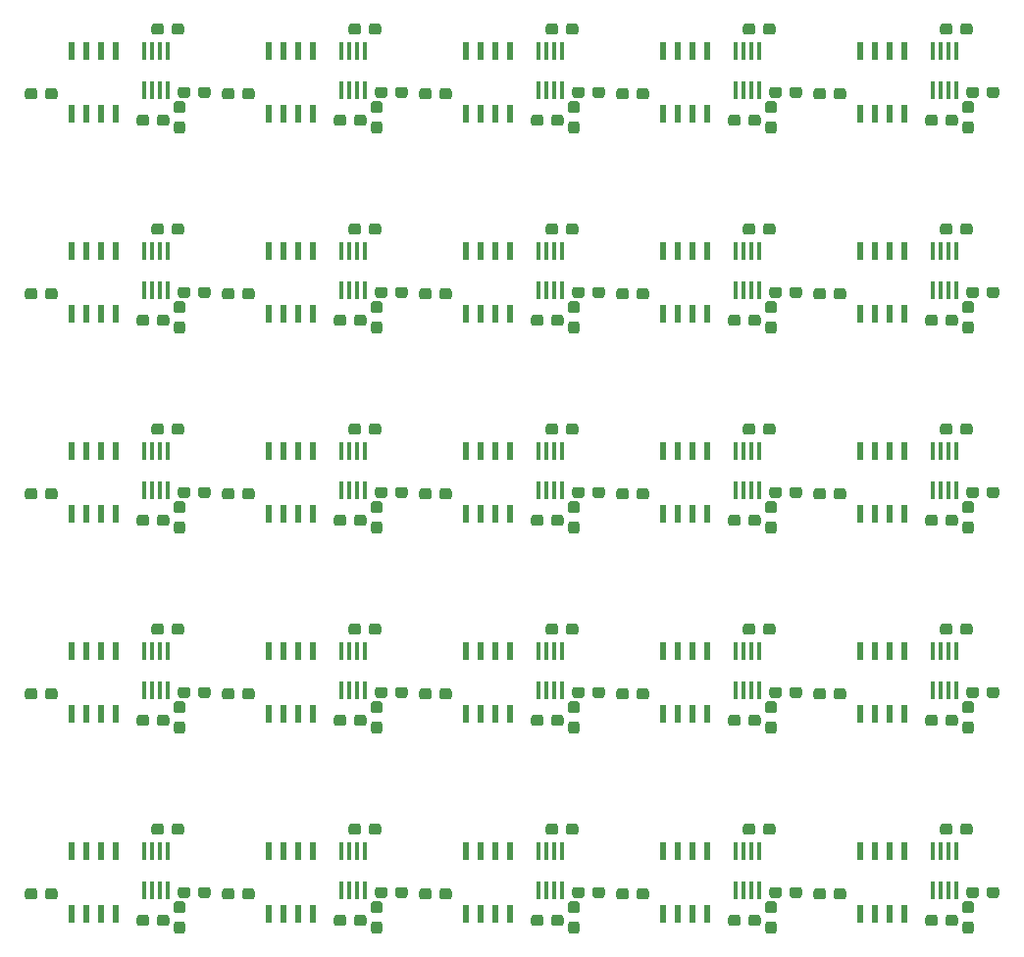
<source format=gtp>
G04 #@! TF.GenerationSoftware,KiCad,Pcbnew,5.1.0*
G04 #@! TF.CreationDate,2019-09-19T00:51:00+09:00*
G04 #@! TF.ProjectId,panelized_key,70616e65-6c69-47a6-9564-5f6b65792e6b,rev?*
G04 #@! TF.SameCoordinates,Original*
G04 #@! TF.FileFunction,Paste,Top*
G04 #@! TF.FilePolarity,Positive*
%FSLAX46Y46*%
G04 Gerber Fmt 4.6, Leading zero omitted, Abs format (unit mm)*
G04 Created by KiCad (PCBNEW 5.1.0) date 2019-09-19 00:51:00*
%MOMM*%
%LPD*%
G04 APERTURE LIST*
%ADD10C,0.100000*%
%ADD11C,0.950000*%
%ADD12R,0.600000X1.550000*%
%ADD13R,0.300000X1.600000*%
G04 APERTURE END LIST*
D10*
G36*
X29125779Y-91093144D02*
G01*
X29148834Y-91096563D01*
X29171443Y-91102227D01*
X29193387Y-91110079D01*
X29214457Y-91120044D01*
X29234448Y-91132026D01*
X29253168Y-91145910D01*
X29270438Y-91161562D01*
X29286090Y-91178832D01*
X29299974Y-91197552D01*
X29311956Y-91217543D01*
X29321921Y-91238613D01*
X29329773Y-91260557D01*
X29335437Y-91283166D01*
X29338856Y-91306221D01*
X29340000Y-91329500D01*
X29340000Y-91804500D01*
X29338856Y-91827779D01*
X29335437Y-91850834D01*
X29329773Y-91873443D01*
X29321921Y-91895387D01*
X29311956Y-91916457D01*
X29299974Y-91936448D01*
X29286090Y-91955168D01*
X29270438Y-91972438D01*
X29253168Y-91988090D01*
X29234448Y-92001974D01*
X29214457Y-92013956D01*
X29193387Y-92023921D01*
X29171443Y-92031773D01*
X29148834Y-92037437D01*
X29125779Y-92040856D01*
X29102500Y-92042000D01*
X28527500Y-92042000D01*
X28504221Y-92040856D01*
X28481166Y-92037437D01*
X28458557Y-92031773D01*
X28436613Y-92023921D01*
X28415543Y-92013956D01*
X28395552Y-92001974D01*
X28376832Y-91988090D01*
X28359562Y-91972438D01*
X28343910Y-91955168D01*
X28330026Y-91936448D01*
X28318044Y-91916457D01*
X28308079Y-91895387D01*
X28300227Y-91873443D01*
X28294563Y-91850834D01*
X28291144Y-91827779D01*
X28290000Y-91804500D01*
X28290000Y-91329500D01*
X28291144Y-91306221D01*
X28294563Y-91283166D01*
X28300227Y-91260557D01*
X28308079Y-91238613D01*
X28318044Y-91217543D01*
X28330026Y-91197552D01*
X28343910Y-91178832D01*
X28359562Y-91161562D01*
X28376832Y-91145910D01*
X28395552Y-91132026D01*
X28415543Y-91120044D01*
X28436613Y-91110079D01*
X28458557Y-91102227D01*
X28481166Y-91096563D01*
X28504221Y-91093144D01*
X28527500Y-91092000D01*
X29102500Y-91092000D01*
X29125779Y-91093144D01*
X29125779Y-91093144D01*
G37*
D11*
X28815000Y-91567000D03*
D10*
G36*
X27375779Y-91093144D02*
G01*
X27398834Y-91096563D01*
X27421443Y-91102227D01*
X27443387Y-91110079D01*
X27464457Y-91120044D01*
X27484448Y-91132026D01*
X27503168Y-91145910D01*
X27520438Y-91161562D01*
X27536090Y-91178832D01*
X27549974Y-91197552D01*
X27561956Y-91217543D01*
X27571921Y-91238613D01*
X27579773Y-91260557D01*
X27585437Y-91283166D01*
X27588856Y-91306221D01*
X27590000Y-91329500D01*
X27590000Y-91804500D01*
X27588856Y-91827779D01*
X27585437Y-91850834D01*
X27579773Y-91873443D01*
X27571921Y-91895387D01*
X27561956Y-91916457D01*
X27549974Y-91936448D01*
X27536090Y-91955168D01*
X27520438Y-91972438D01*
X27503168Y-91988090D01*
X27484448Y-92001974D01*
X27464457Y-92013956D01*
X27443387Y-92023921D01*
X27421443Y-92031773D01*
X27398834Y-92037437D01*
X27375779Y-92040856D01*
X27352500Y-92042000D01*
X26777500Y-92042000D01*
X26754221Y-92040856D01*
X26731166Y-92037437D01*
X26708557Y-92031773D01*
X26686613Y-92023921D01*
X26665543Y-92013956D01*
X26645552Y-92001974D01*
X26626832Y-91988090D01*
X26609562Y-91972438D01*
X26593910Y-91955168D01*
X26580026Y-91936448D01*
X26568044Y-91916457D01*
X26558079Y-91895387D01*
X26550227Y-91873443D01*
X26544563Y-91850834D01*
X26541144Y-91827779D01*
X26540000Y-91804500D01*
X26540000Y-91329500D01*
X26541144Y-91306221D01*
X26544563Y-91283166D01*
X26550227Y-91260557D01*
X26558079Y-91238613D01*
X26568044Y-91217543D01*
X26580026Y-91197552D01*
X26593910Y-91178832D01*
X26609562Y-91161562D01*
X26626832Y-91145910D01*
X26645552Y-91132026D01*
X26665543Y-91120044D01*
X26686613Y-91110079D01*
X26708557Y-91102227D01*
X26731166Y-91096563D01*
X26754221Y-91093144D01*
X26777500Y-91092000D01*
X27352500Y-91092000D01*
X27375779Y-91093144D01*
X27375779Y-91093144D01*
G37*
D11*
X27065000Y-91567000D03*
D10*
G36*
X26930779Y-92327144D02*
G01*
X26953834Y-92330563D01*
X26976443Y-92336227D01*
X26998387Y-92344079D01*
X27019457Y-92354044D01*
X27039448Y-92366026D01*
X27058168Y-92379910D01*
X27075438Y-92395562D01*
X27091090Y-92412832D01*
X27104974Y-92431552D01*
X27116956Y-92451543D01*
X27126921Y-92472613D01*
X27134773Y-92494557D01*
X27140437Y-92517166D01*
X27143856Y-92540221D01*
X27145000Y-92563500D01*
X27145000Y-93138500D01*
X27143856Y-93161779D01*
X27140437Y-93184834D01*
X27134773Y-93207443D01*
X27126921Y-93229387D01*
X27116956Y-93250457D01*
X27104974Y-93270448D01*
X27091090Y-93289168D01*
X27075438Y-93306438D01*
X27058168Y-93322090D01*
X27039448Y-93335974D01*
X27019457Y-93347956D01*
X26998387Y-93357921D01*
X26976443Y-93365773D01*
X26953834Y-93371437D01*
X26930779Y-93374856D01*
X26907500Y-93376000D01*
X26432500Y-93376000D01*
X26409221Y-93374856D01*
X26386166Y-93371437D01*
X26363557Y-93365773D01*
X26341613Y-93357921D01*
X26320543Y-93347956D01*
X26300552Y-93335974D01*
X26281832Y-93322090D01*
X26264562Y-93306438D01*
X26248910Y-93289168D01*
X26235026Y-93270448D01*
X26223044Y-93250457D01*
X26213079Y-93229387D01*
X26205227Y-93207443D01*
X26199563Y-93184834D01*
X26196144Y-93161779D01*
X26195000Y-93138500D01*
X26195000Y-92563500D01*
X26196144Y-92540221D01*
X26199563Y-92517166D01*
X26205227Y-92494557D01*
X26213079Y-92472613D01*
X26223044Y-92451543D01*
X26235026Y-92431552D01*
X26248910Y-92412832D01*
X26264562Y-92395562D01*
X26281832Y-92379910D01*
X26300552Y-92366026D01*
X26320543Y-92354044D01*
X26341613Y-92344079D01*
X26363557Y-92336227D01*
X26386166Y-92330563D01*
X26409221Y-92327144D01*
X26432500Y-92326000D01*
X26907500Y-92326000D01*
X26930779Y-92327144D01*
X26930779Y-92327144D01*
G37*
D11*
X26670000Y-92851000D03*
D10*
G36*
X26930779Y-94077144D02*
G01*
X26953834Y-94080563D01*
X26976443Y-94086227D01*
X26998387Y-94094079D01*
X27019457Y-94104044D01*
X27039448Y-94116026D01*
X27058168Y-94129910D01*
X27075438Y-94145562D01*
X27091090Y-94162832D01*
X27104974Y-94181552D01*
X27116956Y-94201543D01*
X27126921Y-94222613D01*
X27134773Y-94244557D01*
X27140437Y-94267166D01*
X27143856Y-94290221D01*
X27145000Y-94313500D01*
X27145000Y-94888500D01*
X27143856Y-94911779D01*
X27140437Y-94934834D01*
X27134773Y-94957443D01*
X27126921Y-94979387D01*
X27116956Y-95000457D01*
X27104974Y-95020448D01*
X27091090Y-95039168D01*
X27075438Y-95056438D01*
X27058168Y-95072090D01*
X27039448Y-95085974D01*
X27019457Y-95097956D01*
X26998387Y-95107921D01*
X26976443Y-95115773D01*
X26953834Y-95121437D01*
X26930779Y-95124856D01*
X26907500Y-95126000D01*
X26432500Y-95126000D01*
X26409221Y-95124856D01*
X26386166Y-95121437D01*
X26363557Y-95115773D01*
X26341613Y-95107921D01*
X26320543Y-95097956D01*
X26300552Y-95085974D01*
X26281832Y-95072090D01*
X26264562Y-95056438D01*
X26248910Y-95039168D01*
X26235026Y-95020448D01*
X26223044Y-95000457D01*
X26213079Y-94979387D01*
X26205227Y-94957443D01*
X26199563Y-94934834D01*
X26196144Y-94911779D01*
X26195000Y-94888500D01*
X26195000Y-94313500D01*
X26196144Y-94290221D01*
X26199563Y-94267166D01*
X26205227Y-94244557D01*
X26213079Y-94222613D01*
X26223044Y-94201543D01*
X26235026Y-94181552D01*
X26248910Y-94162832D01*
X26264562Y-94145562D01*
X26281832Y-94129910D01*
X26300552Y-94116026D01*
X26320543Y-94104044D01*
X26341613Y-94094079D01*
X26363557Y-94086227D01*
X26386166Y-94080563D01*
X26409221Y-94077144D01*
X26432500Y-94076000D01*
X26907500Y-94076000D01*
X26930779Y-94077144D01*
X26930779Y-94077144D01*
G37*
D11*
X26670000Y-94601000D03*
D10*
G36*
X26839779Y-85632144D02*
G01*
X26862834Y-85635563D01*
X26885443Y-85641227D01*
X26907387Y-85649079D01*
X26928457Y-85659044D01*
X26948448Y-85671026D01*
X26967168Y-85684910D01*
X26984438Y-85700562D01*
X27000090Y-85717832D01*
X27013974Y-85736552D01*
X27025956Y-85756543D01*
X27035921Y-85777613D01*
X27043773Y-85799557D01*
X27049437Y-85822166D01*
X27052856Y-85845221D01*
X27054000Y-85868500D01*
X27054000Y-86343500D01*
X27052856Y-86366779D01*
X27049437Y-86389834D01*
X27043773Y-86412443D01*
X27035921Y-86434387D01*
X27025956Y-86455457D01*
X27013974Y-86475448D01*
X27000090Y-86494168D01*
X26984438Y-86511438D01*
X26967168Y-86527090D01*
X26948448Y-86540974D01*
X26928457Y-86552956D01*
X26907387Y-86562921D01*
X26885443Y-86570773D01*
X26862834Y-86576437D01*
X26839779Y-86579856D01*
X26816500Y-86581000D01*
X26241500Y-86581000D01*
X26218221Y-86579856D01*
X26195166Y-86576437D01*
X26172557Y-86570773D01*
X26150613Y-86562921D01*
X26129543Y-86552956D01*
X26109552Y-86540974D01*
X26090832Y-86527090D01*
X26073562Y-86511438D01*
X26057910Y-86494168D01*
X26044026Y-86475448D01*
X26032044Y-86455457D01*
X26022079Y-86434387D01*
X26014227Y-86412443D01*
X26008563Y-86389834D01*
X26005144Y-86366779D01*
X26004000Y-86343500D01*
X26004000Y-85868500D01*
X26005144Y-85845221D01*
X26008563Y-85822166D01*
X26014227Y-85799557D01*
X26022079Y-85777613D01*
X26032044Y-85756543D01*
X26044026Y-85736552D01*
X26057910Y-85717832D01*
X26073562Y-85700562D01*
X26090832Y-85684910D01*
X26109552Y-85671026D01*
X26129543Y-85659044D01*
X26150613Y-85649079D01*
X26172557Y-85641227D01*
X26195166Y-85635563D01*
X26218221Y-85632144D01*
X26241500Y-85631000D01*
X26816500Y-85631000D01*
X26839779Y-85632144D01*
X26839779Y-85632144D01*
G37*
D11*
X26529000Y-86106000D03*
D10*
G36*
X25089779Y-85632144D02*
G01*
X25112834Y-85635563D01*
X25135443Y-85641227D01*
X25157387Y-85649079D01*
X25178457Y-85659044D01*
X25198448Y-85671026D01*
X25217168Y-85684910D01*
X25234438Y-85700562D01*
X25250090Y-85717832D01*
X25263974Y-85736552D01*
X25275956Y-85756543D01*
X25285921Y-85777613D01*
X25293773Y-85799557D01*
X25299437Y-85822166D01*
X25302856Y-85845221D01*
X25304000Y-85868500D01*
X25304000Y-86343500D01*
X25302856Y-86366779D01*
X25299437Y-86389834D01*
X25293773Y-86412443D01*
X25285921Y-86434387D01*
X25275956Y-86455457D01*
X25263974Y-86475448D01*
X25250090Y-86494168D01*
X25234438Y-86511438D01*
X25217168Y-86527090D01*
X25198448Y-86540974D01*
X25178457Y-86552956D01*
X25157387Y-86562921D01*
X25135443Y-86570773D01*
X25112834Y-86576437D01*
X25089779Y-86579856D01*
X25066500Y-86581000D01*
X24491500Y-86581000D01*
X24468221Y-86579856D01*
X24445166Y-86576437D01*
X24422557Y-86570773D01*
X24400613Y-86562921D01*
X24379543Y-86552956D01*
X24359552Y-86540974D01*
X24340832Y-86527090D01*
X24323562Y-86511438D01*
X24307910Y-86494168D01*
X24294026Y-86475448D01*
X24282044Y-86455457D01*
X24272079Y-86434387D01*
X24264227Y-86412443D01*
X24258563Y-86389834D01*
X24255144Y-86366779D01*
X24254000Y-86343500D01*
X24254000Y-85868500D01*
X24255144Y-85845221D01*
X24258563Y-85822166D01*
X24264227Y-85799557D01*
X24272079Y-85777613D01*
X24282044Y-85756543D01*
X24294026Y-85736552D01*
X24307910Y-85717832D01*
X24323562Y-85700562D01*
X24340832Y-85684910D01*
X24359552Y-85671026D01*
X24379543Y-85659044D01*
X24400613Y-85649079D01*
X24422557Y-85641227D01*
X24445166Y-85635563D01*
X24468221Y-85632144D01*
X24491500Y-85631000D01*
X25066500Y-85631000D01*
X25089779Y-85632144D01*
X25089779Y-85632144D01*
G37*
D11*
X24779000Y-86106000D03*
D10*
G36*
X25569779Y-93506144D02*
G01*
X25592834Y-93509563D01*
X25615443Y-93515227D01*
X25637387Y-93523079D01*
X25658457Y-93533044D01*
X25678448Y-93545026D01*
X25697168Y-93558910D01*
X25714438Y-93574562D01*
X25730090Y-93591832D01*
X25743974Y-93610552D01*
X25755956Y-93630543D01*
X25765921Y-93651613D01*
X25773773Y-93673557D01*
X25779437Y-93696166D01*
X25782856Y-93719221D01*
X25784000Y-93742500D01*
X25784000Y-94217500D01*
X25782856Y-94240779D01*
X25779437Y-94263834D01*
X25773773Y-94286443D01*
X25765921Y-94308387D01*
X25755956Y-94329457D01*
X25743974Y-94349448D01*
X25730090Y-94368168D01*
X25714438Y-94385438D01*
X25697168Y-94401090D01*
X25678448Y-94414974D01*
X25658457Y-94426956D01*
X25637387Y-94436921D01*
X25615443Y-94444773D01*
X25592834Y-94450437D01*
X25569779Y-94453856D01*
X25546500Y-94455000D01*
X24971500Y-94455000D01*
X24948221Y-94453856D01*
X24925166Y-94450437D01*
X24902557Y-94444773D01*
X24880613Y-94436921D01*
X24859543Y-94426956D01*
X24839552Y-94414974D01*
X24820832Y-94401090D01*
X24803562Y-94385438D01*
X24787910Y-94368168D01*
X24774026Y-94349448D01*
X24762044Y-94329457D01*
X24752079Y-94308387D01*
X24744227Y-94286443D01*
X24738563Y-94263834D01*
X24735144Y-94240779D01*
X24734000Y-94217500D01*
X24734000Y-93742500D01*
X24735144Y-93719221D01*
X24738563Y-93696166D01*
X24744227Y-93673557D01*
X24752079Y-93651613D01*
X24762044Y-93630543D01*
X24774026Y-93610552D01*
X24787910Y-93591832D01*
X24803562Y-93574562D01*
X24820832Y-93558910D01*
X24839552Y-93545026D01*
X24859543Y-93533044D01*
X24880613Y-93523079D01*
X24902557Y-93515227D01*
X24925166Y-93509563D01*
X24948221Y-93506144D01*
X24971500Y-93505000D01*
X25546500Y-93505000D01*
X25569779Y-93506144D01*
X25569779Y-93506144D01*
G37*
D11*
X25259000Y-93980000D03*
D10*
G36*
X23819779Y-93506144D02*
G01*
X23842834Y-93509563D01*
X23865443Y-93515227D01*
X23887387Y-93523079D01*
X23908457Y-93533044D01*
X23928448Y-93545026D01*
X23947168Y-93558910D01*
X23964438Y-93574562D01*
X23980090Y-93591832D01*
X23993974Y-93610552D01*
X24005956Y-93630543D01*
X24015921Y-93651613D01*
X24023773Y-93673557D01*
X24029437Y-93696166D01*
X24032856Y-93719221D01*
X24034000Y-93742500D01*
X24034000Y-94217500D01*
X24032856Y-94240779D01*
X24029437Y-94263834D01*
X24023773Y-94286443D01*
X24015921Y-94308387D01*
X24005956Y-94329457D01*
X23993974Y-94349448D01*
X23980090Y-94368168D01*
X23964438Y-94385438D01*
X23947168Y-94401090D01*
X23928448Y-94414974D01*
X23908457Y-94426956D01*
X23887387Y-94436921D01*
X23865443Y-94444773D01*
X23842834Y-94450437D01*
X23819779Y-94453856D01*
X23796500Y-94455000D01*
X23221500Y-94455000D01*
X23198221Y-94453856D01*
X23175166Y-94450437D01*
X23152557Y-94444773D01*
X23130613Y-94436921D01*
X23109543Y-94426956D01*
X23089552Y-94414974D01*
X23070832Y-94401090D01*
X23053562Y-94385438D01*
X23037910Y-94368168D01*
X23024026Y-94349448D01*
X23012044Y-94329457D01*
X23002079Y-94308387D01*
X22994227Y-94286443D01*
X22988563Y-94263834D01*
X22985144Y-94240779D01*
X22984000Y-94217500D01*
X22984000Y-93742500D01*
X22985144Y-93719221D01*
X22988563Y-93696166D01*
X22994227Y-93673557D01*
X23002079Y-93651613D01*
X23012044Y-93630543D01*
X23024026Y-93610552D01*
X23037910Y-93591832D01*
X23053562Y-93574562D01*
X23070832Y-93558910D01*
X23089552Y-93545026D01*
X23109543Y-93533044D01*
X23130613Y-93523079D01*
X23152557Y-93515227D01*
X23175166Y-93509563D01*
X23198221Y-93506144D01*
X23221500Y-93505000D01*
X23796500Y-93505000D01*
X23819779Y-93506144D01*
X23819779Y-93506144D01*
G37*
D11*
X23509000Y-93980000D03*
D12*
X51435000Y-87978000D03*
X52705000Y-87978000D03*
X53975000Y-87978000D03*
X55245000Y-87978000D03*
X55245000Y-93378000D03*
X53975000Y-93378000D03*
X52705000Y-93378000D03*
X51435000Y-93378000D03*
D10*
G36*
X48203779Y-91220144D02*
G01*
X48226834Y-91223563D01*
X48249443Y-91229227D01*
X48271387Y-91237079D01*
X48292457Y-91247044D01*
X48312448Y-91259026D01*
X48331168Y-91272910D01*
X48348438Y-91288562D01*
X48364090Y-91305832D01*
X48377974Y-91324552D01*
X48389956Y-91344543D01*
X48399921Y-91365613D01*
X48407773Y-91387557D01*
X48413437Y-91410166D01*
X48416856Y-91433221D01*
X48418000Y-91456500D01*
X48418000Y-91931500D01*
X48416856Y-91954779D01*
X48413437Y-91977834D01*
X48407773Y-92000443D01*
X48399921Y-92022387D01*
X48389956Y-92043457D01*
X48377974Y-92063448D01*
X48364090Y-92082168D01*
X48348438Y-92099438D01*
X48331168Y-92115090D01*
X48312448Y-92128974D01*
X48292457Y-92140956D01*
X48271387Y-92150921D01*
X48249443Y-92158773D01*
X48226834Y-92164437D01*
X48203779Y-92167856D01*
X48180500Y-92169000D01*
X47605500Y-92169000D01*
X47582221Y-92167856D01*
X47559166Y-92164437D01*
X47536557Y-92158773D01*
X47514613Y-92150921D01*
X47493543Y-92140956D01*
X47473552Y-92128974D01*
X47454832Y-92115090D01*
X47437562Y-92099438D01*
X47421910Y-92082168D01*
X47408026Y-92063448D01*
X47396044Y-92043457D01*
X47386079Y-92022387D01*
X47378227Y-92000443D01*
X47372563Y-91977834D01*
X47369144Y-91954779D01*
X47368000Y-91931500D01*
X47368000Y-91456500D01*
X47369144Y-91433221D01*
X47372563Y-91410166D01*
X47378227Y-91387557D01*
X47386079Y-91365613D01*
X47396044Y-91344543D01*
X47408026Y-91324552D01*
X47421910Y-91305832D01*
X47437562Y-91288562D01*
X47454832Y-91272910D01*
X47473552Y-91259026D01*
X47493543Y-91247044D01*
X47514613Y-91237079D01*
X47536557Y-91229227D01*
X47559166Y-91223563D01*
X47582221Y-91220144D01*
X47605500Y-91219000D01*
X48180500Y-91219000D01*
X48203779Y-91220144D01*
X48203779Y-91220144D01*
G37*
D11*
X47893000Y-91694000D03*
D10*
G36*
X49953779Y-91220144D02*
G01*
X49976834Y-91223563D01*
X49999443Y-91229227D01*
X50021387Y-91237079D01*
X50042457Y-91247044D01*
X50062448Y-91259026D01*
X50081168Y-91272910D01*
X50098438Y-91288562D01*
X50114090Y-91305832D01*
X50127974Y-91324552D01*
X50139956Y-91344543D01*
X50149921Y-91365613D01*
X50157773Y-91387557D01*
X50163437Y-91410166D01*
X50166856Y-91433221D01*
X50168000Y-91456500D01*
X50168000Y-91931500D01*
X50166856Y-91954779D01*
X50163437Y-91977834D01*
X50157773Y-92000443D01*
X50149921Y-92022387D01*
X50139956Y-92043457D01*
X50127974Y-92063448D01*
X50114090Y-92082168D01*
X50098438Y-92099438D01*
X50081168Y-92115090D01*
X50062448Y-92128974D01*
X50042457Y-92140956D01*
X50021387Y-92150921D01*
X49999443Y-92158773D01*
X49976834Y-92164437D01*
X49953779Y-92167856D01*
X49930500Y-92169000D01*
X49355500Y-92169000D01*
X49332221Y-92167856D01*
X49309166Y-92164437D01*
X49286557Y-92158773D01*
X49264613Y-92150921D01*
X49243543Y-92140956D01*
X49223552Y-92128974D01*
X49204832Y-92115090D01*
X49187562Y-92099438D01*
X49171910Y-92082168D01*
X49158026Y-92063448D01*
X49146044Y-92043457D01*
X49136079Y-92022387D01*
X49128227Y-92000443D01*
X49122563Y-91977834D01*
X49119144Y-91954779D01*
X49118000Y-91931500D01*
X49118000Y-91456500D01*
X49119144Y-91433221D01*
X49122563Y-91410166D01*
X49128227Y-91387557D01*
X49136079Y-91365613D01*
X49146044Y-91344543D01*
X49158026Y-91324552D01*
X49171910Y-91305832D01*
X49187562Y-91288562D01*
X49204832Y-91272910D01*
X49223552Y-91259026D01*
X49243543Y-91247044D01*
X49264613Y-91237079D01*
X49286557Y-91229227D01*
X49309166Y-91223563D01*
X49332221Y-91220144D01*
X49355500Y-91219000D01*
X49930500Y-91219000D01*
X49953779Y-91220144D01*
X49953779Y-91220144D01*
G37*
D11*
X49643000Y-91694000D03*
D13*
X59649000Y-87962000D03*
X58999000Y-87962000D03*
X58349000Y-87962000D03*
X57699000Y-87962000D03*
X57699000Y-91362000D03*
X58349000Y-91362000D03*
X58999000Y-91362000D03*
X59649000Y-91362000D03*
D10*
G36*
X59125779Y-85632144D02*
G01*
X59148834Y-85635563D01*
X59171443Y-85641227D01*
X59193387Y-85649079D01*
X59214457Y-85659044D01*
X59234448Y-85671026D01*
X59253168Y-85684910D01*
X59270438Y-85700562D01*
X59286090Y-85717832D01*
X59299974Y-85736552D01*
X59311956Y-85756543D01*
X59321921Y-85777613D01*
X59329773Y-85799557D01*
X59335437Y-85822166D01*
X59338856Y-85845221D01*
X59340000Y-85868500D01*
X59340000Y-86343500D01*
X59338856Y-86366779D01*
X59335437Y-86389834D01*
X59329773Y-86412443D01*
X59321921Y-86434387D01*
X59311956Y-86455457D01*
X59299974Y-86475448D01*
X59286090Y-86494168D01*
X59270438Y-86511438D01*
X59253168Y-86527090D01*
X59234448Y-86540974D01*
X59214457Y-86552956D01*
X59193387Y-86562921D01*
X59171443Y-86570773D01*
X59148834Y-86576437D01*
X59125779Y-86579856D01*
X59102500Y-86581000D01*
X58527500Y-86581000D01*
X58504221Y-86579856D01*
X58481166Y-86576437D01*
X58458557Y-86570773D01*
X58436613Y-86562921D01*
X58415543Y-86552956D01*
X58395552Y-86540974D01*
X58376832Y-86527090D01*
X58359562Y-86511438D01*
X58343910Y-86494168D01*
X58330026Y-86475448D01*
X58318044Y-86455457D01*
X58308079Y-86434387D01*
X58300227Y-86412443D01*
X58294563Y-86389834D01*
X58291144Y-86366779D01*
X58290000Y-86343500D01*
X58290000Y-85868500D01*
X58291144Y-85845221D01*
X58294563Y-85822166D01*
X58300227Y-85799557D01*
X58308079Y-85777613D01*
X58318044Y-85756543D01*
X58330026Y-85736552D01*
X58343910Y-85717832D01*
X58359562Y-85700562D01*
X58376832Y-85684910D01*
X58395552Y-85671026D01*
X58415543Y-85659044D01*
X58436613Y-85649079D01*
X58458557Y-85641227D01*
X58481166Y-85635563D01*
X58504221Y-85632144D01*
X58527500Y-85631000D01*
X59102500Y-85631000D01*
X59125779Y-85632144D01*
X59125779Y-85632144D01*
G37*
D11*
X58815000Y-86106000D03*
D10*
G36*
X60875779Y-85632144D02*
G01*
X60898834Y-85635563D01*
X60921443Y-85641227D01*
X60943387Y-85649079D01*
X60964457Y-85659044D01*
X60984448Y-85671026D01*
X61003168Y-85684910D01*
X61020438Y-85700562D01*
X61036090Y-85717832D01*
X61049974Y-85736552D01*
X61061956Y-85756543D01*
X61071921Y-85777613D01*
X61079773Y-85799557D01*
X61085437Y-85822166D01*
X61088856Y-85845221D01*
X61090000Y-85868500D01*
X61090000Y-86343500D01*
X61088856Y-86366779D01*
X61085437Y-86389834D01*
X61079773Y-86412443D01*
X61071921Y-86434387D01*
X61061956Y-86455457D01*
X61049974Y-86475448D01*
X61036090Y-86494168D01*
X61020438Y-86511438D01*
X61003168Y-86527090D01*
X60984448Y-86540974D01*
X60964457Y-86552956D01*
X60943387Y-86562921D01*
X60921443Y-86570773D01*
X60898834Y-86576437D01*
X60875779Y-86579856D01*
X60852500Y-86581000D01*
X60277500Y-86581000D01*
X60254221Y-86579856D01*
X60231166Y-86576437D01*
X60208557Y-86570773D01*
X60186613Y-86562921D01*
X60165543Y-86552956D01*
X60145552Y-86540974D01*
X60126832Y-86527090D01*
X60109562Y-86511438D01*
X60093910Y-86494168D01*
X60080026Y-86475448D01*
X60068044Y-86455457D01*
X60058079Y-86434387D01*
X60050227Y-86412443D01*
X60044563Y-86389834D01*
X60041144Y-86366779D01*
X60040000Y-86343500D01*
X60040000Y-85868500D01*
X60041144Y-85845221D01*
X60044563Y-85822166D01*
X60050227Y-85799557D01*
X60058079Y-85777613D01*
X60068044Y-85756543D01*
X60080026Y-85736552D01*
X60093910Y-85717832D01*
X60109562Y-85700562D01*
X60126832Y-85684910D01*
X60145552Y-85671026D01*
X60165543Y-85659044D01*
X60186613Y-85649079D01*
X60208557Y-85641227D01*
X60231166Y-85635563D01*
X60254221Y-85632144D01*
X60277500Y-85631000D01*
X60852500Y-85631000D01*
X60875779Y-85632144D01*
X60875779Y-85632144D01*
G37*
D11*
X60565000Y-86106000D03*
D10*
G36*
X60966779Y-94077144D02*
G01*
X60989834Y-94080563D01*
X61012443Y-94086227D01*
X61034387Y-94094079D01*
X61055457Y-94104044D01*
X61075448Y-94116026D01*
X61094168Y-94129910D01*
X61111438Y-94145562D01*
X61127090Y-94162832D01*
X61140974Y-94181552D01*
X61152956Y-94201543D01*
X61162921Y-94222613D01*
X61170773Y-94244557D01*
X61176437Y-94267166D01*
X61179856Y-94290221D01*
X61181000Y-94313500D01*
X61181000Y-94888500D01*
X61179856Y-94911779D01*
X61176437Y-94934834D01*
X61170773Y-94957443D01*
X61162921Y-94979387D01*
X61152956Y-95000457D01*
X61140974Y-95020448D01*
X61127090Y-95039168D01*
X61111438Y-95056438D01*
X61094168Y-95072090D01*
X61075448Y-95085974D01*
X61055457Y-95097956D01*
X61034387Y-95107921D01*
X61012443Y-95115773D01*
X60989834Y-95121437D01*
X60966779Y-95124856D01*
X60943500Y-95126000D01*
X60468500Y-95126000D01*
X60445221Y-95124856D01*
X60422166Y-95121437D01*
X60399557Y-95115773D01*
X60377613Y-95107921D01*
X60356543Y-95097956D01*
X60336552Y-95085974D01*
X60317832Y-95072090D01*
X60300562Y-95056438D01*
X60284910Y-95039168D01*
X60271026Y-95020448D01*
X60259044Y-95000457D01*
X60249079Y-94979387D01*
X60241227Y-94957443D01*
X60235563Y-94934834D01*
X60232144Y-94911779D01*
X60231000Y-94888500D01*
X60231000Y-94313500D01*
X60232144Y-94290221D01*
X60235563Y-94267166D01*
X60241227Y-94244557D01*
X60249079Y-94222613D01*
X60259044Y-94201543D01*
X60271026Y-94181552D01*
X60284910Y-94162832D01*
X60300562Y-94145562D01*
X60317832Y-94129910D01*
X60336552Y-94116026D01*
X60356543Y-94104044D01*
X60377613Y-94094079D01*
X60399557Y-94086227D01*
X60422166Y-94080563D01*
X60445221Y-94077144D01*
X60468500Y-94076000D01*
X60943500Y-94076000D01*
X60966779Y-94077144D01*
X60966779Y-94077144D01*
G37*
D11*
X60706000Y-94601000D03*
D10*
G36*
X60966779Y-92327144D02*
G01*
X60989834Y-92330563D01*
X61012443Y-92336227D01*
X61034387Y-92344079D01*
X61055457Y-92354044D01*
X61075448Y-92366026D01*
X61094168Y-92379910D01*
X61111438Y-92395562D01*
X61127090Y-92412832D01*
X61140974Y-92431552D01*
X61152956Y-92451543D01*
X61162921Y-92472613D01*
X61170773Y-92494557D01*
X61176437Y-92517166D01*
X61179856Y-92540221D01*
X61181000Y-92563500D01*
X61181000Y-93138500D01*
X61179856Y-93161779D01*
X61176437Y-93184834D01*
X61170773Y-93207443D01*
X61162921Y-93229387D01*
X61152956Y-93250457D01*
X61140974Y-93270448D01*
X61127090Y-93289168D01*
X61111438Y-93306438D01*
X61094168Y-93322090D01*
X61075448Y-93335974D01*
X61055457Y-93347956D01*
X61034387Y-93357921D01*
X61012443Y-93365773D01*
X60989834Y-93371437D01*
X60966779Y-93374856D01*
X60943500Y-93376000D01*
X60468500Y-93376000D01*
X60445221Y-93374856D01*
X60422166Y-93371437D01*
X60399557Y-93365773D01*
X60377613Y-93357921D01*
X60356543Y-93347956D01*
X60336552Y-93335974D01*
X60317832Y-93322090D01*
X60300562Y-93306438D01*
X60284910Y-93289168D01*
X60271026Y-93270448D01*
X60259044Y-93250457D01*
X60249079Y-93229387D01*
X60241227Y-93207443D01*
X60235563Y-93184834D01*
X60232144Y-93161779D01*
X60231000Y-93138500D01*
X60231000Y-92563500D01*
X60232144Y-92540221D01*
X60235563Y-92517166D01*
X60241227Y-92494557D01*
X60249079Y-92472613D01*
X60259044Y-92451543D01*
X60271026Y-92431552D01*
X60284910Y-92412832D01*
X60300562Y-92395562D01*
X60317832Y-92379910D01*
X60336552Y-92366026D01*
X60356543Y-92354044D01*
X60377613Y-92344079D01*
X60399557Y-92336227D01*
X60422166Y-92330563D01*
X60445221Y-92327144D01*
X60468500Y-92326000D01*
X60943500Y-92326000D01*
X60966779Y-92327144D01*
X60966779Y-92327144D01*
G37*
D11*
X60706000Y-92851000D03*
D10*
G36*
X61411779Y-91093144D02*
G01*
X61434834Y-91096563D01*
X61457443Y-91102227D01*
X61479387Y-91110079D01*
X61500457Y-91120044D01*
X61520448Y-91132026D01*
X61539168Y-91145910D01*
X61556438Y-91161562D01*
X61572090Y-91178832D01*
X61585974Y-91197552D01*
X61597956Y-91217543D01*
X61607921Y-91238613D01*
X61615773Y-91260557D01*
X61621437Y-91283166D01*
X61624856Y-91306221D01*
X61626000Y-91329500D01*
X61626000Y-91804500D01*
X61624856Y-91827779D01*
X61621437Y-91850834D01*
X61615773Y-91873443D01*
X61607921Y-91895387D01*
X61597956Y-91916457D01*
X61585974Y-91936448D01*
X61572090Y-91955168D01*
X61556438Y-91972438D01*
X61539168Y-91988090D01*
X61520448Y-92001974D01*
X61500457Y-92013956D01*
X61479387Y-92023921D01*
X61457443Y-92031773D01*
X61434834Y-92037437D01*
X61411779Y-92040856D01*
X61388500Y-92042000D01*
X60813500Y-92042000D01*
X60790221Y-92040856D01*
X60767166Y-92037437D01*
X60744557Y-92031773D01*
X60722613Y-92023921D01*
X60701543Y-92013956D01*
X60681552Y-92001974D01*
X60662832Y-91988090D01*
X60645562Y-91972438D01*
X60629910Y-91955168D01*
X60616026Y-91936448D01*
X60604044Y-91916457D01*
X60594079Y-91895387D01*
X60586227Y-91873443D01*
X60580563Y-91850834D01*
X60577144Y-91827779D01*
X60576000Y-91804500D01*
X60576000Y-91329500D01*
X60577144Y-91306221D01*
X60580563Y-91283166D01*
X60586227Y-91260557D01*
X60594079Y-91238613D01*
X60604044Y-91217543D01*
X60616026Y-91197552D01*
X60629910Y-91178832D01*
X60645562Y-91161562D01*
X60662832Y-91145910D01*
X60681552Y-91132026D01*
X60701543Y-91120044D01*
X60722613Y-91110079D01*
X60744557Y-91102227D01*
X60767166Y-91096563D01*
X60790221Y-91093144D01*
X60813500Y-91092000D01*
X61388500Y-91092000D01*
X61411779Y-91093144D01*
X61411779Y-91093144D01*
G37*
D11*
X61101000Y-91567000D03*
D10*
G36*
X63161779Y-91093144D02*
G01*
X63184834Y-91096563D01*
X63207443Y-91102227D01*
X63229387Y-91110079D01*
X63250457Y-91120044D01*
X63270448Y-91132026D01*
X63289168Y-91145910D01*
X63306438Y-91161562D01*
X63322090Y-91178832D01*
X63335974Y-91197552D01*
X63347956Y-91217543D01*
X63357921Y-91238613D01*
X63365773Y-91260557D01*
X63371437Y-91283166D01*
X63374856Y-91306221D01*
X63376000Y-91329500D01*
X63376000Y-91804500D01*
X63374856Y-91827779D01*
X63371437Y-91850834D01*
X63365773Y-91873443D01*
X63357921Y-91895387D01*
X63347956Y-91916457D01*
X63335974Y-91936448D01*
X63322090Y-91955168D01*
X63306438Y-91972438D01*
X63289168Y-91988090D01*
X63270448Y-92001974D01*
X63250457Y-92013956D01*
X63229387Y-92023921D01*
X63207443Y-92031773D01*
X63184834Y-92037437D01*
X63161779Y-92040856D01*
X63138500Y-92042000D01*
X62563500Y-92042000D01*
X62540221Y-92040856D01*
X62517166Y-92037437D01*
X62494557Y-92031773D01*
X62472613Y-92023921D01*
X62451543Y-92013956D01*
X62431552Y-92001974D01*
X62412832Y-91988090D01*
X62395562Y-91972438D01*
X62379910Y-91955168D01*
X62366026Y-91936448D01*
X62354044Y-91916457D01*
X62344079Y-91895387D01*
X62336227Y-91873443D01*
X62330563Y-91850834D01*
X62327144Y-91827779D01*
X62326000Y-91804500D01*
X62326000Y-91329500D01*
X62327144Y-91306221D01*
X62330563Y-91283166D01*
X62336227Y-91260557D01*
X62344079Y-91238613D01*
X62354044Y-91217543D01*
X62366026Y-91197552D01*
X62379910Y-91178832D01*
X62395562Y-91161562D01*
X62412832Y-91145910D01*
X62431552Y-91132026D01*
X62451543Y-91120044D01*
X62472613Y-91110079D01*
X62494557Y-91102227D01*
X62517166Y-91096563D01*
X62540221Y-91093144D01*
X62563500Y-91092000D01*
X63138500Y-91092000D01*
X63161779Y-91093144D01*
X63161779Y-91093144D01*
G37*
D11*
X62851000Y-91567000D03*
D10*
G36*
X65221779Y-91220144D02*
G01*
X65244834Y-91223563D01*
X65267443Y-91229227D01*
X65289387Y-91237079D01*
X65310457Y-91247044D01*
X65330448Y-91259026D01*
X65349168Y-91272910D01*
X65366438Y-91288562D01*
X65382090Y-91305832D01*
X65395974Y-91324552D01*
X65407956Y-91344543D01*
X65417921Y-91365613D01*
X65425773Y-91387557D01*
X65431437Y-91410166D01*
X65434856Y-91433221D01*
X65436000Y-91456500D01*
X65436000Y-91931500D01*
X65434856Y-91954779D01*
X65431437Y-91977834D01*
X65425773Y-92000443D01*
X65417921Y-92022387D01*
X65407956Y-92043457D01*
X65395974Y-92063448D01*
X65382090Y-92082168D01*
X65366438Y-92099438D01*
X65349168Y-92115090D01*
X65330448Y-92128974D01*
X65310457Y-92140956D01*
X65289387Y-92150921D01*
X65267443Y-92158773D01*
X65244834Y-92164437D01*
X65221779Y-92167856D01*
X65198500Y-92169000D01*
X64623500Y-92169000D01*
X64600221Y-92167856D01*
X64577166Y-92164437D01*
X64554557Y-92158773D01*
X64532613Y-92150921D01*
X64511543Y-92140956D01*
X64491552Y-92128974D01*
X64472832Y-92115090D01*
X64455562Y-92099438D01*
X64439910Y-92082168D01*
X64426026Y-92063448D01*
X64414044Y-92043457D01*
X64404079Y-92022387D01*
X64396227Y-92000443D01*
X64390563Y-91977834D01*
X64387144Y-91954779D01*
X64386000Y-91931500D01*
X64386000Y-91456500D01*
X64387144Y-91433221D01*
X64390563Y-91410166D01*
X64396227Y-91387557D01*
X64404079Y-91365613D01*
X64414044Y-91344543D01*
X64426026Y-91324552D01*
X64439910Y-91305832D01*
X64455562Y-91288562D01*
X64472832Y-91272910D01*
X64491552Y-91259026D01*
X64511543Y-91247044D01*
X64532613Y-91237079D01*
X64554557Y-91229227D01*
X64577166Y-91223563D01*
X64600221Y-91220144D01*
X64623500Y-91219000D01*
X65198500Y-91219000D01*
X65221779Y-91220144D01*
X65221779Y-91220144D01*
G37*
D11*
X64911000Y-91694000D03*
D10*
G36*
X66971779Y-91220144D02*
G01*
X66994834Y-91223563D01*
X67017443Y-91229227D01*
X67039387Y-91237079D01*
X67060457Y-91247044D01*
X67080448Y-91259026D01*
X67099168Y-91272910D01*
X67116438Y-91288562D01*
X67132090Y-91305832D01*
X67145974Y-91324552D01*
X67157956Y-91344543D01*
X67167921Y-91365613D01*
X67175773Y-91387557D01*
X67181437Y-91410166D01*
X67184856Y-91433221D01*
X67186000Y-91456500D01*
X67186000Y-91931500D01*
X67184856Y-91954779D01*
X67181437Y-91977834D01*
X67175773Y-92000443D01*
X67167921Y-92022387D01*
X67157956Y-92043457D01*
X67145974Y-92063448D01*
X67132090Y-92082168D01*
X67116438Y-92099438D01*
X67099168Y-92115090D01*
X67080448Y-92128974D01*
X67060457Y-92140956D01*
X67039387Y-92150921D01*
X67017443Y-92158773D01*
X66994834Y-92164437D01*
X66971779Y-92167856D01*
X66948500Y-92169000D01*
X66373500Y-92169000D01*
X66350221Y-92167856D01*
X66327166Y-92164437D01*
X66304557Y-92158773D01*
X66282613Y-92150921D01*
X66261543Y-92140956D01*
X66241552Y-92128974D01*
X66222832Y-92115090D01*
X66205562Y-92099438D01*
X66189910Y-92082168D01*
X66176026Y-92063448D01*
X66164044Y-92043457D01*
X66154079Y-92022387D01*
X66146227Y-92000443D01*
X66140563Y-91977834D01*
X66137144Y-91954779D01*
X66136000Y-91931500D01*
X66136000Y-91456500D01*
X66137144Y-91433221D01*
X66140563Y-91410166D01*
X66146227Y-91387557D01*
X66154079Y-91365613D01*
X66164044Y-91344543D01*
X66176026Y-91324552D01*
X66189910Y-91305832D01*
X66205562Y-91288562D01*
X66222832Y-91272910D01*
X66241552Y-91259026D01*
X66261543Y-91247044D01*
X66282613Y-91237079D01*
X66304557Y-91229227D01*
X66327166Y-91223563D01*
X66350221Y-91220144D01*
X66373500Y-91219000D01*
X66948500Y-91219000D01*
X66971779Y-91220144D01*
X66971779Y-91220144D01*
G37*
D11*
X66661000Y-91694000D03*
D12*
X68453000Y-87978000D03*
X69723000Y-87978000D03*
X70993000Y-87978000D03*
X72263000Y-87978000D03*
X72263000Y-93378000D03*
X70993000Y-93378000D03*
X69723000Y-93378000D03*
X68453000Y-93378000D03*
D10*
G36*
X74873779Y-93506144D02*
G01*
X74896834Y-93509563D01*
X74919443Y-93515227D01*
X74941387Y-93523079D01*
X74962457Y-93533044D01*
X74982448Y-93545026D01*
X75001168Y-93558910D01*
X75018438Y-93574562D01*
X75034090Y-93591832D01*
X75047974Y-93610552D01*
X75059956Y-93630543D01*
X75069921Y-93651613D01*
X75077773Y-93673557D01*
X75083437Y-93696166D01*
X75086856Y-93719221D01*
X75088000Y-93742500D01*
X75088000Y-94217500D01*
X75086856Y-94240779D01*
X75083437Y-94263834D01*
X75077773Y-94286443D01*
X75069921Y-94308387D01*
X75059956Y-94329457D01*
X75047974Y-94349448D01*
X75034090Y-94368168D01*
X75018438Y-94385438D01*
X75001168Y-94401090D01*
X74982448Y-94414974D01*
X74962457Y-94426956D01*
X74941387Y-94436921D01*
X74919443Y-94444773D01*
X74896834Y-94450437D01*
X74873779Y-94453856D01*
X74850500Y-94455000D01*
X74275500Y-94455000D01*
X74252221Y-94453856D01*
X74229166Y-94450437D01*
X74206557Y-94444773D01*
X74184613Y-94436921D01*
X74163543Y-94426956D01*
X74143552Y-94414974D01*
X74124832Y-94401090D01*
X74107562Y-94385438D01*
X74091910Y-94368168D01*
X74078026Y-94349448D01*
X74066044Y-94329457D01*
X74056079Y-94308387D01*
X74048227Y-94286443D01*
X74042563Y-94263834D01*
X74039144Y-94240779D01*
X74038000Y-94217500D01*
X74038000Y-93742500D01*
X74039144Y-93719221D01*
X74042563Y-93696166D01*
X74048227Y-93673557D01*
X74056079Y-93651613D01*
X74066044Y-93630543D01*
X74078026Y-93610552D01*
X74091910Y-93591832D01*
X74107562Y-93574562D01*
X74124832Y-93558910D01*
X74143552Y-93545026D01*
X74163543Y-93533044D01*
X74184613Y-93523079D01*
X74206557Y-93515227D01*
X74229166Y-93509563D01*
X74252221Y-93506144D01*
X74275500Y-93505000D01*
X74850500Y-93505000D01*
X74873779Y-93506144D01*
X74873779Y-93506144D01*
G37*
D11*
X74563000Y-93980000D03*
D10*
G36*
X76623779Y-93506144D02*
G01*
X76646834Y-93509563D01*
X76669443Y-93515227D01*
X76691387Y-93523079D01*
X76712457Y-93533044D01*
X76732448Y-93545026D01*
X76751168Y-93558910D01*
X76768438Y-93574562D01*
X76784090Y-93591832D01*
X76797974Y-93610552D01*
X76809956Y-93630543D01*
X76819921Y-93651613D01*
X76827773Y-93673557D01*
X76833437Y-93696166D01*
X76836856Y-93719221D01*
X76838000Y-93742500D01*
X76838000Y-94217500D01*
X76836856Y-94240779D01*
X76833437Y-94263834D01*
X76827773Y-94286443D01*
X76819921Y-94308387D01*
X76809956Y-94329457D01*
X76797974Y-94349448D01*
X76784090Y-94368168D01*
X76768438Y-94385438D01*
X76751168Y-94401090D01*
X76732448Y-94414974D01*
X76712457Y-94426956D01*
X76691387Y-94436921D01*
X76669443Y-94444773D01*
X76646834Y-94450437D01*
X76623779Y-94453856D01*
X76600500Y-94455000D01*
X76025500Y-94455000D01*
X76002221Y-94453856D01*
X75979166Y-94450437D01*
X75956557Y-94444773D01*
X75934613Y-94436921D01*
X75913543Y-94426956D01*
X75893552Y-94414974D01*
X75874832Y-94401090D01*
X75857562Y-94385438D01*
X75841910Y-94368168D01*
X75828026Y-94349448D01*
X75816044Y-94329457D01*
X75806079Y-94308387D01*
X75798227Y-94286443D01*
X75792563Y-94263834D01*
X75789144Y-94240779D01*
X75788000Y-94217500D01*
X75788000Y-93742500D01*
X75789144Y-93719221D01*
X75792563Y-93696166D01*
X75798227Y-93673557D01*
X75806079Y-93651613D01*
X75816044Y-93630543D01*
X75828026Y-93610552D01*
X75841910Y-93591832D01*
X75857562Y-93574562D01*
X75874832Y-93558910D01*
X75893552Y-93545026D01*
X75913543Y-93533044D01*
X75934613Y-93523079D01*
X75956557Y-93515227D01*
X75979166Y-93509563D01*
X76002221Y-93506144D01*
X76025500Y-93505000D01*
X76600500Y-93505000D01*
X76623779Y-93506144D01*
X76623779Y-93506144D01*
G37*
D11*
X76313000Y-93980000D03*
D10*
G36*
X76143779Y-85632144D02*
G01*
X76166834Y-85635563D01*
X76189443Y-85641227D01*
X76211387Y-85649079D01*
X76232457Y-85659044D01*
X76252448Y-85671026D01*
X76271168Y-85684910D01*
X76288438Y-85700562D01*
X76304090Y-85717832D01*
X76317974Y-85736552D01*
X76329956Y-85756543D01*
X76339921Y-85777613D01*
X76347773Y-85799557D01*
X76353437Y-85822166D01*
X76356856Y-85845221D01*
X76358000Y-85868500D01*
X76358000Y-86343500D01*
X76356856Y-86366779D01*
X76353437Y-86389834D01*
X76347773Y-86412443D01*
X76339921Y-86434387D01*
X76329956Y-86455457D01*
X76317974Y-86475448D01*
X76304090Y-86494168D01*
X76288438Y-86511438D01*
X76271168Y-86527090D01*
X76252448Y-86540974D01*
X76232457Y-86552956D01*
X76211387Y-86562921D01*
X76189443Y-86570773D01*
X76166834Y-86576437D01*
X76143779Y-86579856D01*
X76120500Y-86581000D01*
X75545500Y-86581000D01*
X75522221Y-86579856D01*
X75499166Y-86576437D01*
X75476557Y-86570773D01*
X75454613Y-86562921D01*
X75433543Y-86552956D01*
X75413552Y-86540974D01*
X75394832Y-86527090D01*
X75377562Y-86511438D01*
X75361910Y-86494168D01*
X75348026Y-86475448D01*
X75336044Y-86455457D01*
X75326079Y-86434387D01*
X75318227Y-86412443D01*
X75312563Y-86389834D01*
X75309144Y-86366779D01*
X75308000Y-86343500D01*
X75308000Y-85868500D01*
X75309144Y-85845221D01*
X75312563Y-85822166D01*
X75318227Y-85799557D01*
X75326079Y-85777613D01*
X75336044Y-85756543D01*
X75348026Y-85736552D01*
X75361910Y-85717832D01*
X75377562Y-85700562D01*
X75394832Y-85684910D01*
X75413552Y-85671026D01*
X75433543Y-85659044D01*
X75454613Y-85649079D01*
X75476557Y-85641227D01*
X75499166Y-85635563D01*
X75522221Y-85632144D01*
X75545500Y-85631000D01*
X76120500Y-85631000D01*
X76143779Y-85632144D01*
X76143779Y-85632144D01*
G37*
D11*
X75833000Y-86106000D03*
D10*
G36*
X77893779Y-85632144D02*
G01*
X77916834Y-85635563D01*
X77939443Y-85641227D01*
X77961387Y-85649079D01*
X77982457Y-85659044D01*
X78002448Y-85671026D01*
X78021168Y-85684910D01*
X78038438Y-85700562D01*
X78054090Y-85717832D01*
X78067974Y-85736552D01*
X78079956Y-85756543D01*
X78089921Y-85777613D01*
X78097773Y-85799557D01*
X78103437Y-85822166D01*
X78106856Y-85845221D01*
X78108000Y-85868500D01*
X78108000Y-86343500D01*
X78106856Y-86366779D01*
X78103437Y-86389834D01*
X78097773Y-86412443D01*
X78089921Y-86434387D01*
X78079956Y-86455457D01*
X78067974Y-86475448D01*
X78054090Y-86494168D01*
X78038438Y-86511438D01*
X78021168Y-86527090D01*
X78002448Y-86540974D01*
X77982457Y-86552956D01*
X77961387Y-86562921D01*
X77939443Y-86570773D01*
X77916834Y-86576437D01*
X77893779Y-86579856D01*
X77870500Y-86581000D01*
X77295500Y-86581000D01*
X77272221Y-86579856D01*
X77249166Y-86576437D01*
X77226557Y-86570773D01*
X77204613Y-86562921D01*
X77183543Y-86552956D01*
X77163552Y-86540974D01*
X77144832Y-86527090D01*
X77127562Y-86511438D01*
X77111910Y-86494168D01*
X77098026Y-86475448D01*
X77086044Y-86455457D01*
X77076079Y-86434387D01*
X77068227Y-86412443D01*
X77062563Y-86389834D01*
X77059144Y-86366779D01*
X77058000Y-86343500D01*
X77058000Y-85868500D01*
X77059144Y-85845221D01*
X77062563Y-85822166D01*
X77068227Y-85799557D01*
X77076079Y-85777613D01*
X77086044Y-85756543D01*
X77098026Y-85736552D01*
X77111910Y-85717832D01*
X77127562Y-85700562D01*
X77144832Y-85684910D01*
X77163552Y-85671026D01*
X77183543Y-85659044D01*
X77204613Y-85649079D01*
X77226557Y-85641227D01*
X77249166Y-85635563D01*
X77272221Y-85632144D01*
X77295500Y-85631000D01*
X77870500Y-85631000D01*
X77893779Y-85632144D01*
X77893779Y-85632144D01*
G37*
D11*
X77583000Y-86106000D03*
D10*
G36*
X77984779Y-94077144D02*
G01*
X78007834Y-94080563D01*
X78030443Y-94086227D01*
X78052387Y-94094079D01*
X78073457Y-94104044D01*
X78093448Y-94116026D01*
X78112168Y-94129910D01*
X78129438Y-94145562D01*
X78145090Y-94162832D01*
X78158974Y-94181552D01*
X78170956Y-94201543D01*
X78180921Y-94222613D01*
X78188773Y-94244557D01*
X78194437Y-94267166D01*
X78197856Y-94290221D01*
X78199000Y-94313500D01*
X78199000Y-94888500D01*
X78197856Y-94911779D01*
X78194437Y-94934834D01*
X78188773Y-94957443D01*
X78180921Y-94979387D01*
X78170956Y-95000457D01*
X78158974Y-95020448D01*
X78145090Y-95039168D01*
X78129438Y-95056438D01*
X78112168Y-95072090D01*
X78093448Y-95085974D01*
X78073457Y-95097956D01*
X78052387Y-95107921D01*
X78030443Y-95115773D01*
X78007834Y-95121437D01*
X77984779Y-95124856D01*
X77961500Y-95126000D01*
X77486500Y-95126000D01*
X77463221Y-95124856D01*
X77440166Y-95121437D01*
X77417557Y-95115773D01*
X77395613Y-95107921D01*
X77374543Y-95097956D01*
X77354552Y-95085974D01*
X77335832Y-95072090D01*
X77318562Y-95056438D01*
X77302910Y-95039168D01*
X77289026Y-95020448D01*
X77277044Y-95000457D01*
X77267079Y-94979387D01*
X77259227Y-94957443D01*
X77253563Y-94934834D01*
X77250144Y-94911779D01*
X77249000Y-94888500D01*
X77249000Y-94313500D01*
X77250144Y-94290221D01*
X77253563Y-94267166D01*
X77259227Y-94244557D01*
X77267079Y-94222613D01*
X77277044Y-94201543D01*
X77289026Y-94181552D01*
X77302910Y-94162832D01*
X77318562Y-94145562D01*
X77335832Y-94129910D01*
X77354552Y-94116026D01*
X77374543Y-94104044D01*
X77395613Y-94094079D01*
X77417557Y-94086227D01*
X77440166Y-94080563D01*
X77463221Y-94077144D01*
X77486500Y-94076000D01*
X77961500Y-94076000D01*
X77984779Y-94077144D01*
X77984779Y-94077144D01*
G37*
D11*
X77724000Y-94601000D03*
D10*
G36*
X77984779Y-92327144D02*
G01*
X78007834Y-92330563D01*
X78030443Y-92336227D01*
X78052387Y-92344079D01*
X78073457Y-92354044D01*
X78093448Y-92366026D01*
X78112168Y-92379910D01*
X78129438Y-92395562D01*
X78145090Y-92412832D01*
X78158974Y-92431552D01*
X78170956Y-92451543D01*
X78180921Y-92472613D01*
X78188773Y-92494557D01*
X78194437Y-92517166D01*
X78197856Y-92540221D01*
X78199000Y-92563500D01*
X78199000Y-93138500D01*
X78197856Y-93161779D01*
X78194437Y-93184834D01*
X78188773Y-93207443D01*
X78180921Y-93229387D01*
X78170956Y-93250457D01*
X78158974Y-93270448D01*
X78145090Y-93289168D01*
X78129438Y-93306438D01*
X78112168Y-93322090D01*
X78093448Y-93335974D01*
X78073457Y-93347956D01*
X78052387Y-93357921D01*
X78030443Y-93365773D01*
X78007834Y-93371437D01*
X77984779Y-93374856D01*
X77961500Y-93376000D01*
X77486500Y-93376000D01*
X77463221Y-93374856D01*
X77440166Y-93371437D01*
X77417557Y-93365773D01*
X77395613Y-93357921D01*
X77374543Y-93347956D01*
X77354552Y-93335974D01*
X77335832Y-93322090D01*
X77318562Y-93306438D01*
X77302910Y-93289168D01*
X77289026Y-93270448D01*
X77277044Y-93250457D01*
X77267079Y-93229387D01*
X77259227Y-93207443D01*
X77253563Y-93184834D01*
X77250144Y-93161779D01*
X77249000Y-93138500D01*
X77249000Y-92563500D01*
X77250144Y-92540221D01*
X77253563Y-92517166D01*
X77259227Y-92494557D01*
X77267079Y-92472613D01*
X77277044Y-92451543D01*
X77289026Y-92431552D01*
X77302910Y-92412832D01*
X77318562Y-92395562D01*
X77335832Y-92379910D01*
X77354552Y-92366026D01*
X77374543Y-92354044D01*
X77395613Y-92344079D01*
X77417557Y-92336227D01*
X77440166Y-92330563D01*
X77463221Y-92327144D01*
X77486500Y-92326000D01*
X77961500Y-92326000D01*
X77984779Y-92327144D01*
X77984779Y-92327144D01*
G37*
D11*
X77724000Y-92851000D03*
D10*
G36*
X78429779Y-91093144D02*
G01*
X78452834Y-91096563D01*
X78475443Y-91102227D01*
X78497387Y-91110079D01*
X78518457Y-91120044D01*
X78538448Y-91132026D01*
X78557168Y-91145910D01*
X78574438Y-91161562D01*
X78590090Y-91178832D01*
X78603974Y-91197552D01*
X78615956Y-91217543D01*
X78625921Y-91238613D01*
X78633773Y-91260557D01*
X78639437Y-91283166D01*
X78642856Y-91306221D01*
X78644000Y-91329500D01*
X78644000Y-91804500D01*
X78642856Y-91827779D01*
X78639437Y-91850834D01*
X78633773Y-91873443D01*
X78625921Y-91895387D01*
X78615956Y-91916457D01*
X78603974Y-91936448D01*
X78590090Y-91955168D01*
X78574438Y-91972438D01*
X78557168Y-91988090D01*
X78538448Y-92001974D01*
X78518457Y-92013956D01*
X78497387Y-92023921D01*
X78475443Y-92031773D01*
X78452834Y-92037437D01*
X78429779Y-92040856D01*
X78406500Y-92042000D01*
X77831500Y-92042000D01*
X77808221Y-92040856D01*
X77785166Y-92037437D01*
X77762557Y-92031773D01*
X77740613Y-92023921D01*
X77719543Y-92013956D01*
X77699552Y-92001974D01*
X77680832Y-91988090D01*
X77663562Y-91972438D01*
X77647910Y-91955168D01*
X77634026Y-91936448D01*
X77622044Y-91916457D01*
X77612079Y-91895387D01*
X77604227Y-91873443D01*
X77598563Y-91850834D01*
X77595144Y-91827779D01*
X77594000Y-91804500D01*
X77594000Y-91329500D01*
X77595144Y-91306221D01*
X77598563Y-91283166D01*
X77604227Y-91260557D01*
X77612079Y-91238613D01*
X77622044Y-91217543D01*
X77634026Y-91197552D01*
X77647910Y-91178832D01*
X77663562Y-91161562D01*
X77680832Y-91145910D01*
X77699552Y-91132026D01*
X77719543Y-91120044D01*
X77740613Y-91110079D01*
X77762557Y-91102227D01*
X77785166Y-91096563D01*
X77808221Y-91093144D01*
X77831500Y-91092000D01*
X78406500Y-91092000D01*
X78429779Y-91093144D01*
X78429779Y-91093144D01*
G37*
D11*
X78119000Y-91567000D03*
D10*
G36*
X80179779Y-91093144D02*
G01*
X80202834Y-91096563D01*
X80225443Y-91102227D01*
X80247387Y-91110079D01*
X80268457Y-91120044D01*
X80288448Y-91132026D01*
X80307168Y-91145910D01*
X80324438Y-91161562D01*
X80340090Y-91178832D01*
X80353974Y-91197552D01*
X80365956Y-91217543D01*
X80375921Y-91238613D01*
X80383773Y-91260557D01*
X80389437Y-91283166D01*
X80392856Y-91306221D01*
X80394000Y-91329500D01*
X80394000Y-91804500D01*
X80392856Y-91827779D01*
X80389437Y-91850834D01*
X80383773Y-91873443D01*
X80375921Y-91895387D01*
X80365956Y-91916457D01*
X80353974Y-91936448D01*
X80340090Y-91955168D01*
X80324438Y-91972438D01*
X80307168Y-91988090D01*
X80288448Y-92001974D01*
X80268457Y-92013956D01*
X80247387Y-92023921D01*
X80225443Y-92031773D01*
X80202834Y-92037437D01*
X80179779Y-92040856D01*
X80156500Y-92042000D01*
X79581500Y-92042000D01*
X79558221Y-92040856D01*
X79535166Y-92037437D01*
X79512557Y-92031773D01*
X79490613Y-92023921D01*
X79469543Y-92013956D01*
X79449552Y-92001974D01*
X79430832Y-91988090D01*
X79413562Y-91972438D01*
X79397910Y-91955168D01*
X79384026Y-91936448D01*
X79372044Y-91916457D01*
X79362079Y-91895387D01*
X79354227Y-91873443D01*
X79348563Y-91850834D01*
X79345144Y-91827779D01*
X79344000Y-91804500D01*
X79344000Y-91329500D01*
X79345144Y-91306221D01*
X79348563Y-91283166D01*
X79354227Y-91260557D01*
X79362079Y-91238613D01*
X79372044Y-91217543D01*
X79384026Y-91197552D01*
X79397910Y-91178832D01*
X79413562Y-91161562D01*
X79430832Y-91145910D01*
X79449552Y-91132026D01*
X79469543Y-91120044D01*
X79490613Y-91110079D01*
X79512557Y-91102227D01*
X79535166Y-91096563D01*
X79558221Y-91093144D01*
X79581500Y-91092000D01*
X80156500Y-91092000D01*
X80179779Y-91093144D01*
X80179779Y-91093144D01*
G37*
D11*
X79869000Y-91567000D03*
D13*
X93685000Y-87962000D03*
X93035000Y-87962000D03*
X92385000Y-87962000D03*
X91735000Y-87962000D03*
X91735000Y-91362000D03*
X92385000Y-91362000D03*
X93035000Y-91362000D03*
X93685000Y-91362000D03*
D10*
G36*
X82239779Y-91220144D02*
G01*
X82262834Y-91223563D01*
X82285443Y-91229227D01*
X82307387Y-91237079D01*
X82328457Y-91247044D01*
X82348448Y-91259026D01*
X82367168Y-91272910D01*
X82384438Y-91288562D01*
X82400090Y-91305832D01*
X82413974Y-91324552D01*
X82425956Y-91344543D01*
X82435921Y-91365613D01*
X82443773Y-91387557D01*
X82449437Y-91410166D01*
X82452856Y-91433221D01*
X82454000Y-91456500D01*
X82454000Y-91931500D01*
X82452856Y-91954779D01*
X82449437Y-91977834D01*
X82443773Y-92000443D01*
X82435921Y-92022387D01*
X82425956Y-92043457D01*
X82413974Y-92063448D01*
X82400090Y-92082168D01*
X82384438Y-92099438D01*
X82367168Y-92115090D01*
X82348448Y-92128974D01*
X82328457Y-92140956D01*
X82307387Y-92150921D01*
X82285443Y-92158773D01*
X82262834Y-92164437D01*
X82239779Y-92167856D01*
X82216500Y-92169000D01*
X81641500Y-92169000D01*
X81618221Y-92167856D01*
X81595166Y-92164437D01*
X81572557Y-92158773D01*
X81550613Y-92150921D01*
X81529543Y-92140956D01*
X81509552Y-92128974D01*
X81490832Y-92115090D01*
X81473562Y-92099438D01*
X81457910Y-92082168D01*
X81444026Y-92063448D01*
X81432044Y-92043457D01*
X81422079Y-92022387D01*
X81414227Y-92000443D01*
X81408563Y-91977834D01*
X81405144Y-91954779D01*
X81404000Y-91931500D01*
X81404000Y-91456500D01*
X81405144Y-91433221D01*
X81408563Y-91410166D01*
X81414227Y-91387557D01*
X81422079Y-91365613D01*
X81432044Y-91344543D01*
X81444026Y-91324552D01*
X81457910Y-91305832D01*
X81473562Y-91288562D01*
X81490832Y-91272910D01*
X81509552Y-91259026D01*
X81529543Y-91247044D01*
X81550613Y-91237079D01*
X81572557Y-91229227D01*
X81595166Y-91223563D01*
X81618221Y-91220144D01*
X81641500Y-91219000D01*
X82216500Y-91219000D01*
X82239779Y-91220144D01*
X82239779Y-91220144D01*
G37*
D11*
X81929000Y-91694000D03*
D10*
G36*
X83989779Y-91220144D02*
G01*
X84012834Y-91223563D01*
X84035443Y-91229227D01*
X84057387Y-91237079D01*
X84078457Y-91247044D01*
X84098448Y-91259026D01*
X84117168Y-91272910D01*
X84134438Y-91288562D01*
X84150090Y-91305832D01*
X84163974Y-91324552D01*
X84175956Y-91344543D01*
X84185921Y-91365613D01*
X84193773Y-91387557D01*
X84199437Y-91410166D01*
X84202856Y-91433221D01*
X84204000Y-91456500D01*
X84204000Y-91931500D01*
X84202856Y-91954779D01*
X84199437Y-91977834D01*
X84193773Y-92000443D01*
X84185921Y-92022387D01*
X84175956Y-92043457D01*
X84163974Y-92063448D01*
X84150090Y-92082168D01*
X84134438Y-92099438D01*
X84117168Y-92115090D01*
X84098448Y-92128974D01*
X84078457Y-92140956D01*
X84057387Y-92150921D01*
X84035443Y-92158773D01*
X84012834Y-92164437D01*
X83989779Y-92167856D01*
X83966500Y-92169000D01*
X83391500Y-92169000D01*
X83368221Y-92167856D01*
X83345166Y-92164437D01*
X83322557Y-92158773D01*
X83300613Y-92150921D01*
X83279543Y-92140956D01*
X83259552Y-92128974D01*
X83240832Y-92115090D01*
X83223562Y-92099438D01*
X83207910Y-92082168D01*
X83194026Y-92063448D01*
X83182044Y-92043457D01*
X83172079Y-92022387D01*
X83164227Y-92000443D01*
X83158563Y-91977834D01*
X83155144Y-91954779D01*
X83154000Y-91931500D01*
X83154000Y-91456500D01*
X83155144Y-91433221D01*
X83158563Y-91410166D01*
X83164227Y-91387557D01*
X83172079Y-91365613D01*
X83182044Y-91344543D01*
X83194026Y-91324552D01*
X83207910Y-91305832D01*
X83223562Y-91288562D01*
X83240832Y-91272910D01*
X83259552Y-91259026D01*
X83279543Y-91247044D01*
X83300613Y-91237079D01*
X83322557Y-91229227D01*
X83345166Y-91223563D01*
X83368221Y-91220144D01*
X83391500Y-91219000D01*
X83966500Y-91219000D01*
X83989779Y-91220144D01*
X83989779Y-91220144D01*
G37*
D11*
X83679000Y-91694000D03*
D12*
X17399000Y-93378000D03*
X18669000Y-93378000D03*
X19939000Y-93378000D03*
X21209000Y-93378000D03*
X21209000Y-87978000D03*
X19939000Y-87978000D03*
X18669000Y-87978000D03*
X17399000Y-87978000D03*
X85471000Y-87978000D03*
X86741000Y-87978000D03*
X88011000Y-87978000D03*
X89281000Y-87978000D03*
X89281000Y-93378000D03*
X88011000Y-93378000D03*
X86741000Y-93378000D03*
X85471000Y-93378000D03*
D10*
G36*
X57855779Y-93506144D02*
G01*
X57878834Y-93509563D01*
X57901443Y-93515227D01*
X57923387Y-93523079D01*
X57944457Y-93533044D01*
X57964448Y-93545026D01*
X57983168Y-93558910D01*
X58000438Y-93574562D01*
X58016090Y-93591832D01*
X58029974Y-93610552D01*
X58041956Y-93630543D01*
X58051921Y-93651613D01*
X58059773Y-93673557D01*
X58065437Y-93696166D01*
X58068856Y-93719221D01*
X58070000Y-93742500D01*
X58070000Y-94217500D01*
X58068856Y-94240779D01*
X58065437Y-94263834D01*
X58059773Y-94286443D01*
X58051921Y-94308387D01*
X58041956Y-94329457D01*
X58029974Y-94349448D01*
X58016090Y-94368168D01*
X58000438Y-94385438D01*
X57983168Y-94401090D01*
X57964448Y-94414974D01*
X57944457Y-94426956D01*
X57923387Y-94436921D01*
X57901443Y-94444773D01*
X57878834Y-94450437D01*
X57855779Y-94453856D01*
X57832500Y-94455000D01*
X57257500Y-94455000D01*
X57234221Y-94453856D01*
X57211166Y-94450437D01*
X57188557Y-94444773D01*
X57166613Y-94436921D01*
X57145543Y-94426956D01*
X57125552Y-94414974D01*
X57106832Y-94401090D01*
X57089562Y-94385438D01*
X57073910Y-94368168D01*
X57060026Y-94349448D01*
X57048044Y-94329457D01*
X57038079Y-94308387D01*
X57030227Y-94286443D01*
X57024563Y-94263834D01*
X57021144Y-94240779D01*
X57020000Y-94217500D01*
X57020000Y-93742500D01*
X57021144Y-93719221D01*
X57024563Y-93696166D01*
X57030227Y-93673557D01*
X57038079Y-93651613D01*
X57048044Y-93630543D01*
X57060026Y-93610552D01*
X57073910Y-93591832D01*
X57089562Y-93574562D01*
X57106832Y-93558910D01*
X57125552Y-93545026D01*
X57145543Y-93533044D01*
X57166613Y-93523079D01*
X57188557Y-93515227D01*
X57211166Y-93509563D01*
X57234221Y-93506144D01*
X57257500Y-93505000D01*
X57832500Y-93505000D01*
X57855779Y-93506144D01*
X57855779Y-93506144D01*
G37*
D11*
X57545000Y-93980000D03*
D10*
G36*
X59605779Y-93506144D02*
G01*
X59628834Y-93509563D01*
X59651443Y-93515227D01*
X59673387Y-93523079D01*
X59694457Y-93533044D01*
X59714448Y-93545026D01*
X59733168Y-93558910D01*
X59750438Y-93574562D01*
X59766090Y-93591832D01*
X59779974Y-93610552D01*
X59791956Y-93630543D01*
X59801921Y-93651613D01*
X59809773Y-93673557D01*
X59815437Y-93696166D01*
X59818856Y-93719221D01*
X59820000Y-93742500D01*
X59820000Y-94217500D01*
X59818856Y-94240779D01*
X59815437Y-94263834D01*
X59809773Y-94286443D01*
X59801921Y-94308387D01*
X59791956Y-94329457D01*
X59779974Y-94349448D01*
X59766090Y-94368168D01*
X59750438Y-94385438D01*
X59733168Y-94401090D01*
X59714448Y-94414974D01*
X59694457Y-94426956D01*
X59673387Y-94436921D01*
X59651443Y-94444773D01*
X59628834Y-94450437D01*
X59605779Y-94453856D01*
X59582500Y-94455000D01*
X59007500Y-94455000D01*
X58984221Y-94453856D01*
X58961166Y-94450437D01*
X58938557Y-94444773D01*
X58916613Y-94436921D01*
X58895543Y-94426956D01*
X58875552Y-94414974D01*
X58856832Y-94401090D01*
X58839562Y-94385438D01*
X58823910Y-94368168D01*
X58810026Y-94349448D01*
X58798044Y-94329457D01*
X58788079Y-94308387D01*
X58780227Y-94286443D01*
X58774563Y-94263834D01*
X58771144Y-94240779D01*
X58770000Y-94217500D01*
X58770000Y-93742500D01*
X58771144Y-93719221D01*
X58774563Y-93696166D01*
X58780227Y-93673557D01*
X58788079Y-93651613D01*
X58798044Y-93630543D01*
X58810026Y-93610552D01*
X58823910Y-93591832D01*
X58839562Y-93574562D01*
X58856832Y-93558910D01*
X58875552Y-93545026D01*
X58895543Y-93533044D01*
X58916613Y-93523079D01*
X58938557Y-93515227D01*
X58961166Y-93509563D01*
X58984221Y-93506144D01*
X59007500Y-93505000D01*
X59582500Y-93505000D01*
X59605779Y-93506144D01*
X59605779Y-93506144D01*
G37*
D11*
X59295000Y-93980000D03*
D10*
G36*
X95447779Y-91093144D02*
G01*
X95470834Y-91096563D01*
X95493443Y-91102227D01*
X95515387Y-91110079D01*
X95536457Y-91120044D01*
X95556448Y-91132026D01*
X95575168Y-91145910D01*
X95592438Y-91161562D01*
X95608090Y-91178832D01*
X95621974Y-91197552D01*
X95633956Y-91217543D01*
X95643921Y-91238613D01*
X95651773Y-91260557D01*
X95657437Y-91283166D01*
X95660856Y-91306221D01*
X95662000Y-91329500D01*
X95662000Y-91804500D01*
X95660856Y-91827779D01*
X95657437Y-91850834D01*
X95651773Y-91873443D01*
X95643921Y-91895387D01*
X95633956Y-91916457D01*
X95621974Y-91936448D01*
X95608090Y-91955168D01*
X95592438Y-91972438D01*
X95575168Y-91988090D01*
X95556448Y-92001974D01*
X95536457Y-92013956D01*
X95515387Y-92023921D01*
X95493443Y-92031773D01*
X95470834Y-92037437D01*
X95447779Y-92040856D01*
X95424500Y-92042000D01*
X94849500Y-92042000D01*
X94826221Y-92040856D01*
X94803166Y-92037437D01*
X94780557Y-92031773D01*
X94758613Y-92023921D01*
X94737543Y-92013956D01*
X94717552Y-92001974D01*
X94698832Y-91988090D01*
X94681562Y-91972438D01*
X94665910Y-91955168D01*
X94652026Y-91936448D01*
X94640044Y-91916457D01*
X94630079Y-91895387D01*
X94622227Y-91873443D01*
X94616563Y-91850834D01*
X94613144Y-91827779D01*
X94612000Y-91804500D01*
X94612000Y-91329500D01*
X94613144Y-91306221D01*
X94616563Y-91283166D01*
X94622227Y-91260557D01*
X94630079Y-91238613D01*
X94640044Y-91217543D01*
X94652026Y-91197552D01*
X94665910Y-91178832D01*
X94681562Y-91161562D01*
X94698832Y-91145910D01*
X94717552Y-91132026D01*
X94737543Y-91120044D01*
X94758613Y-91110079D01*
X94780557Y-91102227D01*
X94803166Y-91096563D01*
X94826221Y-91093144D01*
X94849500Y-91092000D01*
X95424500Y-91092000D01*
X95447779Y-91093144D01*
X95447779Y-91093144D01*
G37*
D11*
X95137000Y-91567000D03*
D10*
G36*
X97197779Y-91093144D02*
G01*
X97220834Y-91096563D01*
X97243443Y-91102227D01*
X97265387Y-91110079D01*
X97286457Y-91120044D01*
X97306448Y-91132026D01*
X97325168Y-91145910D01*
X97342438Y-91161562D01*
X97358090Y-91178832D01*
X97371974Y-91197552D01*
X97383956Y-91217543D01*
X97393921Y-91238613D01*
X97401773Y-91260557D01*
X97407437Y-91283166D01*
X97410856Y-91306221D01*
X97412000Y-91329500D01*
X97412000Y-91804500D01*
X97410856Y-91827779D01*
X97407437Y-91850834D01*
X97401773Y-91873443D01*
X97393921Y-91895387D01*
X97383956Y-91916457D01*
X97371974Y-91936448D01*
X97358090Y-91955168D01*
X97342438Y-91972438D01*
X97325168Y-91988090D01*
X97306448Y-92001974D01*
X97286457Y-92013956D01*
X97265387Y-92023921D01*
X97243443Y-92031773D01*
X97220834Y-92037437D01*
X97197779Y-92040856D01*
X97174500Y-92042000D01*
X96599500Y-92042000D01*
X96576221Y-92040856D01*
X96553166Y-92037437D01*
X96530557Y-92031773D01*
X96508613Y-92023921D01*
X96487543Y-92013956D01*
X96467552Y-92001974D01*
X96448832Y-91988090D01*
X96431562Y-91972438D01*
X96415910Y-91955168D01*
X96402026Y-91936448D01*
X96390044Y-91916457D01*
X96380079Y-91895387D01*
X96372227Y-91873443D01*
X96366563Y-91850834D01*
X96363144Y-91827779D01*
X96362000Y-91804500D01*
X96362000Y-91329500D01*
X96363144Y-91306221D01*
X96366563Y-91283166D01*
X96372227Y-91260557D01*
X96380079Y-91238613D01*
X96390044Y-91217543D01*
X96402026Y-91197552D01*
X96415910Y-91178832D01*
X96431562Y-91161562D01*
X96448832Y-91145910D01*
X96467552Y-91132026D01*
X96487543Y-91120044D01*
X96508613Y-91110079D01*
X96530557Y-91102227D01*
X96553166Y-91096563D01*
X96576221Y-91093144D01*
X96599500Y-91092000D01*
X97174500Y-91092000D01*
X97197779Y-91093144D01*
X97197779Y-91093144D01*
G37*
D11*
X96887000Y-91567000D03*
D10*
G36*
X91891779Y-93506144D02*
G01*
X91914834Y-93509563D01*
X91937443Y-93515227D01*
X91959387Y-93523079D01*
X91980457Y-93533044D01*
X92000448Y-93545026D01*
X92019168Y-93558910D01*
X92036438Y-93574562D01*
X92052090Y-93591832D01*
X92065974Y-93610552D01*
X92077956Y-93630543D01*
X92087921Y-93651613D01*
X92095773Y-93673557D01*
X92101437Y-93696166D01*
X92104856Y-93719221D01*
X92106000Y-93742500D01*
X92106000Y-94217500D01*
X92104856Y-94240779D01*
X92101437Y-94263834D01*
X92095773Y-94286443D01*
X92087921Y-94308387D01*
X92077956Y-94329457D01*
X92065974Y-94349448D01*
X92052090Y-94368168D01*
X92036438Y-94385438D01*
X92019168Y-94401090D01*
X92000448Y-94414974D01*
X91980457Y-94426956D01*
X91959387Y-94436921D01*
X91937443Y-94444773D01*
X91914834Y-94450437D01*
X91891779Y-94453856D01*
X91868500Y-94455000D01*
X91293500Y-94455000D01*
X91270221Y-94453856D01*
X91247166Y-94450437D01*
X91224557Y-94444773D01*
X91202613Y-94436921D01*
X91181543Y-94426956D01*
X91161552Y-94414974D01*
X91142832Y-94401090D01*
X91125562Y-94385438D01*
X91109910Y-94368168D01*
X91096026Y-94349448D01*
X91084044Y-94329457D01*
X91074079Y-94308387D01*
X91066227Y-94286443D01*
X91060563Y-94263834D01*
X91057144Y-94240779D01*
X91056000Y-94217500D01*
X91056000Y-93742500D01*
X91057144Y-93719221D01*
X91060563Y-93696166D01*
X91066227Y-93673557D01*
X91074079Y-93651613D01*
X91084044Y-93630543D01*
X91096026Y-93610552D01*
X91109910Y-93591832D01*
X91125562Y-93574562D01*
X91142832Y-93558910D01*
X91161552Y-93545026D01*
X91181543Y-93533044D01*
X91202613Y-93523079D01*
X91224557Y-93515227D01*
X91247166Y-93509563D01*
X91270221Y-93506144D01*
X91293500Y-93505000D01*
X91868500Y-93505000D01*
X91891779Y-93506144D01*
X91891779Y-93506144D01*
G37*
D11*
X91581000Y-93980000D03*
D10*
G36*
X93641779Y-93506144D02*
G01*
X93664834Y-93509563D01*
X93687443Y-93515227D01*
X93709387Y-93523079D01*
X93730457Y-93533044D01*
X93750448Y-93545026D01*
X93769168Y-93558910D01*
X93786438Y-93574562D01*
X93802090Y-93591832D01*
X93815974Y-93610552D01*
X93827956Y-93630543D01*
X93837921Y-93651613D01*
X93845773Y-93673557D01*
X93851437Y-93696166D01*
X93854856Y-93719221D01*
X93856000Y-93742500D01*
X93856000Y-94217500D01*
X93854856Y-94240779D01*
X93851437Y-94263834D01*
X93845773Y-94286443D01*
X93837921Y-94308387D01*
X93827956Y-94329457D01*
X93815974Y-94349448D01*
X93802090Y-94368168D01*
X93786438Y-94385438D01*
X93769168Y-94401090D01*
X93750448Y-94414974D01*
X93730457Y-94426956D01*
X93709387Y-94436921D01*
X93687443Y-94444773D01*
X93664834Y-94450437D01*
X93641779Y-94453856D01*
X93618500Y-94455000D01*
X93043500Y-94455000D01*
X93020221Y-94453856D01*
X92997166Y-94450437D01*
X92974557Y-94444773D01*
X92952613Y-94436921D01*
X92931543Y-94426956D01*
X92911552Y-94414974D01*
X92892832Y-94401090D01*
X92875562Y-94385438D01*
X92859910Y-94368168D01*
X92846026Y-94349448D01*
X92834044Y-94329457D01*
X92824079Y-94308387D01*
X92816227Y-94286443D01*
X92810563Y-94263834D01*
X92807144Y-94240779D01*
X92806000Y-94217500D01*
X92806000Y-93742500D01*
X92807144Y-93719221D01*
X92810563Y-93696166D01*
X92816227Y-93673557D01*
X92824079Y-93651613D01*
X92834044Y-93630543D01*
X92846026Y-93610552D01*
X92859910Y-93591832D01*
X92875562Y-93574562D01*
X92892832Y-93558910D01*
X92911552Y-93545026D01*
X92931543Y-93533044D01*
X92952613Y-93523079D01*
X92974557Y-93515227D01*
X92997166Y-93509563D01*
X93020221Y-93506144D01*
X93043500Y-93505000D01*
X93618500Y-93505000D01*
X93641779Y-93506144D01*
X93641779Y-93506144D01*
G37*
D11*
X93331000Y-93980000D03*
D10*
G36*
X93161779Y-85632144D02*
G01*
X93184834Y-85635563D01*
X93207443Y-85641227D01*
X93229387Y-85649079D01*
X93250457Y-85659044D01*
X93270448Y-85671026D01*
X93289168Y-85684910D01*
X93306438Y-85700562D01*
X93322090Y-85717832D01*
X93335974Y-85736552D01*
X93347956Y-85756543D01*
X93357921Y-85777613D01*
X93365773Y-85799557D01*
X93371437Y-85822166D01*
X93374856Y-85845221D01*
X93376000Y-85868500D01*
X93376000Y-86343500D01*
X93374856Y-86366779D01*
X93371437Y-86389834D01*
X93365773Y-86412443D01*
X93357921Y-86434387D01*
X93347956Y-86455457D01*
X93335974Y-86475448D01*
X93322090Y-86494168D01*
X93306438Y-86511438D01*
X93289168Y-86527090D01*
X93270448Y-86540974D01*
X93250457Y-86552956D01*
X93229387Y-86562921D01*
X93207443Y-86570773D01*
X93184834Y-86576437D01*
X93161779Y-86579856D01*
X93138500Y-86581000D01*
X92563500Y-86581000D01*
X92540221Y-86579856D01*
X92517166Y-86576437D01*
X92494557Y-86570773D01*
X92472613Y-86562921D01*
X92451543Y-86552956D01*
X92431552Y-86540974D01*
X92412832Y-86527090D01*
X92395562Y-86511438D01*
X92379910Y-86494168D01*
X92366026Y-86475448D01*
X92354044Y-86455457D01*
X92344079Y-86434387D01*
X92336227Y-86412443D01*
X92330563Y-86389834D01*
X92327144Y-86366779D01*
X92326000Y-86343500D01*
X92326000Y-85868500D01*
X92327144Y-85845221D01*
X92330563Y-85822166D01*
X92336227Y-85799557D01*
X92344079Y-85777613D01*
X92354044Y-85756543D01*
X92366026Y-85736552D01*
X92379910Y-85717832D01*
X92395562Y-85700562D01*
X92412832Y-85684910D01*
X92431552Y-85671026D01*
X92451543Y-85659044D01*
X92472613Y-85649079D01*
X92494557Y-85641227D01*
X92517166Y-85635563D01*
X92540221Y-85632144D01*
X92563500Y-85631000D01*
X93138500Y-85631000D01*
X93161779Y-85632144D01*
X93161779Y-85632144D01*
G37*
D11*
X92851000Y-86106000D03*
D10*
G36*
X94911779Y-85632144D02*
G01*
X94934834Y-85635563D01*
X94957443Y-85641227D01*
X94979387Y-85649079D01*
X95000457Y-85659044D01*
X95020448Y-85671026D01*
X95039168Y-85684910D01*
X95056438Y-85700562D01*
X95072090Y-85717832D01*
X95085974Y-85736552D01*
X95097956Y-85756543D01*
X95107921Y-85777613D01*
X95115773Y-85799557D01*
X95121437Y-85822166D01*
X95124856Y-85845221D01*
X95126000Y-85868500D01*
X95126000Y-86343500D01*
X95124856Y-86366779D01*
X95121437Y-86389834D01*
X95115773Y-86412443D01*
X95107921Y-86434387D01*
X95097956Y-86455457D01*
X95085974Y-86475448D01*
X95072090Y-86494168D01*
X95056438Y-86511438D01*
X95039168Y-86527090D01*
X95020448Y-86540974D01*
X95000457Y-86552956D01*
X94979387Y-86562921D01*
X94957443Y-86570773D01*
X94934834Y-86576437D01*
X94911779Y-86579856D01*
X94888500Y-86581000D01*
X94313500Y-86581000D01*
X94290221Y-86579856D01*
X94267166Y-86576437D01*
X94244557Y-86570773D01*
X94222613Y-86562921D01*
X94201543Y-86552956D01*
X94181552Y-86540974D01*
X94162832Y-86527090D01*
X94145562Y-86511438D01*
X94129910Y-86494168D01*
X94116026Y-86475448D01*
X94104044Y-86455457D01*
X94094079Y-86434387D01*
X94086227Y-86412443D01*
X94080563Y-86389834D01*
X94077144Y-86366779D01*
X94076000Y-86343500D01*
X94076000Y-85868500D01*
X94077144Y-85845221D01*
X94080563Y-85822166D01*
X94086227Y-85799557D01*
X94094079Y-85777613D01*
X94104044Y-85756543D01*
X94116026Y-85736552D01*
X94129910Y-85717832D01*
X94145562Y-85700562D01*
X94162832Y-85684910D01*
X94181552Y-85671026D01*
X94201543Y-85659044D01*
X94222613Y-85649079D01*
X94244557Y-85641227D01*
X94267166Y-85635563D01*
X94290221Y-85632144D01*
X94313500Y-85631000D01*
X94888500Y-85631000D01*
X94911779Y-85632144D01*
X94911779Y-85632144D01*
G37*
D11*
X94601000Y-86106000D03*
D10*
G36*
X15917779Y-91220144D02*
G01*
X15940834Y-91223563D01*
X15963443Y-91229227D01*
X15985387Y-91237079D01*
X16006457Y-91247044D01*
X16026448Y-91259026D01*
X16045168Y-91272910D01*
X16062438Y-91288562D01*
X16078090Y-91305832D01*
X16091974Y-91324552D01*
X16103956Y-91344543D01*
X16113921Y-91365613D01*
X16121773Y-91387557D01*
X16127437Y-91410166D01*
X16130856Y-91433221D01*
X16132000Y-91456500D01*
X16132000Y-91931500D01*
X16130856Y-91954779D01*
X16127437Y-91977834D01*
X16121773Y-92000443D01*
X16113921Y-92022387D01*
X16103956Y-92043457D01*
X16091974Y-92063448D01*
X16078090Y-92082168D01*
X16062438Y-92099438D01*
X16045168Y-92115090D01*
X16026448Y-92128974D01*
X16006457Y-92140956D01*
X15985387Y-92150921D01*
X15963443Y-92158773D01*
X15940834Y-92164437D01*
X15917779Y-92167856D01*
X15894500Y-92169000D01*
X15319500Y-92169000D01*
X15296221Y-92167856D01*
X15273166Y-92164437D01*
X15250557Y-92158773D01*
X15228613Y-92150921D01*
X15207543Y-92140956D01*
X15187552Y-92128974D01*
X15168832Y-92115090D01*
X15151562Y-92099438D01*
X15135910Y-92082168D01*
X15122026Y-92063448D01*
X15110044Y-92043457D01*
X15100079Y-92022387D01*
X15092227Y-92000443D01*
X15086563Y-91977834D01*
X15083144Y-91954779D01*
X15082000Y-91931500D01*
X15082000Y-91456500D01*
X15083144Y-91433221D01*
X15086563Y-91410166D01*
X15092227Y-91387557D01*
X15100079Y-91365613D01*
X15110044Y-91344543D01*
X15122026Y-91324552D01*
X15135910Y-91305832D01*
X15151562Y-91288562D01*
X15168832Y-91272910D01*
X15187552Y-91259026D01*
X15207543Y-91247044D01*
X15228613Y-91237079D01*
X15250557Y-91229227D01*
X15273166Y-91223563D01*
X15296221Y-91220144D01*
X15319500Y-91219000D01*
X15894500Y-91219000D01*
X15917779Y-91220144D01*
X15917779Y-91220144D01*
G37*
D11*
X15607000Y-91694000D03*
D10*
G36*
X14167779Y-91220144D02*
G01*
X14190834Y-91223563D01*
X14213443Y-91229227D01*
X14235387Y-91237079D01*
X14256457Y-91247044D01*
X14276448Y-91259026D01*
X14295168Y-91272910D01*
X14312438Y-91288562D01*
X14328090Y-91305832D01*
X14341974Y-91324552D01*
X14353956Y-91344543D01*
X14363921Y-91365613D01*
X14371773Y-91387557D01*
X14377437Y-91410166D01*
X14380856Y-91433221D01*
X14382000Y-91456500D01*
X14382000Y-91931500D01*
X14380856Y-91954779D01*
X14377437Y-91977834D01*
X14371773Y-92000443D01*
X14363921Y-92022387D01*
X14353956Y-92043457D01*
X14341974Y-92063448D01*
X14328090Y-92082168D01*
X14312438Y-92099438D01*
X14295168Y-92115090D01*
X14276448Y-92128974D01*
X14256457Y-92140956D01*
X14235387Y-92150921D01*
X14213443Y-92158773D01*
X14190834Y-92164437D01*
X14167779Y-92167856D01*
X14144500Y-92169000D01*
X13569500Y-92169000D01*
X13546221Y-92167856D01*
X13523166Y-92164437D01*
X13500557Y-92158773D01*
X13478613Y-92150921D01*
X13457543Y-92140956D01*
X13437552Y-92128974D01*
X13418832Y-92115090D01*
X13401562Y-92099438D01*
X13385910Y-92082168D01*
X13372026Y-92063448D01*
X13360044Y-92043457D01*
X13350079Y-92022387D01*
X13342227Y-92000443D01*
X13336563Y-91977834D01*
X13333144Y-91954779D01*
X13332000Y-91931500D01*
X13332000Y-91456500D01*
X13333144Y-91433221D01*
X13336563Y-91410166D01*
X13342227Y-91387557D01*
X13350079Y-91365613D01*
X13360044Y-91344543D01*
X13372026Y-91324552D01*
X13385910Y-91305832D01*
X13401562Y-91288562D01*
X13418832Y-91272910D01*
X13437552Y-91259026D01*
X13457543Y-91247044D01*
X13478613Y-91237079D01*
X13500557Y-91229227D01*
X13523166Y-91223563D01*
X13546221Y-91220144D01*
X13569500Y-91219000D01*
X14144500Y-91219000D01*
X14167779Y-91220144D01*
X14167779Y-91220144D01*
G37*
D11*
X13857000Y-91694000D03*
D10*
G36*
X95002779Y-94077144D02*
G01*
X95025834Y-94080563D01*
X95048443Y-94086227D01*
X95070387Y-94094079D01*
X95091457Y-94104044D01*
X95111448Y-94116026D01*
X95130168Y-94129910D01*
X95147438Y-94145562D01*
X95163090Y-94162832D01*
X95176974Y-94181552D01*
X95188956Y-94201543D01*
X95198921Y-94222613D01*
X95206773Y-94244557D01*
X95212437Y-94267166D01*
X95215856Y-94290221D01*
X95217000Y-94313500D01*
X95217000Y-94888500D01*
X95215856Y-94911779D01*
X95212437Y-94934834D01*
X95206773Y-94957443D01*
X95198921Y-94979387D01*
X95188956Y-95000457D01*
X95176974Y-95020448D01*
X95163090Y-95039168D01*
X95147438Y-95056438D01*
X95130168Y-95072090D01*
X95111448Y-95085974D01*
X95091457Y-95097956D01*
X95070387Y-95107921D01*
X95048443Y-95115773D01*
X95025834Y-95121437D01*
X95002779Y-95124856D01*
X94979500Y-95126000D01*
X94504500Y-95126000D01*
X94481221Y-95124856D01*
X94458166Y-95121437D01*
X94435557Y-95115773D01*
X94413613Y-95107921D01*
X94392543Y-95097956D01*
X94372552Y-95085974D01*
X94353832Y-95072090D01*
X94336562Y-95056438D01*
X94320910Y-95039168D01*
X94307026Y-95020448D01*
X94295044Y-95000457D01*
X94285079Y-94979387D01*
X94277227Y-94957443D01*
X94271563Y-94934834D01*
X94268144Y-94911779D01*
X94267000Y-94888500D01*
X94267000Y-94313500D01*
X94268144Y-94290221D01*
X94271563Y-94267166D01*
X94277227Y-94244557D01*
X94285079Y-94222613D01*
X94295044Y-94201543D01*
X94307026Y-94181552D01*
X94320910Y-94162832D01*
X94336562Y-94145562D01*
X94353832Y-94129910D01*
X94372552Y-94116026D01*
X94392543Y-94104044D01*
X94413613Y-94094079D01*
X94435557Y-94086227D01*
X94458166Y-94080563D01*
X94481221Y-94077144D01*
X94504500Y-94076000D01*
X94979500Y-94076000D01*
X95002779Y-94077144D01*
X95002779Y-94077144D01*
G37*
D11*
X94742000Y-94601000D03*
D10*
G36*
X95002779Y-92327144D02*
G01*
X95025834Y-92330563D01*
X95048443Y-92336227D01*
X95070387Y-92344079D01*
X95091457Y-92354044D01*
X95111448Y-92366026D01*
X95130168Y-92379910D01*
X95147438Y-92395562D01*
X95163090Y-92412832D01*
X95176974Y-92431552D01*
X95188956Y-92451543D01*
X95198921Y-92472613D01*
X95206773Y-92494557D01*
X95212437Y-92517166D01*
X95215856Y-92540221D01*
X95217000Y-92563500D01*
X95217000Y-93138500D01*
X95215856Y-93161779D01*
X95212437Y-93184834D01*
X95206773Y-93207443D01*
X95198921Y-93229387D01*
X95188956Y-93250457D01*
X95176974Y-93270448D01*
X95163090Y-93289168D01*
X95147438Y-93306438D01*
X95130168Y-93322090D01*
X95111448Y-93335974D01*
X95091457Y-93347956D01*
X95070387Y-93357921D01*
X95048443Y-93365773D01*
X95025834Y-93371437D01*
X95002779Y-93374856D01*
X94979500Y-93376000D01*
X94504500Y-93376000D01*
X94481221Y-93374856D01*
X94458166Y-93371437D01*
X94435557Y-93365773D01*
X94413613Y-93357921D01*
X94392543Y-93347956D01*
X94372552Y-93335974D01*
X94353832Y-93322090D01*
X94336562Y-93306438D01*
X94320910Y-93289168D01*
X94307026Y-93270448D01*
X94295044Y-93250457D01*
X94285079Y-93229387D01*
X94277227Y-93207443D01*
X94271563Y-93184834D01*
X94268144Y-93161779D01*
X94267000Y-93138500D01*
X94267000Y-92563500D01*
X94268144Y-92540221D01*
X94271563Y-92517166D01*
X94277227Y-92494557D01*
X94285079Y-92472613D01*
X94295044Y-92451543D01*
X94307026Y-92431552D01*
X94320910Y-92412832D01*
X94336562Y-92395562D01*
X94353832Y-92379910D01*
X94372552Y-92366026D01*
X94392543Y-92354044D01*
X94413613Y-92344079D01*
X94435557Y-92336227D01*
X94458166Y-92330563D01*
X94481221Y-92327144D01*
X94504500Y-92326000D01*
X94979500Y-92326000D01*
X95002779Y-92327144D01*
X95002779Y-92327144D01*
G37*
D11*
X94742000Y-92851000D03*
D13*
X76667000Y-87962000D03*
X76017000Y-87962000D03*
X75367000Y-87962000D03*
X74717000Y-87962000D03*
X74717000Y-91362000D03*
X75367000Y-91362000D03*
X76017000Y-91362000D03*
X76667000Y-91362000D03*
D10*
G36*
X40837779Y-93506144D02*
G01*
X40860834Y-93509563D01*
X40883443Y-93515227D01*
X40905387Y-93523079D01*
X40926457Y-93533044D01*
X40946448Y-93545026D01*
X40965168Y-93558910D01*
X40982438Y-93574562D01*
X40998090Y-93591832D01*
X41011974Y-93610552D01*
X41023956Y-93630543D01*
X41033921Y-93651613D01*
X41041773Y-93673557D01*
X41047437Y-93696166D01*
X41050856Y-93719221D01*
X41052000Y-93742500D01*
X41052000Y-94217500D01*
X41050856Y-94240779D01*
X41047437Y-94263834D01*
X41041773Y-94286443D01*
X41033921Y-94308387D01*
X41023956Y-94329457D01*
X41011974Y-94349448D01*
X40998090Y-94368168D01*
X40982438Y-94385438D01*
X40965168Y-94401090D01*
X40946448Y-94414974D01*
X40926457Y-94426956D01*
X40905387Y-94436921D01*
X40883443Y-94444773D01*
X40860834Y-94450437D01*
X40837779Y-94453856D01*
X40814500Y-94455000D01*
X40239500Y-94455000D01*
X40216221Y-94453856D01*
X40193166Y-94450437D01*
X40170557Y-94444773D01*
X40148613Y-94436921D01*
X40127543Y-94426956D01*
X40107552Y-94414974D01*
X40088832Y-94401090D01*
X40071562Y-94385438D01*
X40055910Y-94368168D01*
X40042026Y-94349448D01*
X40030044Y-94329457D01*
X40020079Y-94308387D01*
X40012227Y-94286443D01*
X40006563Y-94263834D01*
X40003144Y-94240779D01*
X40002000Y-94217500D01*
X40002000Y-93742500D01*
X40003144Y-93719221D01*
X40006563Y-93696166D01*
X40012227Y-93673557D01*
X40020079Y-93651613D01*
X40030044Y-93630543D01*
X40042026Y-93610552D01*
X40055910Y-93591832D01*
X40071562Y-93574562D01*
X40088832Y-93558910D01*
X40107552Y-93545026D01*
X40127543Y-93533044D01*
X40148613Y-93523079D01*
X40170557Y-93515227D01*
X40193166Y-93509563D01*
X40216221Y-93506144D01*
X40239500Y-93505000D01*
X40814500Y-93505000D01*
X40837779Y-93506144D01*
X40837779Y-93506144D01*
G37*
D11*
X40527000Y-93980000D03*
D10*
G36*
X42587779Y-93506144D02*
G01*
X42610834Y-93509563D01*
X42633443Y-93515227D01*
X42655387Y-93523079D01*
X42676457Y-93533044D01*
X42696448Y-93545026D01*
X42715168Y-93558910D01*
X42732438Y-93574562D01*
X42748090Y-93591832D01*
X42761974Y-93610552D01*
X42773956Y-93630543D01*
X42783921Y-93651613D01*
X42791773Y-93673557D01*
X42797437Y-93696166D01*
X42800856Y-93719221D01*
X42802000Y-93742500D01*
X42802000Y-94217500D01*
X42800856Y-94240779D01*
X42797437Y-94263834D01*
X42791773Y-94286443D01*
X42783921Y-94308387D01*
X42773956Y-94329457D01*
X42761974Y-94349448D01*
X42748090Y-94368168D01*
X42732438Y-94385438D01*
X42715168Y-94401090D01*
X42696448Y-94414974D01*
X42676457Y-94426956D01*
X42655387Y-94436921D01*
X42633443Y-94444773D01*
X42610834Y-94450437D01*
X42587779Y-94453856D01*
X42564500Y-94455000D01*
X41989500Y-94455000D01*
X41966221Y-94453856D01*
X41943166Y-94450437D01*
X41920557Y-94444773D01*
X41898613Y-94436921D01*
X41877543Y-94426956D01*
X41857552Y-94414974D01*
X41838832Y-94401090D01*
X41821562Y-94385438D01*
X41805910Y-94368168D01*
X41792026Y-94349448D01*
X41780044Y-94329457D01*
X41770079Y-94308387D01*
X41762227Y-94286443D01*
X41756563Y-94263834D01*
X41753144Y-94240779D01*
X41752000Y-94217500D01*
X41752000Y-93742500D01*
X41753144Y-93719221D01*
X41756563Y-93696166D01*
X41762227Y-93673557D01*
X41770079Y-93651613D01*
X41780044Y-93630543D01*
X41792026Y-93610552D01*
X41805910Y-93591832D01*
X41821562Y-93574562D01*
X41838832Y-93558910D01*
X41857552Y-93545026D01*
X41877543Y-93533044D01*
X41898613Y-93523079D01*
X41920557Y-93515227D01*
X41943166Y-93509563D01*
X41966221Y-93506144D01*
X41989500Y-93505000D01*
X42564500Y-93505000D01*
X42587779Y-93506144D01*
X42587779Y-93506144D01*
G37*
D11*
X42277000Y-93980000D03*
D12*
X34417000Y-87978000D03*
X35687000Y-87978000D03*
X36957000Y-87978000D03*
X38227000Y-87978000D03*
X38227000Y-93378000D03*
X36957000Y-93378000D03*
X35687000Y-93378000D03*
X34417000Y-93378000D03*
D10*
G36*
X42107779Y-85632144D02*
G01*
X42130834Y-85635563D01*
X42153443Y-85641227D01*
X42175387Y-85649079D01*
X42196457Y-85659044D01*
X42216448Y-85671026D01*
X42235168Y-85684910D01*
X42252438Y-85700562D01*
X42268090Y-85717832D01*
X42281974Y-85736552D01*
X42293956Y-85756543D01*
X42303921Y-85777613D01*
X42311773Y-85799557D01*
X42317437Y-85822166D01*
X42320856Y-85845221D01*
X42322000Y-85868500D01*
X42322000Y-86343500D01*
X42320856Y-86366779D01*
X42317437Y-86389834D01*
X42311773Y-86412443D01*
X42303921Y-86434387D01*
X42293956Y-86455457D01*
X42281974Y-86475448D01*
X42268090Y-86494168D01*
X42252438Y-86511438D01*
X42235168Y-86527090D01*
X42216448Y-86540974D01*
X42196457Y-86552956D01*
X42175387Y-86562921D01*
X42153443Y-86570773D01*
X42130834Y-86576437D01*
X42107779Y-86579856D01*
X42084500Y-86581000D01*
X41509500Y-86581000D01*
X41486221Y-86579856D01*
X41463166Y-86576437D01*
X41440557Y-86570773D01*
X41418613Y-86562921D01*
X41397543Y-86552956D01*
X41377552Y-86540974D01*
X41358832Y-86527090D01*
X41341562Y-86511438D01*
X41325910Y-86494168D01*
X41312026Y-86475448D01*
X41300044Y-86455457D01*
X41290079Y-86434387D01*
X41282227Y-86412443D01*
X41276563Y-86389834D01*
X41273144Y-86366779D01*
X41272000Y-86343500D01*
X41272000Y-85868500D01*
X41273144Y-85845221D01*
X41276563Y-85822166D01*
X41282227Y-85799557D01*
X41290079Y-85777613D01*
X41300044Y-85756543D01*
X41312026Y-85736552D01*
X41325910Y-85717832D01*
X41341562Y-85700562D01*
X41358832Y-85684910D01*
X41377552Y-85671026D01*
X41397543Y-85659044D01*
X41418613Y-85649079D01*
X41440557Y-85641227D01*
X41463166Y-85635563D01*
X41486221Y-85632144D01*
X41509500Y-85631000D01*
X42084500Y-85631000D01*
X42107779Y-85632144D01*
X42107779Y-85632144D01*
G37*
D11*
X41797000Y-86106000D03*
D10*
G36*
X43857779Y-85632144D02*
G01*
X43880834Y-85635563D01*
X43903443Y-85641227D01*
X43925387Y-85649079D01*
X43946457Y-85659044D01*
X43966448Y-85671026D01*
X43985168Y-85684910D01*
X44002438Y-85700562D01*
X44018090Y-85717832D01*
X44031974Y-85736552D01*
X44043956Y-85756543D01*
X44053921Y-85777613D01*
X44061773Y-85799557D01*
X44067437Y-85822166D01*
X44070856Y-85845221D01*
X44072000Y-85868500D01*
X44072000Y-86343500D01*
X44070856Y-86366779D01*
X44067437Y-86389834D01*
X44061773Y-86412443D01*
X44053921Y-86434387D01*
X44043956Y-86455457D01*
X44031974Y-86475448D01*
X44018090Y-86494168D01*
X44002438Y-86511438D01*
X43985168Y-86527090D01*
X43966448Y-86540974D01*
X43946457Y-86552956D01*
X43925387Y-86562921D01*
X43903443Y-86570773D01*
X43880834Y-86576437D01*
X43857779Y-86579856D01*
X43834500Y-86581000D01*
X43259500Y-86581000D01*
X43236221Y-86579856D01*
X43213166Y-86576437D01*
X43190557Y-86570773D01*
X43168613Y-86562921D01*
X43147543Y-86552956D01*
X43127552Y-86540974D01*
X43108832Y-86527090D01*
X43091562Y-86511438D01*
X43075910Y-86494168D01*
X43062026Y-86475448D01*
X43050044Y-86455457D01*
X43040079Y-86434387D01*
X43032227Y-86412443D01*
X43026563Y-86389834D01*
X43023144Y-86366779D01*
X43022000Y-86343500D01*
X43022000Y-85868500D01*
X43023144Y-85845221D01*
X43026563Y-85822166D01*
X43032227Y-85799557D01*
X43040079Y-85777613D01*
X43050044Y-85756543D01*
X43062026Y-85736552D01*
X43075910Y-85717832D01*
X43091562Y-85700562D01*
X43108832Y-85684910D01*
X43127552Y-85671026D01*
X43147543Y-85659044D01*
X43168613Y-85649079D01*
X43190557Y-85641227D01*
X43213166Y-85635563D01*
X43236221Y-85632144D01*
X43259500Y-85631000D01*
X43834500Y-85631000D01*
X43857779Y-85632144D01*
X43857779Y-85632144D01*
G37*
D11*
X43547000Y-86106000D03*
D13*
X42631000Y-87962000D03*
X41981000Y-87962000D03*
X41331000Y-87962000D03*
X40681000Y-87962000D03*
X40681000Y-91362000D03*
X41331000Y-91362000D03*
X41981000Y-91362000D03*
X42631000Y-91362000D03*
D10*
G36*
X31185779Y-91220144D02*
G01*
X31208834Y-91223563D01*
X31231443Y-91229227D01*
X31253387Y-91237079D01*
X31274457Y-91247044D01*
X31294448Y-91259026D01*
X31313168Y-91272910D01*
X31330438Y-91288562D01*
X31346090Y-91305832D01*
X31359974Y-91324552D01*
X31371956Y-91344543D01*
X31381921Y-91365613D01*
X31389773Y-91387557D01*
X31395437Y-91410166D01*
X31398856Y-91433221D01*
X31400000Y-91456500D01*
X31400000Y-91931500D01*
X31398856Y-91954779D01*
X31395437Y-91977834D01*
X31389773Y-92000443D01*
X31381921Y-92022387D01*
X31371956Y-92043457D01*
X31359974Y-92063448D01*
X31346090Y-92082168D01*
X31330438Y-92099438D01*
X31313168Y-92115090D01*
X31294448Y-92128974D01*
X31274457Y-92140956D01*
X31253387Y-92150921D01*
X31231443Y-92158773D01*
X31208834Y-92164437D01*
X31185779Y-92167856D01*
X31162500Y-92169000D01*
X30587500Y-92169000D01*
X30564221Y-92167856D01*
X30541166Y-92164437D01*
X30518557Y-92158773D01*
X30496613Y-92150921D01*
X30475543Y-92140956D01*
X30455552Y-92128974D01*
X30436832Y-92115090D01*
X30419562Y-92099438D01*
X30403910Y-92082168D01*
X30390026Y-92063448D01*
X30378044Y-92043457D01*
X30368079Y-92022387D01*
X30360227Y-92000443D01*
X30354563Y-91977834D01*
X30351144Y-91954779D01*
X30350000Y-91931500D01*
X30350000Y-91456500D01*
X30351144Y-91433221D01*
X30354563Y-91410166D01*
X30360227Y-91387557D01*
X30368079Y-91365613D01*
X30378044Y-91344543D01*
X30390026Y-91324552D01*
X30403910Y-91305832D01*
X30419562Y-91288562D01*
X30436832Y-91272910D01*
X30455552Y-91259026D01*
X30475543Y-91247044D01*
X30496613Y-91237079D01*
X30518557Y-91229227D01*
X30541166Y-91223563D01*
X30564221Y-91220144D01*
X30587500Y-91219000D01*
X31162500Y-91219000D01*
X31185779Y-91220144D01*
X31185779Y-91220144D01*
G37*
D11*
X30875000Y-91694000D03*
D10*
G36*
X32935779Y-91220144D02*
G01*
X32958834Y-91223563D01*
X32981443Y-91229227D01*
X33003387Y-91237079D01*
X33024457Y-91247044D01*
X33044448Y-91259026D01*
X33063168Y-91272910D01*
X33080438Y-91288562D01*
X33096090Y-91305832D01*
X33109974Y-91324552D01*
X33121956Y-91344543D01*
X33131921Y-91365613D01*
X33139773Y-91387557D01*
X33145437Y-91410166D01*
X33148856Y-91433221D01*
X33150000Y-91456500D01*
X33150000Y-91931500D01*
X33148856Y-91954779D01*
X33145437Y-91977834D01*
X33139773Y-92000443D01*
X33131921Y-92022387D01*
X33121956Y-92043457D01*
X33109974Y-92063448D01*
X33096090Y-92082168D01*
X33080438Y-92099438D01*
X33063168Y-92115090D01*
X33044448Y-92128974D01*
X33024457Y-92140956D01*
X33003387Y-92150921D01*
X32981443Y-92158773D01*
X32958834Y-92164437D01*
X32935779Y-92167856D01*
X32912500Y-92169000D01*
X32337500Y-92169000D01*
X32314221Y-92167856D01*
X32291166Y-92164437D01*
X32268557Y-92158773D01*
X32246613Y-92150921D01*
X32225543Y-92140956D01*
X32205552Y-92128974D01*
X32186832Y-92115090D01*
X32169562Y-92099438D01*
X32153910Y-92082168D01*
X32140026Y-92063448D01*
X32128044Y-92043457D01*
X32118079Y-92022387D01*
X32110227Y-92000443D01*
X32104563Y-91977834D01*
X32101144Y-91954779D01*
X32100000Y-91931500D01*
X32100000Y-91456500D01*
X32101144Y-91433221D01*
X32104563Y-91410166D01*
X32110227Y-91387557D01*
X32118079Y-91365613D01*
X32128044Y-91344543D01*
X32140026Y-91324552D01*
X32153910Y-91305832D01*
X32169562Y-91288562D01*
X32186832Y-91272910D01*
X32205552Y-91259026D01*
X32225543Y-91247044D01*
X32246613Y-91237079D01*
X32268557Y-91229227D01*
X32291166Y-91223563D01*
X32314221Y-91220144D01*
X32337500Y-91219000D01*
X32912500Y-91219000D01*
X32935779Y-91220144D01*
X32935779Y-91220144D01*
G37*
D11*
X32625000Y-91694000D03*
D10*
G36*
X44393779Y-91093144D02*
G01*
X44416834Y-91096563D01*
X44439443Y-91102227D01*
X44461387Y-91110079D01*
X44482457Y-91120044D01*
X44502448Y-91132026D01*
X44521168Y-91145910D01*
X44538438Y-91161562D01*
X44554090Y-91178832D01*
X44567974Y-91197552D01*
X44579956Y-91217543D01*
X44589921Y-91238613D01*
X44597773Y-91260557D01*
X44603437Y-91283166D01*
X44606856Y-91306221D01*
X44608000Y-91329500D01*
X44608000Y-91804500D01*
X44606856Y-91827779D01*
X44603437Y-91850834D01*
X44597773Y-91873443D01*
X44589921Y-91895387D01*
X44579956Y-91916457D01*
X44567974Y-91936448D01*
X44554090Y-91955168D01*
X44538438Y-91972438D01*
X44521168Y-91988090D01*
X44502448Y-92001974D01*
X44482457Y-92013956D01*
X44461387Y-92023921D01*
X44439443Y-92031773D01*
X44416834Y-92037437D01*
X44393779Y-92040856D01*
X44370500Y-92042000D01*
X43795500Y-92042000D01*
X43772221Y-92040856D01*
X43749166Y-92037437D01*
X43726557Y-92031773D01*
X43704613Y-92023921D01*
X43683543Y-92013956D01*
X43663552Y-92001974D01*
X43644832Y-91988090D01*
X43627562Y-91972438D01*
X43611910Y-91955168D01*
X43598026Y-91936448D01*
X43586044Y-91916457D01*
X43576079Y-91895387D01*
X43568227Y-91873443D01*
X43562563Y-91850834D01*
X43559144Y-91827779D01*
X43558000Y-91804500D01*
X43558000Y-91329500D01*
X43559144Y-91306221D01*
X43562563Y-91283166D01*
X43568227Y-91260557D01*
X43576079Y-91238613D01*
X43586044Y-91217543D01*
X43598026Y-91197552D01*
X43611910Y-91178832D01*
X43627562Y-91161562D01*
X43644832Y-91145910D01*
X43663552Y-91132026D01*
X43683543Y-91120044D01*
X43704613Y-91110079D01*
X43726557Y-91102227D01*
X43749166Y-91096563D01*
X43772221Y-91093144D01*
X43795500Y-91092000D01*
X44370500Y-91092000D01*
X44393779Y-91093144D01*
X44393779Y-91093144D01*
G37*
D11*
X44083000Y-91567000D03*
D10*
G36*
X46143779Y-91093144D02*
G01*
X46166834Y-91096563D01*
X46189443Y-91102227D01*
X46211387Y-91110079D01*
X46232457Y-91120044D01*
X46252448Y-91132026D01*
X46271168Y-91145910D01*
X46288438Y-91161562D01*
X46304090Y-91178832D01*
X46317974Y-91197552D01*
X46329956Y-91217543D01*
X46339921Y-91238613D01*
X46347773Y-91260557D01*
X46353437Y-91283166D01*
X46356856Y-91306221D01*
X46358000Y-91329500D01*
X46358000Y-91804500D01*
X46356856Y-91827779D01*
X46353437Y-91850834D01*
X46347773Y-91873443D01*
X46339921Y-91895387D01*
X46329956Y-91916457D01*
X46317974Y-91936448D01*
X46304090Y-91955168D01*
X46288438Y-91972438D01*
X46271168Y-91988090D01*
X46252448Y-92001974D01*
X46232457Y-92013956D01*
X46211387Y-92023921D01*
X46189443Y-92031773D01*
X46166834Y-92037437D01*
X46143779Y-92040856D01*
X46120500Y-92042000D01*
X45545500Y-92042000D01*
X45522221Y-92040856D01*
X45499166Y-92037437D01*
X45476557Y-92031773D01*
X45454613Y-92023921D01*
X45433543Y-92013956D01*
X45413552Y-92001974D01*
X45394832Y-91988090D01*
X45377562Y-91972438D01*
X45361910Y-91955168D01*
X45348026Y-91936448D01*
X45336044Y-91916457D01*
X45326079Y-91895387D01*
X45318227Y-91873443D01*
X45312563Y-91850834D01*
X45309144Y-91827779D01*
X45308000Y-91804500D01*
X45308000Y-91329500D01*
X45309144Y-91306221D01*
X45312563Y-91283166D01*
X45318227Y-91260557D01*
X45326079Y-91238613D01*
X45336044Y-91217543D01*
X45348026Y-91197552D01*
X45361910Y-91178832D01*
X45377562Y-91161562D01*
X45394832Y-91145910D01*
X45413552Y-91132026D01*
X45433543Y-91120044D01*
X45454613Y-91110079D01*
X45476557Y-91102227D01*
X45499166Y-91096563D01*
X45522221Y-91093144D01*
X45545500Y-91092000D01*
X46120500Y-91092000D01*
X46143779Y-91093144D01*
X46143779Y-91093144D01*
G37*
D11*
X45833000Y-91567000D03*
D13*
X25613000Y-91362000D03*
X24963000Y-91362000D03*
X24313000Y-91362000D03*
X23663000Y-91362000D03*
X23663000Y-87962000D03*
X24313000Y-87962000D03*
X24963000Y-87962000D03*
X25613000Y-87962000D03*
D10*
G36*
X43948779Y-94077144D02*
G01*
X43971834Y-94080563D01*
X43994443Y-94086227D01*
X44016387Y-94094079D01*
X44037457Y-94104044D01*
X44057448Y-94116026D01*
X44076168Y-94129910D01*
X44093438Y-94145562D01*
X44109090Y-94162832D01*
X44122974Y-94181552D01*
X44134956Y-94201543D01*
X44144921Y-94222613D01*
X44152773Y-94244557D01*
X44158437Y-94267166D01*
X44161856Y-94290221D01*
X44163000Y-94313500D01*
X44163000Y-94888500D01*
X44161856Y-94911779D01*
X44158437Y-94934834D01*
X44152773Y-94957443D01*
X44144921Y-94979387D01*
X44134956Y-95000457D01*
X44122974Y-95020448D01*
X44109090Y-95039168D01*
X44093438Y-95056438D01*
X44076168Y-95072090D01*
X44057448Y-95085974D01*
X44037457Y-95097956D01*
X44016387Y-95107921D01*
X43994443Y-95115773D01*
X43971834Y-95121437D01*
X43948779Y-95124856D01*
X43925500Y-95126000D01*
X43450500Y-95126000D01*
X43427221Y-95124856D01*
X43404166Y-95121437D01*
X43381557Y-95115773D01*
X43359613Y-95107921D01*
X43338543Y-95097956D01*
X43318552Y-95085974D01*
X43299832Y-95072090D01*
X43282562Y-95056438D01*
X43266910Y-95039168D01*
X43253026Y-95020448D01*
X43241044Y-95000457D01*
X43231079Y-94979387D01*
X43223227Y-94957443D01*
X43217563Y-94934834D01*
X43214144Y-94911779D01*
X43213000Y-94888500D01*
X43213000Y-94313500D01*
X43214144Y-94290221D01*
X43217563Y-94267166D01*
X43223227Y-94244557D01*
X43231079Y-94222613D01*
X43241044Y-94201543D01*
X43253026Y-94181552D01*
X43266910Y-94162832D01*
X43282562Y-94145562D01*
X43299832Y-94129910D01*
X43318552Y-94116026D01*
X43338543Y-94104044D01*
X43359613Y-94094079D01*
X43381557Y-94086227D01*
X43404166Y-94080563D01*
X43427221Y-94077144D01*
X43450500Y-94076000D01*
X43925500Y-94076000D01*
X43948779Y-94077144D01*
X43948779Y-94077144D01*
G37*
D11*
X43688000Y-94601000D03*
D10*
G36*
X43948779Y-92327144D02*
G01*
X43971834Y-92330563D01*
X43994443Y-92336227D01*
X44016387Y-92344079D01*
X44037457Y-92354044D01*
X44057448Y-92366026D01*
X44076168Y-92379910D01*
X44093438Y-92395562D01*
X44109090Y-92412832D01*
X44122974Y-92431552D01*
X44134956Y-92451543D01*
X44144921Y-92472613D01*
X44152773Y-92494557D01*
X44158437Y-92517166D01*
X44161856Y-92540221D01*
X44163000Y-92563500D01*
X44163000Y-93138500D01*
X44161856Y-93161779D01*
X44158437Y-93184834D01*
X44152773Y-93207443D01*
X44144921Y-93229387D01*
X44134956Y-93250457D01*
X44122974Y-93270448D01*
X44109090Y-93289168D01*
X44093438Y-93306438D01*
X44076168Y-93322090D01*
X44057448Y-93335974D01*
X44037457Y-93347956D01*
X44016387Y-93357921D01*
X43994443Y-93365773D01*
X43971834Y-93371437D01*
X43948779Y-93374856D01*
X43925500Y-93376000D01*
X43450500Y-93376000D01*
X43427221Y-93374856D01*
X43404166Y-93371437D01*
X43381557Y-93365773D01*
X43359613Y-93357921D01*
X43338543Y-93347956D01*
X43318552Y-93335974D01*
X43299832Y-93322090D01*
X43282562Y-93306438D01*
X43266910Y-93289168D01*
X43253026Y-93270448D01*
X43241044Y-93250457D01*
X43231079Y-93229387D01*
X43223227Y-93207443D01*
X43217563Y-93184834D01*
X43214144Y-93161779D01*
X43213000Y-93138500D01*
X43213000Y-92563500D01*
X43214144Y-92540221D01*
X43217563Y-92517166D01*
X43223227Y-92494557D01*
X43231079Y-92472613D01*
X43241044Y-92451543D01*
X43253026Y-92431552D01*
X43266910Y-92412832D01*
X43282562Y-92395562D01*
X43299832Y-92379910D01*
X43318552Y-92366026D01*
X43338543Y-92354044D01*
X43359613Y-92344079D01*
X43381557Y-92336227D01*
X43404166Y-92330563D01*
X43427221Y-92327144D01*
X43450500Y-92326000D01*
X43925500Y-92326000D01*
X43948779Y-92327144D01*
X43948779Y-92327144D01*
G37*
D11*
X43688000Y-92851000D03*
D10*
G36*
X29125779Y-73821144D02*
G01*
X29148834Y-73824563D01*
X29171443Y-73830227D01*
X29193387Y-73838079D01*
X29214457Y-73848044D01*
X29234448Y-73860026D01*
X29253168Y-73873910D01*
X29270438Y-73889562D01*
X29286090Y-73906832D01*
X29299974Y-73925552D01*
X29311956Y-73945543D01*
X29321921Y-73966613D01*
X29329773Y-73988557D01*
X29335437Y-74011166D01*
X29338856Y-74034221D01*
X29340000Y-74057500D01*
X29340000Y-74532500D01*
X29338856Y-74555779D01*
X29335437Y-74578834D01*
X29329773Y-74601443D01*
X29321921Y-74623387D01*
X29311956Y-74644457D01*
X29299974Y-74664448D01*
X29286090Y-74683168D01*
X29270438Y-74700438D01*
X29253168Y-74716090D01*
X29234448Y-74729974D01*
X29214457Y-74741956D01*
X29193387Y-74751921D01*
X29171443Y-74759773D01*
X29148834Y-74765437D01*
X29125779Y-74768856D01*
X29102500Y-74770000D01*
X28527500Y-74770000D01*
X28504221Y-74768856D01*
X28481166Y-74765437D01*
X28458557Y-74759773D01*
X28436613Y-74751921D01*
X28415543Y-74741956D01*
X28395552Y-74729974D01*
X28376832Y-74716090D01*
X28359562Y-74700438D01*
X28343910Y-74683168D01*
X28330026Y-74664448D01*
X28318044Y-74644457D01*
X28308079Y-74623387D01*
X28300227Y-74601443D01*
X28294563Y-74578834D01*
X28291144Y-74555779D01*
X28290000Y-74532500D01*
X28290000Y-74057500D01*
X28291144Y-74034221D01*
X28294563Y-74011166D01*
X28300227Y-73988557D01*
X28308079Y-73966613D01*
X28318044Y-73945543D01*
X28330026Y-73925552D01*
X28343910Y-73906832D01*
X28359562Y-73889562D01*
X28376832Y-73873910D01*
X28395552Y-73860026D01*
X28415543Y-73848044D01*
X28436613Y-73838079D01*
X28458557Y-73830227D01*
X28481166Y-73824563D01*
X28504221Y-73821144D01*
X28527500Y-73820000D01*
X29102500Y-73820000D01*
X29125779Y-73821144D01*
X29125779Y-73821144D01*
G37*
D11*
X28815000Y-74295000D03*
D10*
G36*
X27375779Y-73821144D02*
G01*
X27398834Y-73824563D01*
X27421443Y-73830227D01*
X27443387Y-73838079D01*
X27464457Y-73848044D01*
X27484448Y-73860026D01*
X27503168Y-73873910D01*
X27520438Y-73889562D01*
X27536090Y-73906832D01*
X27549974Y-73925552D01*
X27561956Y-73945543D01*
X27571921Y-73966613D01*
X27579773Y-73988557D01*
X27585437Y-74011166D01*
X27588856Y-74034221D01*
X27590000Y-74057500D01*
X27590000Y-74532500D01*
X27588856Y-74555779D01*
X27585437Y-74578834D01*
X27579773Y-74601443D01*
X27571921Y-74623387D01*
X27561956Y-74644457D01*
X27549974Y-74664448D01*
X27536090Y-74683168D01*
X27520438Y-74700438D01*
X27503168Y-74716090D01*
X27484448Y-74729974D01*
X27464457Y-74741956D01*
X27443387Y-74751921D01*
X27421443Y-74759773D01*
X27398834Y-74765437D01*
X27375779Y-74768856D01*
X27352500Y-74770000D01*
X26777500Y-74770000D01*
X26754221Y-74768856D01*
X26731166Y-74765437D01*
X26708557Y-74759773D01*
X26686613Y-74751921D01*
X26665543Y-74741956D01*
X26645552Y-74729974D01*
X26626832Y-74716090D01*
X26609562Y-74700438D01*
X26593910Y-74683168D01*
X26580026Y-74664448D01*
X26568044Y-74644457D01*
X26558079Y-74623387D01*
X26550227Y-74601443D01*
X26544563Y-74578834D01*
X26541144Y-74555779D01*
X26540000Y-74532500D01*
X26540000Y-74057500D01*
X26541144Y-74034221D01*
X26544563Y-74011166D01*
X26550227Y-73988557D01*
X26558079Y-73966613D01*
X26568044Y-73945543D01*
X26580026Y-73925552D01*
X26593910Y-73906832D01*
X26609562Y-73889562D01*
X26626832Y-73873910D01*
X26645552Y-73860026D01*
X26665543Y-73848044D01*
X26686613Y-73838079D01*
X26708557Y-73830227D01*
X26731166Y-73824563D01*
X26754221Y-73821144D01*
X26777500Y-73820000D01*
X27352500Y-73820000D01*
X27375779Y-73821144D01*
X27375779Y-73821144D01*
G37*
D11*
X27065000Y-74295000D03*
D10*
G36*
X26930779Y-75055144D02*
G01*
X26953834Y-75058563D01*
X26976443Y-75064227D01*
X26998387Y-75072079D01*
X27019457Y-75082044D01*
X27039448Y-75094026D01*
X27058168Y-75107910D01*
X27075438Y-75123562D01*
X27091090Y-75140832D01*
X27104974Y-75159552D01*
X27116956Y-75179543D01*
X27126921Y-75200613D01*
X27134773Y-75222557D01*
X27140437Y-75245166D01*
X27143856Y-75268221D01*
X27145000Y-75291500D01*
X27145000Y-75866500D01*
X27143856Y-75889779D01*
X27140437Y-75912834D01*
X27134773Y-75935443D01*
X27126921Y-75957387D01*
X27116956Y-75978457D01*
X27104974Y-75998448D01*
X27091090Y-76017168D01*
X27075438Y-76034438D01*
X27058168Y-76050090D01*
X27039448Y-76063974D01*
X27019457Y-76075956D01*
X26998387Y-76085921D01*
X26976443Y-76093773D01*
X26953834Y-76099437D01*
X26930779Y-76102856D01*
X26907500Y-76104000D01*
X26432500Y-76104000D01*
X26409221Y-76102856D01*
X26386166Y-76099437D01*
X26363557Y-76093773D01*
X26341613Y-76085921D01*
X26320543Y-76075956D01*
X26300552Y-76063974D01*
X26281832Y-76050090D01*
X26264562Y-76034438D01*
X26248910Y-76017168D01*
X26235026Y-75998448D01*
X26223044Y-75978457D01*
X26213079Y-75957387D01*
X26205227Y-75935443D01*
X26199563Y-75912834D01*
X26196144Y-75889779D01*
X26195000Y-75866500D01*
X26195000Y-75291500D01*
X26196144Y-75268221D01*
X26199563Y-75245166D01*
X26205227Y-75222557D01*
X26213079Y-75200613D01*
X26223044Y-75179543D01*
X26235026Y-75159552D01*
X26248910Y-75140832D01*
X26264562Y-75123562D01*
X26281832Y-75107910D01*
X26300552Y-75094026D01*
X26320543Y-75082044D01*
X26341613Y-75072079D01*
X26363557Y-75064227D01*
X26386166Y-75058563D01*
X26409221Y-75055144D01*
X26432500Y-75054000D01*
X26907500Y-75054000D01*
X26930779Y-75055144D01*
X26930779Y-75055144D01*
G37*
D11*
X26670000Y-75579000D03*
D10*
G36*
X26930779Y-76805144D02*
G01*
X26953834Y-76808563D01*
X26976443Y-76814227D01*
X26998387Y-76822079D01*
X27019457Y-76832044D01*
X27039448Y-76844026D01*
X27058168Y-76857910D01*
X27075438Y-76873562D01*
X27091090Y-76890832D01*
X27104974Y-76909552D01*
X27116956Y-76929543D01*
X27126921Y-76950613D01*
X27134773Y-76972557D01*
X27140437Y-76995166D01*
X27143856Y-77018221D01*
X27145000Y-77041500D01*
X27145000Y-77616500D01*
X27143856Y-77639779D01*
X27140437Y-77662834D01*
X27134773Y-77685443D01*
X27126921Y-77707387D01*
X27116956Y-77728457D01*
X27104974Y-77748448D01*
X27091090Y-77767168D01*
X27075438Y-77784438D01*
X27058168Y-77800090D01*
X27039448Y-77813974D01*
X27019457Y-77825956D01*
X26998387Y-77835921D01*
X26976443Y-77843773D01*
X26953834Y-77849437D01*
X26930779Y-77852856D01*
X26907500Y-77854000D01*
X26432500Y-77854000D01*
X26409221Y-77852856D01*
X26386166Y-77849437D01*
X26363557Y-77843773D01*
X26341613Y-77835921D01*
X26320543Y-77825956D01*
X26300552Y-77813974D01*
X26281832Y-77800090D01*
X26264562Y-77784438D01*
X26248910Y-77767168D01*
X26235026Y-77748448D01*
X26223044Y-77728457D01*
X26213079Y-77707387D01*
X26205227Y-77685443D01*
X26199563Y-77662834D01*
X26196144Y-77639779D01*
X26195000Y-77616500D01*
X26195000Y-77041500D01*
X26196144Y-77018221D01*
X26199563Y-76995166D01*
X26205227Y-76972557D01*
X26213079Y-76950613D01*
X26223044Y-76929543D01*
X26235026Y-76909552D01*
X26248910Y-76890832D01*
X26264562Y-76873562D01*
X26281832Y-76857910D01*
X26300552Y-76844026D01*
X26320543Y-76832044D01*
X26341613Y-76822079D01*
X26363557Y-76814227D01*
X26386166Y-76808563D01*
X26409221Y-76805144D01*
X26432500Y-76804000D01*
X26907500Y-76804000D01*
X26930779Y-76805144D01*
X26930779Y-76805144D01*
G37*
D11*
X26670000Y-77329000D03*
D10*
G36*
X26839779Y-68360144D02*
G01*
X26862834Y-68363563D01*
X26885443Y-68369227D01*
X26907387Y-68377079D01*
X26928457Y-68387044D01*
X26948448Y-68399026D01*
X26967168Y-68412910D01*
X26984438Y-68428562D01*
X27000090Y-68445832D01*
X27013974Y-68464552D01*
X27025956Y-68484543D01*
X27035921Y-68505613D01*
X27043773Y-68527557D01*
X27049437Y-68550166D01*
X27052856Y-68573221D01*
X27054000Y-68596500D01*
X27054000Y-69071500D01*
X27052856Y-69094779D01*
X27049437Y-69117834D01*
X27043773Y-69140443D01*
X27035921Y-69162387D01*
X27025956Y-69183457D01*
X27013974Y-69203448D01*
X27000090Y-69222168D01*
X26984438Y-69239438D01*
X26967168Y-69255090D01*
X26948448Y-69268974D01*
X26928457Y-69280956D01*
X26907387Y-69290921D01*
X26885443Y-69298773D01*
X26862834Y-69304437D01*
X26839779Y-69307856D01*
X26816500Y-69309000D01*
X26241500Y-69309000D01*
X26218221Y-69307856D01*
X26195166Y-69304437D01*
X26172557Y-69298773D01*
X26150613Y-69290921D01*
X26129543Y-69280956D01*
X26109552Y-69268974D01*
X26090832Y-69255090D01*
X26073562Y-69239438D01*
X26057910Y-69222168D01*
X26044026Y-69203448D01*
X26032044Y-69183457D01*
X26022079Y-69162387D01*
X26014227Y-69140443D01*
X26008563Y-69117834D01*
X26005144Y-69094779D01*
X26004000Y-69071500D01*
X26004000Y-68596500D01*
X26005144Y-68573221D01*
X26008563Y-68550166D01*
X26014227Y-68527557D01*
X26022079Y-68505613D01*
X26032044Y-68484543D01*
X26044026Y-68464552D01*
X26057910Y-68445832D01*
X26073562Y-68428562D01*
X26090832Y-68412910D01*
X26109552Y-68399026D01*
X26129543Y-68387044D01*
X26150613Y-68377079D01*
X26172557Y-68369227D01*
X26195166Y-68363563D01*
X26218221Y-68360144D01*
X26241500Y-68359000D01*
X26816500Y-68359000D01*
X26839779Y-68360144D01*
X26839779Y-68360144D01*
G37*
D11*
X26529000Y-68834000D03*
D10*
G36*
X25089779Y-68360144D02*
G01*
X25112834Y-68363563D01*
X25135443Y-68369227D01*
X25157387Y-68377079D01*
X25178457Y-68387044D01*
X25198448Y-68399026D01*
X25217168Y-68412910D01*
X25234438Y-68428562D01*
X25250090Y-68445832D01*
X25263974Y-68464552D01*
X25275956Y-68484543D01*
X25285921Y-68505613D01*
X25293773Y-68527557D01*
X25299437Y-68550166D01*
X25302856Y-68573221D01*
X25304000Y-68596500D01*
X25304000Y-69071500D01*
X25302856Y-69094779D01*
X25299437Y-69117834D01*
X25293773Y-69140443D01*
X25285921Y-69162387D01*
X25275956Y-69183457D01*
X25263974Y-69203448D01*
X25250090Y-69222168D01*
X25234438Y-69239438D01*
X25217168Y-69255090D01*
X25198448Y-69268974D01*
X25178457Y-69280956D01*
X25157387Y-69290921D01*
X25135443Y-69298773D01*
X25112834Y-69304437D01*
X25089779Y-69307856D01*
X25066500Y-69309000D01*
X24491500Y-69309000D01*
X24468221Y-69307856D01*
X24445166Y-69304437D01*
X24422557Y-69298773D01*
X24400613Y-69290921D01*
X24379543Y-69280956D01*
X24359552Y-69268974D01*
X24340832Y-69255090D01*
X24323562Y-69239438D01*
X24307910Y-69222168D01*
X24294026Y-69203448D01*
X24282044Y-69183457D01*
X24272079Y-69162387D01*
X24264227Y-69140443D01*
X24258563Y-69117834D01*
X24255144Y-69094779D01*
X24254000Y-69071500D01*
X24254000Y-68596500D01*
X24255144Y-68573221D01*
X24258563Y-68550166D01*
X24264227Y-68527557D01*
X24272079Y-68505613D01*
X24282044Y-68484543D01*
X24294026Y-68464552D01*
X24307910Y-68445832D01*
X24323562Y-68428562D01*
X24340832Y-68412910D01*
X24359552Y-68399026D01*
X24379543Y-68387044D01*
X24400613Y-68377079D01*
X24422557Y-68369227D01*
X24445166Y-68363563D01*
X24468221Y-68360144D01*
X24491500Y-68359000D01*
X25066500Y-68359000D01*
X25089779Y-68360144D01*
X25089779Y-68360144D01*
G37*
D11*
X24779000Y-68834000D03*
D10*
G36*
X25569779Y-76234144D02*
G01*
X25592834Y-76237563D01*
X25615443Y-76243227D01*
X25637387Y-76251079D01*
X25658457Y-76261044D01*
X25678448Y-76273026D01*
X25697168Y-76286910D01*
X25714438Y-76302562D01*
X25730090Y-76319832D01*
X25743974Y-76338552D01*
X25755956Y-76358543D01*
X25765921Y-76379613D01*
X25773773Y-76401557D01*
X25779437Y-76424166D01*
X25782856Y-76447221D01*
X25784000Y-76470500D01*
X25784000Y-76945500D01*
X25782856Y-76968779D01*
X25779437Y-76991834D01*
X25773773Y-77014443D01*
X25765921Y-77036387D01*
X25755956Y-77057457D01*
X25743974Y-77077448D01*
X25730090Y-77096168D01*
X25714438Y-77113438D01*
X25697168Y-77129090D01*
X25678448Y-77142974D01*
X25658457Y-77154956D01*
X25637387Y-77164921D01*
X25615443Y-77172773D01*
X25592834Y-77178437D01*
X25569779Y-77181856D01*
X25546500Y-77183000D01*
X24971500Y-77183000D01*
X24948221Y-77181856D01*
X24925166Y-77178437D01*
X24902557Y-77172773D01*
X24880613Y-77164921D01*
X24859543Y-77154956D01*
X24839552Y-77142974D01*
X24820832Y-77129090D01*
X24803562Y-77113438D01*
X24787910Y-77096168D01*
X24774026Y-77077448D01*
X24762044Y-77057457D01*
X24752079Y-77036387D01*
X24744227Y-77014443D01*
X24738563Y-76991834D01*
X24735144Y-76968779D01*
X24734000Y-76945500D01*
X24734000Y-76470500D01*
X24735144Y-76447221D01*
X24738563Y-76424166D01*
X24744227Y-76401557D01*
X24752079Y-76379613D01*
X24762044Y-76358543D01*
X24774026Y-76338552D01*
X24787910Y-76319832D01*
X24803562Y-76302562D01*
X24820832Y-76286910D01*
X24839552Y-76273026D01*
X24859543Y-76261044D01*
X24880613Y-76251079D01*
X24902557Y-76243227D01*
X24925166Y-76237563D01*
X24948221Y-76234144D01*
X24971500Y-76233000D01*
X25546500Y-76233000D01*
X25569779Y-76234144D01*
X25569779Y-76234144D01*
G37*
D11*
X25259000Y-76708000D03*
D10*
G36*
X23819779Y-76234144D02*
G01*
X23842834Y-76237563D01*
X23865443Y-76243227D01*
X23887387Y-76251079D01*
X23908457Y-76261044D01*
X23928448Y-76273026D01*
X23947168Y-76286910D01*
X23964438Y-76302562D01*
X23980090Y-76319832D01*
X23993974Y-76338552D01*
X24005956Y-76358543D01*
X24015921Y-76379613D01*
X24023773Y-76401557D01*
X24029437Y-76424166D01*
X24032856Y-76447221D01*
X24034000Y-76470500D01*
X24034000Y-76945500D01*
X24032856Y-76968779D01*
X24029437Y-76991834D01*
X24023773Y-77014443D01*
X24015921Y-77036387D01*
X24005956Y-77057457D01*
X23993974Y-77077448D01*
X23980090Y-77096168D01*
X23964438Y-77113438D01*
X23947168Y-77129090D01*
X23928448Y-77142974D01*
X23908457Y-77154956D01*
X23887387Y-77164921D01*
X23865443Y-77172773D01*
X23842834Y-77178437D01*
X23819779Y-77181856D01*
X23796500Y-77183000D01*
X23221500Y-77183000D01*
X23198221Y-77181856D01*
X23175166Y-77178437D01*
X23152557Y-77172773D01*
X23130613Y-77164921D01*
X23109543Y-77154956D01*
X23089552Y-77142974D01*
X23070832Y-77129090D01*
X23053562Y-77113438D01*
X23037910Y-77096168D01*
X23024026Y-77077448D01*
X23012044Y-77057457D01*
X23002079Y-77036387D01*
X22994227Y-77014443D01*
X22988563Y-76991834D01*
X22985144Y-76968779D01*
X22984000Y-76945500D01*
X22984000Y-76470500D01*
X22985144Y-76447221D01*
X22988563Y-76424166D01*
X22994227Y-76401557D01*
X23002079Y-76379613D01*
X23012044Y-76358543D01*
X23024026Y-76338552D01*
X23037910Y-76319832D01*
X23053562Y-76302562D01*
X23070832Y-76286910D01*
X23089552Y-76273026D01*
X23109543Y-76261044D01*
X23130613Y-76251079D01*
X23152557Y-76243227D01*
X23175166Y-76237563D01*
X23198221Y-76234144D01*
X23221500Y-76233000D01*
X23796500Y-76233000D01*
X23819779Y-76234144D01*
X23819779Y-76234144D01*
G37*
D11*
X23509000Y-76708000D03*
D12*
X51435000Y-70706000D03*
X52705000Y-70706000D03*
X53975000Y-70706000D03*
X55245000Y-70706000D03*
X55245000Y-76106000D03*
X53975000Y-76106000D03*
X52705000Y-76106000D03*
X51435000Y-76106000D03*
D10*
G36*
X48203779Y-73948144D02*
G01*
X48226834Y-73951563D01*
X48249443Y-73957227D01*
X48271387Y-73965079D01*
X48292457Y-73975044D01*
X48312448Y-73987026D01*
X48331168Y-74000910D01*
X48348438Y-74016562D01*
X48364090Y-74033832D01*
X48377974Y-74052552D01*
X48389956Y-74072543D01*
X48399921Y-74093613D01*
X48407773Y-74115557D01*
X48413437Y-74138166D01*
X48416856Y-74161221D01*
X48418000Y-74184500D01*
X48418000Y-74659500D01*
X48416856Y-74682779D01*
X48413437Y-74705834D01*
X48407773Y-74728443D01*
X48399921Y-74750387D01*
X48389956Y-74771457D01*
X48377974Y-74791448D01*
X48364090Y-74810168D01*
X48348438Y-74827438D01*
X48331168Y-74843090D01*
X48312448Y-74856974D01*
X48292457Y-74868956D01*
X48271387Y-74878921D01*
X48249443Y-74886773D01*
X48226834Y-74892437D01*
X48203779Y-74895856D01*
X48180500Y-74897000D01*
X47605500Y-74897000D01*
X47582221Y-74895856D01*
X47559166Y-74892437D01*
X47536557Y-74886773D01*
X47514613Y-74878921D01*
X47493543Y-74868956D01*
X47473552Y-74856974D01*
X47454832Y-74843090D01*
X47437562Y-74827438D01*
X47421910Y-74810168D01*
X47408026Y-74791448D01*
X47396044Y-74771457D01*
X47386079Y-74750387D01*
X47378227Y-74728443D01*
X47372563Y-74705834D01*
X47369144Y-74682779D01*
X47368000Y-74659500D01*
X47368000Y-74184500D01*
X47369144Y-74161221D01*
X47372563Y-74138166D01*
X47378227Y-74115557D01*
X47386079Y-74093613D01*
X47396044Y-74072543D01*
X47408026Y-74052552D01*
X47421910Y-74033832D01*
X47437562Y-74016562D01*
X47454832Y-74000910D01*
X47473552Y-73987026D01*
X47493543Y-73975044D01*
X47514613Y-73965079D01*
X47536557Y-73957227D01*
X47559166Y-73951563D01*
X47582221Y-73948144D01*
X47605500Y-73947000D01*
X48180500Y-73947000D01*
X48203779Y-73948144D01*
X48203779Y-73948144D01*
G37*
D11*
X47893000Y-74422000D03*
D10*
G36*
X49953779Y-73948144D02*
G01*
X49976834Y-73951563D01*
X49999443Y-73957227D01*
X50021387Y-73965079D01*
X50042457Y-73975044D01*
X50062448Y-73987026D01*
X50081168Y-74000910D01*
X50098438Y-74016562D01*
X50114090Y-74033832D01*
X50127974Y-74052552D01*
X50139956Y-74072543D01*
X50149921Y-74093613D01*
X50157773Y-74115557D01*
X50163437Y-74138166D01*
X50166856Y-74161221D01*
X50168000Y-74184500D01*
X50168000Y-74659500D01*
X50166856Y-74682779D01*
X50163437Y-74705834D01*
X50157773Y-74728443D01*
X50149921Y-74750387D01*
X50139956Y-74771457D01*
X50127974Y-74791448D01*
X50114090Y-74810168D01*
X50098438Y-74827438D01*
X50081168Y-74843090D01*
X50062448Y-74856974D01*
X50042457Y-74868956D01*
X50021387Y-74878921D01*
X49999443Y-74886773D01*
X49976834Y-74892437D01*
X49953779Y-74895856D01*
X49930500Y-74897000D01*
X49355500Y-74897000D01*
X49332221Y-74895856D01*
X49309166Y-74892437D01*
X49286557Y-74886773D01*
X49264613Y-74878921D01*
X49243543Y-74868956D01*
X49223552Y-74856974D01*
X49204832Y-74843090D01*
X49187562Y-74827438D01*
X49171910Y-74810168D01*
X49158026Y-74791448D01*
X49146044Y-74771457D01*
X49136079Y-74750387D01*
X49128227Y-74728443D01*
X49122563Y-74705834D01*
X49119144Y-74682779D01*
X49118000Y-74659500D01*
X49118000Y-74184500D01*
X49119144Y-74161221D01*
X49122563Y-74138166D01*
X49128227Y-74115557D01*
X49136079Y-74093613D01*
X49146044Y-74072543D01*
X49158026Y-74052552D01*
X49171910Y-74033832D01*
X49187562Y-74016562D01*
X49204832Y-74000910D01*
X49223552Y-73987026D01*
X49243543Y-73975044D01*
X49264613Y-73965079D01*
X49286557Y-73957227D01*
X49309166Y-73951563D01*
X49332221Y-73948144D01*
X49355500Y-73947000D01*
X49930500Y-73947000D01*
X49953779Y-73948144D01*
X49953779Y-73948144D01*
G37*
D11*
X49643000Y-74422000D03*
D13*
X59649000Y-70690000D03*
X58999000Y-70690000D03*
X58349000Y-70690000D03*
X57699000Y-70690000D03*
X57699000Y-74090000D03*
X58349000Y-74090000D03*
X58999000Y-74090000D03*
X59649000Y-74090000D03*
D10*
G36*
X59125779Y-68360144D02*
G01*
X59148834Y-68363563D01*
X59171443Y-68369227D01*
X59193387Y-68377079D01*
X59214457Y-68387044D01*
X59234448Y-68399026D01*
X59253168Y-68412910D01*
X59270438Y-68428562D01*
X59286090Y-68445832D01*
X59299974Y-68464552D01*
X59311956Y-68484543D01*
X59321921Y-68505613D01*
X59329773Y-68527557D01*
X59335437Y-68550166D01*
X59338856Y-68573221D01*
X59340000Y-68596500D01*
X59340000Y-69071500D01*
X59338856Y-69094779D01*
X59335437Y-69117834D01*
X59329773Y-69140443D01*
X59321921Y-69162387D01*
X59311956Y-69183457D01*
X59299974Y-69203448D01*
X59286090Y-69222168D01*
X59270438Y-69239438D01*
X59253168Y-69255090D01*
X59234448Y-69268974D01*
X59214457Y-69280956D01*
X59193387Y-69290921D01*
X59171443Y-69298773D01*
X59148834Y-69304437D01*
X59125779Y-69307856D01*
X59102500Y-69309000D01*
X58527500Y-69309000D01*
X58504221Y-69307856D01*
X58481166Y-69304437D01*
X58458557Y-69298773D01*
X58436613Y-69290921D01*
X58415543Y-69280956D01*
X58395552Y-69268974D01*
X58376832Y-69255090D01*
X58359562Y-69239438D01*
X58343910Y-69222168D01*
X58330026Y-69203448D01*
X58318044Y-69183457D01*
X58308079Y-69162387D01*
X58300227Y-69140443D01*
X58294563Y-69117834D01*
X58291144Y-69094779D01*
X58290000Y-69071500D01*
X58290000Y-68596500D01*
X58291144Y-68573221D01*
X58294563Y-68550166D01*
X58300227Y-68527557D01*
X58308079Y-68505613D01*
X58318044Y-68484543D01*
X58330026Y-68464552D01*
X58343910Y-68445832D01*
X58359562Y-68428562D01*
X58376832Y-68412910D01*
X58395552Y-68399026D01*
X58415543Y-68387044D01*
X58436613Y-68377079D01*
X58458557Y-68369227D01*
X58481166Y-68363563D01*
X58504221Y-68360144D01*
X58527500Y-68359000D01*
X59102500Y-68359000D01*
X59125779Y-68360144D01*
X59125779Y-68360144D01*
G37*
D11*
X58815000Y-68834000D03*
D10*
G36*
X60875779Y-68360144D02*
G01*
X60898834Y-68363563D01*
X60921443Y-68369227D01*
X60943387Y-68377079D01*
X60964457Y-68387044D01*
X60984448Y-68399026D01*
X61003168Y-68412910D01*
X61020438Y-68428562D01*
X61036090Y-68445832D01*
X61049974Y-68464552D01*
X61061956Y-68484543D01*
X61071921Y-68505613D01*
X61079773Y-68527557D01*
X61085437Y-68550166D01*
X61088856Y-68573221D01*
X61090000Y-68596500D01*
X61090000Y-69071500D01*
X61088856Y-69094779D01*
X61085437Y-69117834D01*
X61079773Y-69140443D01*
X61071921Y-69162387D01*
X61061956Y-69183457D01*
X61049974Y-69203448D01*
X61036090Y-69222168D01*
X61020438Y-69239438D01*
X61003168Y-69255090D01*
X60984448Y-69268974D01*
X60964457Y-69280956D01*
X60943387Y-69290921D01*
X60921443Y-69298773D01*
X60898834Y-69304437D01*
X60875779Y-69307856D01*
X60852500Y-69309000D01*
X60277500Y-69309000D01*
X60254221Y-69307856D01*
X60231166Y-69304437D01*
X60208557Y-69298773D01*
X60186613Y-69290921D01*
X60165543Y-69280956D01*
X60145552Y-69268974D01*
X60126832Y-69255090D01*
X60109562Y-69239438D01*
X60093910Y-69222168D01*
X60080026Y-69203448D01*
X60068044Y-69183457D01*
X60058079Y-69162387D01*
X60050227Y-69140443D01*
X60044563Y-69117834D01*
X60041144Y-69094779D01*
X60040000Y-69071500D01*
X60040000Y-68596500D01*
X60041144Y-68573221D01*
X60044563Y-68550166D01*
X60050227Y-68527557D01*
X60058079Y-68505613D01*
X60068044Y-68484543D01*
X60080026Y-68464552D01*
X60093910Y-68445832D01*
X60109562Y-68428562D01*
X60126832Y-68412910D01*
X60145552Y-68399026D01*
X60165543Y-68387044D01*
X60186613Y-68377079D01*
X60208557Y-68369227D01*
X60231166Y-68363563D01*
X60254221Y-68360144D01*
X60277500Y-68359000D01*
X60852500Y-68359000D01*
X60875779Y-68360144D01*
X60875779Y-68360144D01*
G37*
D11*
X60565000Y-68834000D03*
D10*
G36*
X60966779Y-76805144D02*
G01*
X60989834Y-76808563D01*
X61012443Y-76814227D01*
X61034387Y-76822079D01*
X61055457Y-76832044D01*
X61075448Y-76844026D01*
X61094168Y-76857910D01*
X61111438Y-76873562D01*
X61127090Y-76890832D01*
X61140974Y-76909552D01*
X61152956Y-76929543D01*
X61162921Y-76950613D01*
X61170773Y-76972557D01*
X61176437Y-76995166D01*
X61179856Y-77018221D01*
X61181000Y-77041500D01*
X61181000Y-77616500D01*
X61179856Y-77639779D01*
X61176437Y-77662834D01*
X61170773Y-77685443D01*
X61162921Y-77707387D01*
X61152956Y-77728457D01*
X61140974Y-77748448D01*
X61127090Y-77767168D01*
X61111438Y-77784438D01*
X61094168Y-77800090D01*
X61075448Y-77813974D01*
X61055457Y-77825956D01*
X61034387Y-77835921D01*
X61012443Y-77843773D01*
X60989834Y-77849437D01*
X60966779Y-77852856D01*
X60943500Y-77854000D01*
X60468500Y-77854000D01*
X60445221Y-77852856D01*
X60422166Y-77849437D01*
X60399557Y-77843773D01*
X60377613Y-77835921D01*
X60356543Y-77825956D01*
X60336552Y-77813974D01*
X60317832Y-77800090D01*
X60300562Y-77784438D01*
X60284910Y-77767168D01*
X60271026Y-77748448D01*
X60259044Y-77728457D01*
X60249079Y-77707387D01*
X60241227Y-77685443D01*
X60235563Y-77662834D01*
X60232144Y-77639779D01*
X60231000Y-77616500D01*
X60231000Y-77041500D01*
X60232144Y-77018221D01*
X60235563Y-76995166D01*
X60241227Y-76972557D01*
X60249079Y-76950613D01*
X60259044Y-76929543D01*
X60271026Y-76909552D01*
X60284910Y-76890832D01*
X60300562Y-76873562D01*
X60317832Y-76857910D01*
X60336552Y-76844026D01*
X60356543Y-76832044D01*
X60377613Y-76822079D01*
X60399557Y-76814227D01*
X60422166Y-76808563D01*
X60445221Y-76805144D01*
X60468500Y-76804000D01*
X60943500Y-76804000D01*
X60966779Y-76805144D01*
X60966779Y-76805144D01*
G37*
D11*
X60706000Y-77329000D03*
D10*
G36*
X60966779Y-75055144D02*
G01*
X60989834Y-75058563D01*
X61012443Y-75064227D01*
X61034387Y-75072079D01*
X61055457Y-75082044D01*
X61075448Y-75094026D01*
X61094168Y-75107910D01*
X61111438Y-75123562D01*
X61127090Y-75140832D01*
X61140974Y-75159552D01*
X61152956Y-75179543D01*
X61162921Y-75200613D01*
X61170773Y-75222557D01*
X61176437Y-75245166D01*
X61179856Y-75268221D01*
X61181000Y-75291500D01*
X61181000Y-75866500D01*
X61179856Y-75889779D01*
X61176437Y-75912834D01*
X61170773Y-75935443D01*
X61162921Y-75957387D01*
X61152956Y-75978457D01*
X61140974Y-75998448D01*
X61127090Y-76017168D01*
X61111438Y-76034438D01*
X61094168Y-76050090D01*
X61075448Y-76063974D01*
X61055457Y-76075956D01*
X61034387Y-76085921D01*
X61012443Y-76093773D01*
X60989834Y-76099437D01*
X60966779Y-76102856D01*
X60943500Y-76104000D01*
X60468500Y-76104000D01*
X60445221Y-76102856D01*
X60422166Y-76099437D01*
X60399557Y-76093773D01*
X60377613Y-76085921D01*
X60356543Y-76075956D01*
X60336552Y-76063974D01*
X60317832Y-76050090D01*
X60300562Y-76034438D01*
X60284910Y-76017168D01*
X60271026Y-75998448D01*
X60259044Y-75978457D01*
X60249079Y-75957387D01*
X60241227Y-75935443D01*
X60235563Y-75912834D01*
X60232144Y-75889779D01*
X60231000Y-75866500D01*
X60231000Y-75291500D01*
X60232144Y-75268221D01*
X60235563Y-75245166D01*
X60241227Y-75222557D01*
X60249079Y-75200613D01*
X60259044Y-75179543D01*
X60271026Y-75159552D01*
X60284910Y-75140832D01*
X60300562Y-75123562D01*
X60317832Y-75107910D01*
X60336552Y-75094026D01*
X60356543Y-75082044D01*
X60377613Y-75072079D01*
X60399557Y-75064227D01*
X60422166Y-75058563D01*
X60445221Y-75055144D01*
X60468500Y-75054000D01*
X60943500Y-75054000D01*
X60966779Y-75055144D01*
X60966779Y-75055144D01*
G37*
D11*
X60706000Y-75579000D03*
D10*
G36*
X61411779Y-73821144D02*
G01*
X61434834Y-73824563D01*
X61457443Y-73830227D01*
X61479387Y-73838079D01*
X61500457Y-73848044D01*
X61520448Y-73860026D01*
X61539168Y-73873910D01*
X61556438Y-73889562D01*
X61572090Y-73906832D01*
X61585974Y-73925552D01*
X61597956Y-73945543D01*
X61607921Y-73966613D01*
X61615773Y-73988557D01*
X61621437Y-74011166D01*
X61624856Y-74034221D01*
X61626000Y-74057500D01*
X61626000Y-74532500D01*
X61624856Y-74555779D01*
X61621437Y-74578834D01*
X61615773Y-74601443D01*
X61607921Y-74623387D01*
X61597956Y-74644457D01*
X61585974Y-74664448D01*
X61572090Y-74683168D01*
X61556438Y-74700438D01*
X61539168Y-74716090D01*
X61520448Y-74729974D01*
X61500457Y-74741956D01*
X61479387Y-74751921D01*
X61457443Y-74759773D01*
X61434834Y-74765437D01*
X61411779Y-74768856D01*
X61388500Y-74770000D01*
X60813500Y-74770000D01*
X60790221Y-74768856D01*
X60767166Y-74765437D01*
X60744557Y-74759773D01*
X60722613Y-74751921D01*
X60701543Y-74741956D01*
X60681552Y-74729974D01*
X60662832Y-74716090D01*
X60645562Y-74700438D01*
X60629910Y-74683168D01*
X60616026Y-74664448D01*
X60604044Y-74644457D01*
X60594079Y-74623387D01*
X60586227Y-74601443D01*
X60580563Y-74578834D01*
X60577144Y-74555779D01*
X60576000Y-74532500D01*
X60576000Y-74057500D01*
X60577144Y-74034221D01*
X60580563Y-74011166D01*
X60586227Y-73988557D01*
X60594079Y-73966613D01*
X60604044Y-73945543D01*
X60616026Y-73925552D01*
X60629910Y-73906832D01*
X60645562Y-73889562D01*
X60662832Y-73873910D01*
X60681552Y-73860026D01*
X60701543Y-73848044D01*
X60722613Y-73838079D01*
X60744557Y-73830227D01*
X60767166Y-73824563D01*
X60790221Y-73821144D01*
X60813500Y-73820000D01*
X61388500Y-73820000D01*
X61411779Y-73821144D01*
X61411779Y-73821144D01*
G37*
D11*
X61101000Y-74295000D03*
D10*
G36*
X63161779Y-73821144D02*
G01*
X63184834Y-73824563D01*
X63207443Y-73830227D01*
X63229387Y-73838079D01*
X63250457Y-73848044D01*
X63270448Y-73860026D01*
X63289168Y-73873910D01*
X63306438Y-73889562D01*
X63322090Y-73906832D01*
X63335974Y-73925552D01*
X63347956Y-73945543D01*
X63357921Y-73966613D01*
X63365773Y-73988557D01*
X63371437Y-74011166D01*
X63374856Y-74034221D01*
X63376000Y-74057500D01*
X63376000Y-74532500D01*
X63374856Y-74555779D01*
X63371437Y-74578834D01*
X63365773Y-74601443D01*
X63357921Y-74623387D01*
X63347956Y-74644457D01*
X63335974Y-74664448D01*
X63322090Y-74683168D01*
X63306438Y-74700438D01*
X63289168Y-74716090D01*
X63270448Y-74729974D01*
X63250457Y-74741956D01*
X63229387Y-74751921D01*
X63207443Y-74759773D01*
X63184834Y-74765437D01*
X63161779Y-74768856D01*
X63138500Y-74770000D01*
X62563500Y-74770000D01*
X62540221Y-74768856D01*
X62517166Y-74765437D01*
X62494557Y-74759773D01*
X62472613Y-74751921D01*
X62451543Y-74741956D01*
X62431552Y-74729974D01*
X62412832Y-74716090D01*
X62395562Y-74700438D01*
X62379910Y-74683168D01*
X62366026Y-74664448D01*
X62354044Y-74644457D01*
X62344079Y-74623387D01*
X62336227Y-74601443D01*
X62330563Y-74578834D01*
X62327144Y-74555779D01*
X62326000Y-74532500D01*
X62326000Y-74057500D01*
X62327144Y-74034221D01*
X62330563Y-74011166D01*
X62336227Y-73988557D01*
X62344079Y-73966613D01*
X62354044Y-73945543D01*
X62366026Y-73925552D01*
X62379910Y-73906832D01*
X62395562Y-73889562D01*
X62412832Y-73873910D01*
X62431552Y-73860026D01*
X62451543Y-73848044D01*
X62472613Y-73838079D01*
X62494557Y-73830227D01*
X62517166Y-73824563D01*
X62540221Y-73821144D01*
X62563500Y-73820000D01*
X63138500Y-73820000D01*
X63161779Y-73821144D01*
X63161779Y-73821144D01*
G37*
D11*
X62851000Y-74295000D03*
D10*
G36*
X65221779Y-73948144D02*
G01*
X65244834Y-73951563D01*
X65267443Y-73957227D01*
X65289387Y-73965079D01*
X65310457Y-73975044D01*
X65330448Y-73987026D01*
X65349168Y-74000910D01*
X65366438Y-74016562D01*
X65382090Y-74033832D01*
X65395974Y-74052552D01*
X65407956Y-74072543D01*
X65417921Y-74093613D01*
X65425773Y-74115557D01*
X65431437Y-74138166D01*
X65434856Y-74161221D01*
X65436000Y-74184500D01*
X65436000Y-74659500D01*
X65434856Y-74682779D01*
X65431437Y-74705834D01*
X65425773Y-74728443D01*
X65417921Y-74750387D01*
X65407956Y-74771457D01*
X65395974Y-74791448D01*
X65382090Y-74810168D01*
X65366438Y-74827438D01*
X65349168Y-74843090D01*
X65330448Y-74856974D01*
X65310457Y-74868956D01*
X65289387Y-74878921D01*
X65267443Y-74886773D01*
X65244834Y-74892437D01*
X65221779Y-74895856D01*
X65198500Y-74897000D01*
X64623500Y-74897000D01*
X64600221Y-74895856D01*
X64577166Y-74892437D01*
X64554557Y-74886773D01*
X64532613Y-74878921D01*
X64511543Y-74868956D01*
X64491552Y-74856974D01*
X64472832Y-74843090D01*
X64455562Y-74827438D01*
X64439910Y-74810168D01*
X64426026Y-74791448D01*
X64414044Y-74771457D01*
X64404079Y-74750387D01*
X64396227Y-74728443D01*
X64390563Y-74705834D01*
X64387144Y-74682779D01*
X64386000Y-74659500D01*
X64386000Y-74184500D01*
X64387144Y-74161221D01*
X64390563Y-74138166D01*
X64396227Y-74115557D01*
X64404079Y-74093613D01*
X64414044Y-74072543D01*
X64426026Y-74052552D01*
X64439910Y-74033832D01*
X64455562Y-74016562D01*
X64472832Y-74000910D01*
X64491552Y-73987026D01*
X64511543Y-73975044D01*
X64532613Y-73965079D01*
X64554557Y-73957227D01*
X64577166Y-73951563D01*
X64600221Y-73948144D01*
X64623500Y-73947000D01*
X65198500Y-73947000D01*
X65221779Y-73948144D01*
X65221779Y-73948144D01*
G37*
D11*
X64911000Y-74422000D03*
D10*
G36*
X66971779Y-73948144D02*
G01*
X66994834Y-73951563D01*
X67017443Y-73957227D01*
X67039387Y-73965079D01*
X67060457Y-73975044D01*
X67080448Y-73987026D01*
X67099168Y-74000910D01*
X67116438Y-74016562D01*
X67132090Y-74033832D01*
X67145974Y-74052552D01*
X67157956Y-74072543D01*
X67167921Y-74093613D01*
X67175773Y-74115557D01*
X67181437Y-74138166D01*
X67184856Y-74161221D01*
X67186000Y-74184500D01*
X67186000Y-74659500D01*
X67184856Y-74682779D01*
X67181437Y-74705834D01*
X67175773Y-74728443D01*
X67167921Y-74750387D01*
X67157956Y-74771457D01*
X67145974Y-74791448D01*
X67132090Y-74810168D01*
X67116438Y-74827438D01*
X67099168Y-74843090D01*
X67080448Y-74856974D01*
X67060457Y-74868956D01*
X67039387Y-74878921D01*
X67017443Y-74886773D01*
X66994834Y-74892437D01*
X66971779Y-74895856D01*
X66948500Y-74897000D01*
X66373500Y-74897000D01*
X66350221Y-74895856D01*
X66327166Y-74892437D01*
X66304557Y-74886773D01*
X66282613Y-74878921D01*
X66261543Y-74868956D01*
X66241552Y-74856974D01*
X66222832Y-74843090D01*
X66205562Y-74827438D01*
X66189910Y-74810168D01*
X66176026Y-74791448D01*
X66164044Y-74771457D01*
X66154079Y-74750387D01*
X66146227Y-74728443D01*
X66140563Y-74705834D01*
X66137144Y-74682779D01*
X66136000Y-74659500D01*
X66136000Y-74184500D01*
X66137144Y-74161221D01*
X66140563Y-74138166D01*
X66146227Y-74115557D01*
X66154079Y-74093613D01*
X66164044Y-74072543D01*
X66176026Y-74052552D01*
X66189910Y-74033832D01*
X66205562Y-74016562D01*
X66222832Y-74000910D01*
X66241552Y-73987026D01*
X66261543Y-73975044D01*
X66282613Y-73965079D01*
X66304557Y-73957227D01*
X66327166Y-73951563D01*
X66350221Y-73948144D01*
X66373500Y-73947000D01*
X66948500Y-73947000D01*
X66971779Y-73948144D01*
X66971779Y-73948144D01*
G37*
D11*
X66661000Y-74422000D03*
D12*
X68453000Y-70706000D03*
X69723000Y-70706000D03*
X70993000Y-70706000D03*
X72263000Y-70706000D03*
X72263000Y-76106000D03*
X70993000Y-76106000D03*
X69723000Y-76106000D03*
X68453000Y-76106000D03*
D10*
G36*
X74873779Y-76234144D02*
G01*
X74896834Y-76237563D01*
X74919443Y-76243227D01*
X74941387Y-76251079D01*
X74962457Y-76261044D01*
X74982448Y-76273026D01*
X75001168Y-76286910D01*
X75018438Y-76302562D01*
X75034090Y-76319832D01*
X75047974Y-76338552D01*
X75059956Y-76358543D01*
X75069921Y-76379613D01*
X75077773Y-76401557D01*
X75083437Y-76424166D01*
X75086856Y-76447221D01*
X75088000Y-76470500D01*
X75088000Y-76945500D01*
X75086856Y-76968779D01*
X75083437Y-76991834D01*
X75077773Y-77014443D01*
X75069921Y-77036387D01*
X75059956Y-77057457D01*
X75047974Y-77077448D01*
X75034090Y-77096168D01*
X75018438Y-77113438D01*
X75001168Y-77129090D01*
X74982448Y-77142974D01*
X74962457Y-77154956D01*
X74941387Y-77164921D01*
X74919443Y-77172773D01*
X74896834Y-77178437D01*
X74873779Y-77181856D01*
X74850500Y-77183000D01*
X74275500Y-77183000D01*
X74252221Y-77181856D01*
X74229166Y-77178437D01*
X74206557Y-77172773D01*
X74184613Y-77164921D01*
X74163543Y-77154956D01*
X74143552Y-77142974D01*
X74124832Y-77129090D01*
X74107562Y-77113438D01*
X74091910Y-77096168D01*
X74078026Y-77077448D01*
X74066044Y-77057457D01*
X74056079Y-77036387D01*
X74048227Y-77014443D01*
X74042563Y-76991834D01*
X74039144Y-76968779D01*
X74038000Y-76945500D01*
X74038000Y-76470500D01*
X74039144Y-76447221D01*
X74042563Y-76424166D01*
X74048227Y-76401557D01*
X74056079Y-76379613D01*
X74066044Y-76358543D01*
X74078026Y-76338552D01*
X74091910Y-76319832D01*
X74107562Y-76302562D01*
X74124832Y-76286910D01*
X74143552Y-76273026D01*
X74163543Y-76261044D01*
X74184613Y-76251079D01*
X74206557Y-76243227D01*
X74229166Y-76237563D01*
X74252221Y-76234144D01*
X74275500Y-76233000D01*
X74850500Y-76233000D01*
X74873779Y-76234144D01*
X74873779Y-76234144D01*
G37*
D11*
X74563000Y-76708000D03*
D10*
G36*
X76623779Y-76234144D02*
G01*
X76646834Y-76237563D01*
X76669443Y-76243227D01*
X76691387Y-76251079D01*
X76712457Y-76261044D01*
X76732448Y-76273026D01*
X76751168Y-76286910D01*
X76768438Y-76302562D01*
X76784090Y-76319832D01*
X76797974Y-76338552D01*
X76809956Y-76358543D01*
X76819921Y-76379613D01*
X76827773Y-76401557D01*
X76833437Y-76424166D01*
X76836856Y-76447221D01*
X76838000Y-76470500D01*
X76838000Y-76945500D01*
X76836856Y-76968779D01*
X76833437Y-76991834D01*
X76827773Y-77014443D01*
X76819921Y-77036387D01*
X76809956Y-77057457D01*
X76797974Y-77077448D01*
X76784090Y-77096168D01*
X76768438Y-77113438D01*
X76751168Y-77129090D01*
X76732448Y-77142974D01*
X76712457Y-77154956D01*
X76691387Y-77164921D01*
X76669443Y-77172773D01*
X76646834Y-77178437D01*
X76623779Y-77181856D01*
X76600500Y-77183000D01*
X76025500Y-77183000D01*
X76002221Y-77181856D01*
X75979166Y-77178437D01*
X75956557Y-77172773D01*
X75934613Y-77164921D01*
X75913543Y-77154956D01*
X75893552Y-77142974D01*
X75874832Y-77129090D01*
X75857562Y-77113438D01*
X75841910Y-77096168D01*
X75828026Y-77077448D01*
X75816044Y-77057457D01*
X75806079Y-77036387D01*
X75798227Y-77014443D01*
X75792563Y-76991834D01*
X75789144Y-76968779D01*
X75788000Y-76945500D01*
X75788000Y-76470500D01*
X75789144Y-76447221D01*
X75792563Y-76424166D01*
X75798227Y-76401557D01*
X75806079Y-76379613D01*
X75816044Y-76358543D01*
X75828026Y-76338552D01*
X75841910Y-76319832D01*
X75857562Y-76302562D01*
X75874832Y-76286910D01*
X75893552Y-76273026D01*
X75913543Y-76261044D01*
X75934613Y-76251079D01*
X75956557Y-76243227D01*
X75979166Y-76237563D01*
X76002221Y-76234144D01*
X76025500Y-76233000D01*
X76600500Y-76233000D01*
X76623779Y-76234144D01*
X76623779Y-76234144D01*
G37*
D11*
X76313000Y-76708000D03*
D10*
G36*
X76143779Y-68360144D02*
G01*
X76166834Y-68363563D01*
X76189443Y-68369227D01*
X76211387Y-68377079D01*
X76232457Y-68387044D01*
X76252448Y-68399026D01*
X76271168Y-68412910D01*
X76288438Y-68428562D01*
X76304090Y-68445832D01*
X76317974Y-68464552D01*
X76329956Y-68484543D01*
X76339921Y-68505613D01*
X76347773Y-68527557D01*
X76353437Y-68550166D01*
X76356856Y-68573221D01*
X76358000Y-68596500D01*
X76358000Y-69071500D01*
X76356856Y-69094779D01*
X76353437Y-69117834D01*
X76347773Y-69140443D01*
X76339921Y-69162387D01*
X76329956Y-69183457D01*
X76317974Y-69203448D01*
X76304090Y-69222168D01*
X76288438Y-69239438D01*
X76271168Y-69255090D01*
X76252448Y-69268974D01*
X76232457Y-69280956D01*
X76211387Y-69290921D01*
X76189443Y-69298773D01*
X76166834Y-69304437D01*
X76143779Y-69307856D01*
X76120500Y-69309000D01*
X75545500Y-69309000D01*
X75522221Y-69307856D01*
X75499166Y-69304437D01*
X75476557Y-69298773D01*
X75454613Y-69290921D01*
X75433543Y-69280956D01*
X75413552Y-69268974D01*
X75394832Y-69255090D01*
X75377562Y-69239438D01*
X75361910Y-69222168D01*
X75348026Y-69203448D01*
X75336044Y-69183457D01*
X75326079Y-69162387D01*
X75318227Y-69140443D01*
X75312563Y-69117834D01*
X75309144Y-69094779D01*
X75308000Y-69071500D01*
X75308000Y-68596500D01*
X75309144Y-68573221D01*
X75312563Y-68550166D01*
X75318227Y-68527557D01*
X75326079Y-68505613D01*
X75336044Y-68484543D01*
X75348026Y-68464552D01*
X75361910Y-68445832D01*
X75377562Y-68428562D01*
X75394832Y-68412910D01*
X75413552Y-68399026D01*
X75433543Y-68387044D01*
X75454613Y-68377079D01*
X75476557Y-68369227D01*
X75499166Y-68363563D01*
X75522221Y-68360144D01*
X75545500Y-68359000D01*
X76120500Y-68359000D01*
X76143779Y-68360144D01*
X76143779Y-68360144D01*
G37*
D11*
X75833000Y-68834000D03*
D10*
G36*
X77893779Y-68360144D02*
G01*
X77916834Y-68363563D01*
X77939443Y-68369227D01*
X77961387Y-68377079D01*
X77982457Y-68387044D01*
X78002448Y-68399026D01*
X78021168Y-68412910D01*
X78038438Y-68428562D01*
X78054090Y-68445832D01*
X78067974Y-68464552D01*
X78079956Y-68484543D01*
X78089921Y-68505613D01*
X78097773Y-68527557D01*
X78103437Y-68550166D01*
X78106856Y-68573221D01*
X78108000Y-68596500D01*
X78108000Y-69071500D01*
X78106856Y-69094779D01*
X78103437Y-69117834D01*
X78097773Y-69140443D01*
X78089921Y-69162387D01*
X78079956Y-69183457D01*
X78067974Y-69203448D01*
X78054090Y-69222168D01*
X78038438Y-69239438D01*
X78021168Y-69255090D01*
X78002448Y-69268974D01*
X77982457Y-69280956D01*
X77961387Y-69290921D01*
X77939443Y-69298773D01*
X77916834Y-69304437D01*
X77893779Y-69307856D01*
X77870500Y-69309000D01*
X77295500Y-69309000D01*
X77272221Y-69307856D01*
X77249166Y-69304437D01*
X77226557Y-69298773D01*
X77204613Y-69290921D01*
X77183543Y-69280956D01*
X77163552Y-69268974D01*
X77144832Y-69255090D01*
X77127562Y-69239438D01*
X77111910Y-69222168D01*
X77098026Y-69203448D01*
X77086044Y-69183457D01*
X77076079Y-69162387D01*
X77068227Y-69140443D01*
X77062563Y-69117834D01*
X77059144Y-69094779D01*
X77058000Y-69071500D01*
X77058000Y-68596500D01*
X77059144Y-68573221D01*
X77062563Y-68550166D01*
X77068227Y-68527557D01*
X77076079Y-68505613D01*
X77086044Y-68484543D01*
X77098026Y-68464552D01*
X77111910Y-68445832D01*
X77127562Y-68428562D01*
X77144832Y-68412910D01*
X77163552Y-68399026D01*
X77183543Y-68387044D01*
X77204613Y-68377079D01*
X77226557Y-68369227D01*
X77249166Y-68363563D01*
X77272221Y-68360144D01*
X77295500Y-68359000D01*
X77870500Y-68359000D01*
X77893779Y-68360144D01*
X77893779Y-68360144D01*
G37*
D11*
X77583000Y-68834000D03*
D10*
G36*
X77984779Y-76805144D02*
G01*
X78007834Y-76808563D01*
X78030443Y-76814227D01*
X78052387Y-76822079D01*
X78073457Y-76832044D01*
X78093448Y-76844026D01*
X78112168Y-76857910D01*
X78129438Y-76873562D01*
X78145090Y-76890832D01*
X78158974Y-76909552D01*
X78170956Y-76929543D01*
X78180921Y-76950613D01*
X78188773Y-76972557D01*
X78194437Y-76995166D01*
X78197856Y-77018221D01*
X78199000Y-77041500D01*
X78199000Y-77616500D01*
X78197856Y-77639779D01*
X78194437Y-77662834D01*
X78188773Y-77685443D01*
X78180921Y-77707387D01*
X78170956Y-77728457D01*
X78158974Y-77748448D01*
X78145090Y-77767168D01*
X78129438Y-77784438D01*
X78112168Y-77800090D01*
X78093448Y-77813974D01*
X78073457Y-77825956D01*
X78052387Y-77835921D01*
X78030443Y-77843773D01*
X78007834Y-77849437D01*
X77984779Y-77852856D01*
X77961500Y-77854000D01*
X77486500Y-77854000D01*
X77463221Y-77852856D01*
X77440166Y-77849437D01*
X77417557Y-77843773D01*
X77395613Y-77835921D01*
X77374543Y-77825956D01*
X77354552Y-77813974D01*
X77335832Y-77800090D01*
X77318562Y-77784438D01*
X77302910Y-77767168D01*
X77289026Y-77748448D01*
X77277044Y-77728457D01*
X77267079Y-77707387D01*
X77259227Y-77685443D01*
X77253563Y-77662834D01*
X77250144Y-77639779D01*
X77249000Y-77616500D01*
X77249000Y-77041500D01*
X77250144Y-77018221D01*
X77253563Y-76995166D01*
X77259227Y-76972557D01*
X77267079Y-76950613D01*
X77277044Y-76929543D01*
X77289026Y-76909552D01*
X77302910Y-76890832D01*
X77318562Y-76873562D01*
X77335832Y-76857910D01*
X77354552Y-76844026D01*
X77374543Y-76832044D01*
X77395613Y-76822079D01*
X77417557Y-76814227D01*
X77440166Y-76808563D01*
X77463221Y-76805144D01*
X77486500Y-76804000D01*
X77961500Y-76804000D01*
X77984779Y-76805144D01*
X77984779Y-76805144D01*
G37*
D11*
X77724000Y-77329000D03*
D10*
G36*
X77984779Y-75055144D02*
G01*
X78007834Y-75058563D01*
X78030443Y-75064227D01*
X78052387Y-75072079D01*
X78073457Y-75082044D01*
X78093448Y-75094026D01*
X78112168Y-75107910D01*
X78129438Y-75123562D01*
X78145090Y-75140832D01*
X78158974Y-75159552D01*
X78170956Y-75179543D01*
X78180921Y-75200613D01*
X78188773Y-75222557D01*
X78194437Y-75245166D01*
X78197856Y-75268221D01*
X78199000Y-75291500D01*
X78199000Y-75866500D01*
X78197856Y-75889779D01*
X78194437Y-75912834D01*
X78188773Y-75935443D01*
X78180921Y-75957387D01*
X78170956Y-75978457D01*
X78158974Y-75998448D01*
X78145090Y-76017168D01*
X78129438Y-76034438D01*
X78112168Y-76050090D01*
X78093448Y-76063974D01*
X78073457Y-76075956D01*
X78052387Y-76085921D01*
X78030443Y-76093773D01*
X78007834Y-76099437D01*
X77984779Y-76102856D01*
X77961500Y-76104000D01*
X77486500Y-76104000D01*
X77463221Y-76102856D01*
X77440166Y-76099437D01*
X77417557Y-76093773D01*
X77395613Y-76085921D01*
X77374543Y-76075956D01*
X77354552Y-76063974D01*
X77335832Y-76050090D01*
X77318562Y-76034438D01*
X77302910Y-76017168D01*
X77289026Y-75998448D01*
X77277044Y-75978457D01*
X77267079Y-75957387D01*
X77259227Y-75935443D01*
X77253563Y-75912834D01*
X77250144Y-75889779D01*
X77249000Y-75866500D01*
X77249000Y-75291500D01*
X77250144Y-75268221D01*
X77253563Y-75245166D01*
X77259227Y-75222557D01*
X77267079Y-75200613D01*
X77277044Y-75179543D01*
X77289026Y-75159552D01*
X77302910Y-75140832D01*
X77318562Y-75123562D01*
X77335832Y-75107910D01*
X77354552Y-75094026D01*
X77374543Y-75082044D01*
X77395613Y-75072079D01*
X77417557Y-75064227D01*
X77440166Y-75058563D01*
X77463221Y-75055144D01*
X77486500Y-75054000D01*
X77961500Y-75054000D01*
X77984779Y-75055144D01*
X77984779Y-75055144D01*
G37*
D11*
X77724000Y-75579000D03*
D10*
G36*
X78429779Y-73821144D02*
G01*
X78452834Y-73824563D01*
X78475443Y-73830227D01*
X78497387Y-73838079D01*
X78518457Y-73848044D01*
X78538448Y-73860026D01*
X78557168Y-73873910D01*
X78574438Y-73889562D01*
X78590090Y-73906832D01*
X78603974Y-73925552D01*
X78615956Y-73945543D01*
X78625921Y-73966613D01*
X78633773Y-73988557D01*
X78639437Y-74011166D01*
X78642856Y-74034221D01*
X78644000Y-74057500D01*
X78644000Y-74532500D01*
X78642856Y-74555779D01*
X78639437Y-74578834D01*
X78633773Y-74601443D01*
X78625921Y-74623387D01*
X78615956Y-74644457D01*
X78603974Y-74664448D01*
X78590090Y-74683168D01*
X78574438Y-74700438D01*
X78557168Y-74716090D01*
X78538448Y-74729974D01*
X78518457Y-74741956D01*
X78497387Y-74751921D01*
X78475443Y-74759773D01*
X78452834Y-74765437D01*
X78429779Y-74768856D01*
X78406500Y-74770000D01*
X77831500Y-74770000D01*
X77808221Y-74768856D01*
X77785166Y-74765437D01*
X77762557Y-74759773D01*
X77740613Y-74751921D01*
X77719543Y-74741956D01*
X77699552Y-74729974D01*
X77680832Y-74716090D01*
X77663562Y-74700438D01*
X77647910Y-74683168D01*
X77634026Y-74664448D01*
X77622044Y-74644457D01*
X77612079Y-74623387D01*
X77604227Y-74601443D01*
X77598563Y-74578834D01*
X77595144Y-74555779D01*
X77594000Y-74532500D01*
X77594000Y-74057500D01*
X77595144Y-74034221D01*
X77598563Y-74011166D01*
X77604227Y-73988557D01*
X77612079Y-73966613D01*
X77622044Y-73945543D01*
X77634026Y-73925552D01*
X77647910Y-73906832D01*
X77663562Y-73889562D01*
X77680832Y-73873910D01*
X77699552Y-73860026D01*
X77719543Y-73848044D01*
X77740613Y-73838079D01*
X77762557Y-73830227D01*
X77785166Y-73824563D01*
X77808221Y-73821144D01*
X77831500Y-73820000D01*
X78406500Y-73820000D01*
X78429779Y-73821144D01*
X78429779Y-73821144D01*
G37*
D11*
X78119000Y-74295000D03*
D10*
G36*
X80179779Y-73821144D02*
G01*
X80202834Y-73824563D01*
X80225443Y-73830227D01*
X80247387Y-73838079D01*
X80268457Y-73848044D01*
X80288448Y-73860026D01*
X80307168Y-73873910D01*
X80324438Y-73889562D01*
X80340090Y-73906832D01*
X80353974Y-73925552D01*
X80365956Y-73945543D01*
X80375921Y-73966613D01*
X80383773Y-73988557D01*
X80389437Y-74011166D01*
X80392856Y-74034221D01*
X80394000Y-74057500D01*
X80394000Y-74532500D01*
X80392856Y-74555779D01*
X80389437Y-74578834D01*
X80383773Y-74601443D01*
X80375921Y-74623387D01*
X80365956Y-74644457D01*
X80353974Y-74664448D01*
X80340090Y-74683168D01*
X80324438Y-74700438D01*
X80307168Y-74716090D01*
X80288448Y-74729974D01*
X80268457Y-74741956D01*
X80247387Y-74751921D01*
X80225443Y-74759773D01*
X80202834Y-74765437D01*
X80179779Y-74768856D01*
X80156500Y-74770000D01*
X79581500Y-74770000D01*
X79558221Y-74768856D01*
X79535166Y-74765437D01*
X79512557Y-74759773D01*
X79490613Y-74751921D01*
X79469543Y-74741956D01*
X79449552Y-74729974D01*
X79430832Y-74716090D01*
X79413562Y-74700438D01*
X79397910Y-74683168D01*
X79384026Y-74664448D01*
X79372044Y-74644457D01*
X79362079Y-74623387D01*
X79354227Y-74601443D01*
X79348563Y-74578834D01*
X79345144Y-74555779D01*
X79344000Y-74532500D01*
X79344000Y-74057500D01*
X79345144Y-74034221D01*
X79348563Y-74011166D01*
X79354227Y-73988557D01*
X79362079Y-73966613D01*
X79372044Y-73945543D01*
X79384026Y-73925552D01*
X79397910Y-73906832D01*
X79413562Y-73889562D01*
X79430832Y-73873910D01*
X79449552Y-73860026D01*
X79469543Y-73848044D01*
X79490613Y-73838079D01*
X79512557Y-73830227D01*
X79535166Y-73824563D01*
X79558221Y-73821144D01*
X79581500Y-73820000D01*
X80156500Y-73820000D01*
X80179779Y-73821144D01*
X80179779Y-73821144D01*
G37*
D11*
X79869000Y-74295000D03*
D13*
X93685000Y-70690000D03*
X93035000Y-70690000D03*
X92385000Y-70690000D03*
X91735000Y-70690000D03*
X91735000Y-74090000D03*
X92385000Y-74090000D03*
X93035000Y-74090000D03*
X93685000Y-74090000D03*
D10*
G36*
X82239779Y-73948144D02*
G01*
X82262834Y-73951563D01*
X82285443Y-73957227D01*
X82307387Y-73965079D01*
X82328457Y-73975044D01*
X82348448Y-73987026D01*
X82367168Y-74000910D01*
X82384438Y-74016562D01*
X82400090Y-74033832D01*
X82413974Y-74052552D01*
X82425956Y-74072543D01*
X82435921Y-74093613D01*
X82443773Y-74115557D01*
X82449437Y-74138166D01*
X82452856Y-74161221D01*
X82454000Y-74184500D01*
X82454000Y-74659500D01*
X82452856Y-74682779D01*
X82449437Y-74705834D01*
X82443773Y-74728443D01*
X82435921Y-74750387D01*
X82425956Y-74771457D01*
X82413974Y-74791448D01*
X82400090Y-74810168D01*
X82384438Y-74827438D01*
X82367168Y-74843090D01*
X82348448Y-74856974D01*
X82328457Y-74868956D01*
X82307387Y-74878921D01*
X82285443Y-74886773D01*
X82262834Y-74892437D01*
X82239779Y-74895856D01*
X82216500Y-74897000D01*
X81641500Y-74897000D01*
X81618221Y-74895856D01*
X81595166Y-74892437D01*
X81572557Y-74886773D01*
X81550613Y-74878921D01*
X81529543Y-74868956D01*
X81509552Y-74856974D01*
X81490832Y-74843090D01*
X81473562Y-74827438D01*
X81457910Y-74810168D01*
X81444026Y-74791448D01*
X81432044Y-74771457D01*
X81422079Y-74750387D01*
X81414227Y-74728443D01*
X81408563Y-74705834D01*
X81405144Y-74682779D01*
X81404000Y-74659500D01*
X81404000Y-74184500D01*
X81405144Y-74161221D01*
X81408563Y-74138166D01*
X81414227Y-74115557D01*
X81422079Y-74093613D01*
X81432044Y-74072543D01*
X81444026Y-74052552D01*
X81457910Y-74033832D01*
X81473562Y-74016562D01*
X81490832Y-74000910D01*
X81509552Y-73987026D01*
X81529543Y-73975044D01*
X81550613Y-73965079D01*
X81572557Y-73957227D01*
X81595166Y-73951563D01*
X81618221Y-73948144D01*
X81641500Y-73947000D01*
X82216500Y-73947000D01*
X82239779Y-73948144D01*
X82239779Y-73948144D01*
G37*
D11*
X81929000Y-74422000D03*
D10*
G36*
X83989779Y-73948144D02*
G01*
X84012834Y-73951563D01*
X84035443Y-73957227D01*
X84057387Y-73965079D01*
X84078457Y-73975044D01*
X84098448Y-73987026D01*
X84117168Y-74000910D01*
X84134438Y-74016562D01*
X84150090Y-74033832D01*
X84163974Y-74052552D01*
X84175956Y-74072543D01*
X84185921Y-74093613D01*
X84193773Y-74115557D01*
X84199437Y-74138166D01*
X84202856Y-74161221D01*
X84204000Y-74184500D01*
X84204000Y-74659500D01*
X84202856Y-74682779D01*
X84199437Y-74705834D01*
X84193773Y-74728443D01*
X84185921Y-74750387D01*
X84175956Y-74771457D01*
X84163974Y-74791448D01*
X84150090Y-74810168D01*
X84134438Y-74827438D01*
X84117168Y-74843090D01*
X84098448Y-74856974D01*
X84078457Y-74868956D01*
X84057387Y-74878921D01*
X84035443Y-74886773D01*
X84012834Y-74892437D01*
X83989779Y-74895856D01*
X83966500Y-74897000D01*
X83391500Y-74897000D01*
X83368221Y-74895856D01*
X83345166Y-74892437D01*
X83322557Y-74886773D01*
X83300613Y-74878921D01*
X83279543Y-74868956D01*
X83259552Y-74856974D01*
X83240832Y-74843090D01*
X83223562Y-74827438D01*
X83207910Y-74810168D01*
X83194026Y-74791448D01*
X83182044Y-74771457D01*
X83172079Y-74750387D01*
X83164227Y-74728443D01*
X83158563Y-74705834D01*
X83155144Y-74682779D01*
X83154000Y-74659500D01*
X83154000Y-74184500D01*
X83155144Y-74161221D01*
X83158563Y-74138166D01*
X83164227Y-74115557D01*
X83172079Y-74093613D01*
X83182044Y-74072543D01*
X83194026Y-74052552D01*
X83207910Y-74033832D01*
X83223562Y-74016562D01*
X83240832Y-74000910D01*
X83259552Y-73987026D01*
X83279543Y-73975044D01*
X83300613Y-73965079D01*
X83322557Y-73957227D01*
X83345166Y-73951563D01*
X83368221Y-73948144D01*
X83391500Y-73947000D01*
X83966500Y-73947000D01*
X83989779Y-73948144D01*
X83989779Y-73948144D01*
G37*
D11*
X83679000Y-74422000D03*
D12*
X17399000Y-76106000D03*
X18669000Y-76106000D03*
X19939000Y-76106000D03*
X21209000Y-76106000D03*
X21209000Y-70706000D03*
X19939000Y-70706000D03*
X18669000Y-70706000D03*
X17399000Y-70706000D03*
X85471000Y-70706000D03*
X86741000Y-70706000D03*
X88011000Y-70706000D03*
X89281000Y-70706000D03*
X89281000Y-76106000D03*
X88011000Y-76106000D03*
X86741000Y-76106000D03*
X85471000Y-76106000D03*
D10*
G36*
X57855779Y-76234144D02*
G01*
X57878834Y-76237563D01*
X57901443Y-76243227D01*
X57923387Y-76251079D01*
X57944457Y-76261044D01*
X57964448Y-76273026D01*
X57983168Y-76286910D01*
X58000438Y-76302562D01*
X58016090Y-76319832D01*
X58029974Y-76338552D01*
X58041956Y-76358543D01*
X58051921Y-76379613D01*
X58059773Y-76401557D01*
X58065437Y-76424166D01*
X58068856Y-76447221D01*
X58070000Y-76470500D01*
X58070000Y-76945500D01*
X58068856Y-76968779D01*
X58065437Y-76991834D01*
X58059773Y-77014443D01*
X58051921Y-77036387D01*
X58041956Y-77057457D01*
X58029974Y-77077448D01*
X58016090Y-77096168D01*
X58000438Y-77113438D01*
X57983168Y-77129090D01*
X57964448Y-77142974D01*
X57944457Y-77154956D01*
X57923387Y-77164921D01*
X57901443Y-77172773D01*
X57878834Y-77178437D01*
X57855779Y-77181856D01*
X57832500Y-77183000D01*
X57257500Y-77183000D01*
X57234221Y-77181856D01*
X57211166Y-77178437D01*
X57188557Y-77172773D01*
X57166613Y-77164921D01*
X57145543Y-77154956D01*
X57125552Y-77142974D01*
X57106832Y-77129090D01*
X57089562Y-77113438D01*
X57073910Y-77096168D01*
X57060026Y-77077448D01*
X57048044Y-77057457D01*
X57038079Y-77036387D01*
X57030227Y-77014443D01*
X57024563Y-76991834D01*
X57021144Y-76968779D01*
X57020000Y-76945500D01*
X57020000Y-76470500D01*
X57021144Y-76447221D01*
X57024563Y-76424166D01*
X57030227Y-76401557D01*
X57038079Y-76379613D01*
X57048044Y-76358543D01*
X57060026Y-76338552D01*
X57073910Y-76319832D01*
X57089562Y-76302562D01*
X57106832Y-76286910D01*
X57125552Y-76273026D01*
X57145543Y-76261044D01*
X57166613Y-76251079D01*
X57188557Y-76243227D01*
X57211166Y-76237563D01*
X57234221Y-76234144D01*
X57257500Y-76233000D01*
X57832500Y-76233000D01*
X57855779Y-76234144D01*
X57855779Y-76234144D01*
G37*
D11*
X57545000Y-76708000D03*
D10*
G36*
X59605779Y-76234144D02*
G01*
X59628834Y-76237563D01*
X59651443Y-76243227D01*
X59673387Y-76251079D01*
X59694457Y-76261044D01*
X59714448Y-76273026D01*
X59733168Y-76286910D01*
X59750438Y-76302562D01*
X59766090Y-76319832D01*
X59779974Y-76338552D01*
X59791956Y-76358543D01*
X59801921Y-76379613D01*
X59809773Y-76401557D01*
X59815437Y-76424166D01*
X59818856Y-76447221D01*
X59820000Y-76470500D01*
X59820000Y-76945500D01*
X59818856Y-76968779D01*
X59815437Y-76991834D01*
X59809773Y-77014443D01*
X59801921Y-77036387D01*
X59791956Y-77057457D01*
X59779974Y-77077448D01*
X59766090Y-77096168D01*
X59750438Y-77113438D01*
X59733168Y-77129090D01*
X59714448Y-77142974D01*
X59694457Y-77154956D01*
X59673387Y-77164921D01*
X59651443Y-77172773D01*
X59628834Y-77178437D01*
X59605779Y-77181856D01*
X59582500Y-77183000D01*
X59007500Y-77183000D01*
X58984221Y-77181856D01*
X58961166Y-77178437D01*
X58938557Y-77172773D01*
X58916613Y-77164921D01*
X58895543Y-77154956D01*
X58875552Y-77142974D01*
X58856832Y-77129090D01*
X58839562Y-77113438D01*
X58823910Y-77096168D01*
X58810026Y-77077448D01*
X58798044Y-77057457D01*
X58788079Y-77036387D01*
X58780227Y-77014443D01*
X58774563Y-76991834D01*
X58771144Y-76968779D01*
X58770000Y-76945500D01*
X58770000Y-76470500D01*
X58771144Y-76447221D01*
X58774563Y-76424166D01*
X58780227Y-76401557D01*
X58788079Y-76379613D01*
X58798044Y-76358543D01*
X58810026Y-76338552D01*
X58823910Y-76319832D01*
X58839562Y-76302562D01*
X58856832Y-76286910D01*
X58875552Y-76273026D01*
X58895543Y-76261044D01*
X58916613Y-76251079D01*
X58938557Y-76243227D01*
X58961166Y-76237563D01*
X58984221Y-76234144D01*
X59007500Y-76233000D01*
X59582500Y-76233000D01*
X59605779Y-76234144D01*
X59605779Y-76234144D01*
G37*
D11*
X59295000Y-76708000D03*
D10*
G36*
X95447779Y-73821144D02*
G01*
X95470834Y-73824563D01*
X95493443Y-73830227D01*
X95515387Y-73838079D01*
X95536457Y-73848044D01*
X95556448Y-73860026D01*
X95575168Y-73873910D01*
X95592438Y-73889562D01*
X95608090Y-73906832D01*
X95621974Y-73925552D01*
X95633956Y-73945543D01*
X95643921Y-73966613D01*
X95651773Y-73988557D01*
X95657437Y-74011166D01*
X95660856Y-74034221D01*
X95662000Y-74057500D01*
X95662000Y-74532500D01*
X95660856Y-74555779D01*
X95657437Y-74578834D01*
X95651773Y-74601443D01*
X95643921Y-74623387D01*
X95633956Y-74644457D01*
X95621974Y-74664448D01*
X95608090Y-74683168D01*
X95592438Y-74700438D01*
X95575168Y-74716090D01*
X95556448Y-74729974D01*
X95536457Y-74741956D01*
X95515387Y-74751921D01*
X95493443Y-74759773D01*
X95470834Y-74765437D01*
X95447779Y-74768856D01*
X95424500Y-74770000D01*
X94849500Y-74770000D01*
X94826221Y-74768856D01*
X94803166Y-74765437D01*
X94780557Y-74759773D01*
X94758613Y-74751921D01*
X94737543Y-74741956D01*
X94717552Y-74729974D01*
X94698832Y-74716090D01*
X94681562Y-74700438D01*
X94665910Y-74683168D01*
X94652026Y-74664448D01*
X94640044Y-74644457D01*
X94630079Y-74623387D01*
X94622227Y-74601443D01*
X94616563Y-74578834D01*
X94613144Y-74555779D01*
X94612000Y-74532500D01*
X94612000Y-74057500D01*
X94613144Y-74034221D01*
X94616563Y-74011166D01*
X94622227Y-73988557D01*
X94630079Y-73966613D01*
X94640044Y-73945543D01*
X94652026Y-73925552D01*
X94665910Y-73906832D01*
X94681562Y-73889562D01*
X94698832Y-73873910D01*
X94717552Y-73860026D01*
X94737543Y-73848044D01*
X94758613Y-73838079D01*
X94780557Y-73830227D01*
X94803166Y-73824563D01*
X94826221Y-73821144D01*
X94849500Y-73820000D01*
X95424500Y-73820000D01*
X95447779Y-73821144D01*
X95447779Y-73821144D01*
G37*
D11*
X95137000Y-74295000D03*
D10*
G36*
X97197779Y-73821144D02*
G01*
X97220834Y-73824563D01*
X97243443Y-73830227D01*
X97265387Y-73838079D01*
X97286457Y-73848044D01*
X97306448Y-73860026D01*
X97325168Y-73873910D01*
X97342438Y-73889562D01*
X97358090Y-73906832D01*
X97371974Y-73925552D01*
X97383956Y-73945543D01*
X97393921Y-73966613D01*
X97401773Y-73988557D01*
X97407437Y-74011166D01*
X97410856Y-74034221D01*
X97412000Y-74057500D01*
X97412000Y-74532500D01*
X97410856Y-74555779D01*
X97407437Y-74578834D01*
X97401773Y-74601443D01*
X97393921Y-74623387D01*
X97383956Y-74644457D01*
X97371974Y-74664448D01*
X97358090Y-74683168D01*
X97342438Y-74700438D01*
X97325168Y-74716090D01*
X97306448Y-74729974D01*
X97286457Y-74741956D01*
X97265387Y-74751921D01*
X97243443Y-74759773D01*
X97220834Y-74765437D01*
X97197779Y-74768856D01*
X97174500Y-74770000D01*
X96599500Y-74770000D01*
X96576221Y-74768856D01*
X96553166Y-74765437D01*
X96530557Y-74759773D01*
X96508613Y-74751921D01*
X96487543Y-74741956D01*
X96467552Y-74729974D01*
X96448832Y-74716090D01*
X96431562Y-74700438D01*
X96415910Y-74683168D01*
X96402026Y-74664448D01*
X96390044Y-74644457D01*
X96380079Y-74623387D01*
X96372227Y-74601443D01*
X96366563Y-74578834D01*
X96363144Y-74555779D01*
X96362000Y-74532500D01*
X96362000Y-74057500D01*
X96363144Y-74034221D01*
X96366563Y-74011166D01*
X96372227Y-73988557D01*
X96380079Y-73966613D01*
X96390044Y-73945543D01*
X96402026Y-73925552D01*
X96415910Y-73906832D01*
X96431562Y-73889562D01*
X96448832Y-73873910D01*
X96467552Y-73860026D01*
X96487543Y-73848044D01*
X96508613Y-73838079D01*
X96530557Y-73830227D01*
X96553166Y-73824563D01*
X96576221Y-73821144D01*
X96599500Y-73820000D01*
X97174500Y-73820000D01*
X97197779Y-73821144D01*
X97197779Y-73821144D01*
G37*
D11*
X96887000Y-74295000D03*
D10*
G36*
X91891779Y-76234144D02*
G01*
X91914834Y-76237563D01*
X91937443Y-76243227D01*
X91959387Y-76251079D01*
X91980457Y-76261044D01*
X92000448Y-76273026D01*
X92019168Y-76286910D01*
X92036438Y-76302562D01*
X92052090Y-76319832D01*
X92065974Y-76338552D01*
X92077956Y-76358543D01*
X92087921Y-76379613D01*
X92095773Y-76401557D01*
X92101437Y-76424166D01*
X92104856Y-76447221D01*
X92106000Y-76470500D01*
X92106000Y-76945500D01*
X92104856Y-76968779D01*
X92101437Y-76991834D01*
X92095773Y-77014443D01*
X92087921Y-77036387D01*
X92077956Y-77057457D01*
X92065974Y-77077448D01*
X92052090Y-77096168D01*
X92036438Y-77113438D01*
X92019168Y-77129090D01*
X92000448Y-77142974D01*
X91980457Y-77154956D01*
X91959387Y-77164921D01*
X91937443Y-77172773D01*
X91914834Y-77178437D01*
X91891779Y-77181856D01*
X91868500Y-77183000D01*
X91293500Y-77183000D01*
X91270221Y-77181856D01*
X91247166Y-77178437D01*
X91224557Y-77172773D01*
X91202613Y-77164921D01*
X91181543Y-77154956D01*
X91161552Y-77142974D01*
X91142832Y-77129090D01*
X91125562Y-77113438D01*
X91109910Y-77096168D01*
X91096026Y-77077448D01*
X91084044Y-77057457D01*
X91074079Y-77036387D01*
X91066227Y-77014443D01*
X91060563Y-76991834D01*
X91057144Y-76968779D01*
X91056000Y-76945500D01*
X91056000Y-76470500D01*
X91057144Y-76447221D01*
X91060563Y-76424166D01*
X91066227Y-76401557D01*
X91074079Y-76379613D01*
X91084044Y-76358543D01*
X91096026Y-76338552D01*
X91109910Y-76319832D01*
X91125562Y-76302562D01*
X91142832Y-76286910D01*
X91161552Y-76273026D01*
X91181543Y-76261044D01*
X91202613Y-76251079D01*
X91224557Y-76243227D01*
X91247166Y-76237563D01*
X91270221Y-76234144D01*
X91293500Y-76233000D01*
X91868500Y-76233000D01*
X91891779Y-76234144D01*
X91891779Y-76234144D01*
G37*
D11*
X91581000Y-76708000D03*
D10*
G36*
X93641779Y-76234144D02*
G01*
X93664834Y-76237563D01*
X93687443Y-76243227D01*
X93709387Y-76251079D01*
X93730457Y-76261044D01*
X93750448Y-76273026D01*
X93769168Y-76286910D01*
X93786438Y-76302562D01*
X93802090Y-76319832D01*
X93815974Y-76338552D01*
X93827956Y-76358543D01*
X93837921Y-76379613D01*
X93845773Y-76401557D01*
X93851437Y-76424166D01*
X93854856Y-76447221D01*
X93856000Y-76470500D01*
X93856000Y-76945500D01*
X93854856Y-76968779D01*
X93851437Y-76991834D01*
X93845773Y-77014443D01*
X93837921Y-77036387D01*
X93827956Y-77057457D01*
X93815974Y-77077448D01*
X93802090Y-77096168D01*
X93786438Y-77113438D01*
X93769168Y-77129090D01*
X93750448Y-77142974D01*
X93730457Y-77154956D01*
X93709387Y-77164921D01*
X93687443Y-77172773D01*
X93664834Y-77178437D01*
X93641779Y-77181856D01*
X93618500Y-77183000D01*
X93043500Y-77183000D01*
X93020221Y-77181856D01*
X92997166Y-77178437D01*
X92974557Y-77172773D01*
X92952613Y-77164921D01*
X92931543Y-77154956D01*
X92911552Y-77142974D01*
X92892832Y-77129090D01*
X92875562Y-77113438D01*
X92859910Y-77096168D01*
X92846026Y-77077448D01*
X92834044Y-77057457D01*
X92824079Y-77036387D01*
X92816227Y-77014443D01*
X92810563Y-76991834D01*
X92807144Y-76968779D01*
X92806000Y-76945500D01*
X92806000Y-76470500D01*
X92807144Y-76447221D01*
X92810563Y-76424166D01*
X92816227Y-76401557D01*
X92824079Y-76379613D01*
X92834044Y-76358543D01*
X92846026Y-76338552D01*
X92859910Y-76319832D01*
X92875562Y-76302562D01*
X92892832Y-76286910D01*
X92911552Y-76273026D01*
X92931543Y-76261044D01*
X92952613Y-76251079D01*
X92974557Y-76243227D01*
X92997166Y-76237563D01*
X93020221Y-76234144D01*
X93043500Y-76233000D01*
X93618500Y-76233000D01*
X93641779Y-76234144D01*
X93641779Y-76234144D01*
G37*
D11*
X93331000Y-76708000D03*
D10*
G36*
X93161779Y-68360144D02*
G01*
X93184834Y-68363563D01*
X93207443Y-68369227D01*
X93229387Y-68377079D01*
X93250457Y-68387044D01*
X93270448Y-68399026D01*
X93289168Y-68412910D01*
X93306438Y-68428562D01*
X93322090Y-68445832D01*
X93335974Y-68464552D01*
X93347956Y-68484543D01*
X93357921Y-68505613D01*
X93365773Y-68527557D01*
X93371437Y-68550166D01*
X93374856Y-68573221D01*
X93376000Y-68596500D01*
X93376000Y-69071500D01*
X93374856Y-69094779D01*
X93371437Y-69117834D01*
X93365773Y-69140443D01*
X93357921Y-69162387D01*
X93347956Y-69183457D01*
X93335974Y-69203448D01*
X93322090Y-69222168D01*
X93306438Y-69239438D01*
X93289168Y-69255090D01*
X93270448Y-69268974D01*
X93250457Y-69280956D01*
X93229387Y-69290921D01*
X93207443Y-69298773D01*
X93184834Y-69304437D01*
X93161779Y-69307856D01*
X93138500Y-69309000D01*
X92563500Y-69309000D01*
X92540221Y-69307856D01*
X92517166Y-69304437D01*
X92494557Y-69298773D01*
X92472613Y-69290921D01*
X92451543Y-69280956D01*
X92431552Y-69268974D01*
X92412832Y-69255090D01*
X92395562Y-69239438D01*
X92379910Y-69222168D01*
X92366026Y-69203448D01*
X92354044Y-69183457D01*
X92344079Y-69162387D01*
X92336227Y-69140443D01*
X92330563Y-69117834D01*
X92327144Y-69094779D01*
X92326000Y-69071500D01*
X92326000Y-68596500D01*
X92327144Y-68573221D01*
X92330563Y-68550166D01*
X92336227Y-68527557D01*
X92344079Y-68505613D01*
X92354044Y-68484543D01*
X92366026Y-68464552D01*
X92379910Y-68445832D01*
X92395562Y-68428562D01*
X92412832Y-68412910D01*
X92431552Y-68399026D01*
X92451543Y-68387044D01*
X92472613Y-68377079D01*
X92494557Y-68369227D01*
X92517166Y-68363563D01*
X92540221Y-68360144D01*
X92563500Y-68359000D01*
X93138500Y-68359000D01*
X93161779Y-68360144D01*
X93161779Y-68360144D01*
G37*
D11*
X92851000Y-68834000D03*
D10*
G36*
X94911779Y-68360144D02*
G01*
X94934834Y-68363563D01*
X94957443Y-68369227D01*
X94979387Y-68377079D01*
X95000457Y-68387044D01*
X95020448Y-68399026D01*
X95039168Y-68412910D01*
X95056438Y-68428562D01*
X95072090Y-68445832D01*
X95085974Y-68464552D01*
X95097956Y-68484543D01*
X95107921Y-68505613D01*
X95115773Y-68527557D01*
X95121437Y-68550166D01*
X95124856Y-68573221D01*
X95126000Y-68596500D01*
X95126000Y-69071500D01*
X95124856Y-69094779D01*
X95121437Y-69117834D01*
X95115773Y-69140443D01*
X95107921Y-69162387D01*
X95097956Y-69183457D01*
X95085974Y-69203448D01*
X95072090Y-69222168D01*
X95056438Y-69239438D01*
X95039168Y-69255090D01*
X95020448Y-69268974D01*
X95000457Y-69280956D01*
X94979387Y-69290921D01*
X94957443Y-69298773D01*
X94934834Y-69304437D01*
X94911779Y-69307856D01*
X94888500Y-69309000D01*
X94313500Y-69309000D01*
X94290221Y-69307856D01*
X94267166Y-69304437D01*
X94244557Y-69298773D01*
X94222613Y-69290921D01*
X94201543Y-69280956D01*
X94181552Y-69268974D01*
X94162832Y-69255090D01*
X94145562Y-69239438D01*
X94129910Y-69222168D01*
X94116026Y-69203448D01*
X94104044Y-69183457D01*
X94094079Y-69162387D01*
X94086227Y-69140443D01*
X94080563Y-69117834D01*
X94077144Y-69094779D01*
X94076000Y-69071500D01*
X94076000Y-68596500D01*
X94077144Y-68573221D01*
X94080563Y-68550166D01*
X94086227Y-68527557D01*
X94094079Y-68505613D01*
X94104044Y-68484543D01*
X94116026Y-68464552D01*
X94129910Y-68445832D01*
X94145562Y-68428562D01*
X94162832Y-68412910D01*
X94181552Y-68399026D01*
X94201543Y-68387044D01*
X94222613Y-68377079D01*
X94244557Y-68369227D01*
X94267166Y-68363563D01*
X94290221Y-68360144D01*
X94313500Y-68359000D01*
X94888500Y-68359000D01*
X94911779Y-68360144D01*
X94911779Y-68360144D01*
G37*
D11*
X94601000Y-68834000D03*
D10*
G36*
X15917779Y-73948144D02*
G01*
X15940834Y-73951563D01*
X15963443Y-73957227D01*
X15985387Y-73965079D01*
X16006457Y-73975044D01*
X16026448Y-73987026D01*
X16045168Y-74000910D01*
X16062438Y-74016562D01*
X16078090Y-74033832D01*
X16091974Y-74052552D01*
X16103956Y-74072543D01*
X16113921Y-74093613D01*
X16121773Y-74115557D01*
X16127437Y-74138166D01*
X16130856Y-74161221D01*
X16132000Y-74184500D01*
X16132000Y-74659500D01*
X16130856Y-74682779D01*
X16127437Y-74705834D01*
X16121773Y-74728443D01*
X16113921Y-74750387D01*
X16103956Y-74771457D01*
X16091974Y-74791448D01*
X16078090Y-74810168D01*
X16062438Y-74827438D01*
X16045168Y-74843090D01*
X16026448Y-74856974D01*
X16006457Y-74868956D01*
X15985387Y-74878921D01*
X15963443Y-74886773D01*
X15940834Y-74892437D01*
X15917779Y-74895856D01*
X15894500Y-74897000D01*
X15319500Y-74897000D01*
X15296221Y-74895856D01*
X15273166Y-74892437D01*
X15250557Y-74886773D01*
X15228613Y-74878921D01*
X15207543Y-74868956D01*
X15187552Y-74856974D01*
X15168832Y-74843090D01*
X15151562Y-74827438D01*
X15135910Y-74810168D01*
X15122026Y-74791448D01*
X15110044Y-74771457D01*
X15100079Y-74750387D01*
X15092227Y-74728443D01*
X15086563Y-74705834D01*
X15083144Y-74682779D01*
X15082000Y-74659500D01*
X15082000Y-74184500D01*
X15083144Y-74161221D01*
X15086563Y-74138166D01*
X15092227Y-74115557D01*
X15100079Y-74093613D01*
X15110044Y-74072543D01*
X15122026Y-74052552D01*
X15135910Y-74033832D01*
X15151562Y-74016562D01*
X15168832Y-74000910D01*
X15187552Y-73987026D01*
X15207543Y-73975044D01*
X15228613Y-73965079D01*
X15250557Y-73957227D01*
X15273166Y-73951563D01*
X15296221Y-73948144D01*
X15319500Y-73947000D01*
X15894500Y-73947000D01*
X15917779Y-73948144D01*
X15917779Y-73948144D01*
G37*
D11*
X15607000Y-74422000D03*
D10*
G36*
X14167779Y-73948144D02*
G01*
X14190834Y-73951563D01*
X14213443Y-73957227D01*
X14235387Y-73965079D01*
X14256457Y-73975044D01*
X14276448Y-73987026D01*
X14295168Y-74000910D01*
X14312438Y-74016562D01*
X14328090Y-74033832D01*
X14341974Y-74052552D01*
X14353956Y-74072543D01*
X14363921Y-74093613D01*
X14371773Y-74115557D01*
X14377437Y-74138166D01*
X14380856Y-74161221D01*
X14382000Y-74184500D01*
X14382000Y-74659500D01*
X14380856Y-74682779D01*
X14377437Y-74705834D01*
X14371773Y-74728443D01*
X14363921Y-74750387D01*
X14353956Y-74771457D01*
X14341974Y-74791448D01*
X14328090Y-74810168D01*
X14312438Y-74827438D01*
X14295168Y-74843090D01*
X14276448Y-74856974D01*
X14256457Y-74868956D01*
X14235387Y-74878921D01*
X14213443Y-74886773D01*
X14190834Y-74892437D01*
X14167779Y-74895856D01*
X14144500Y-74897000D01*
X13569500Y-74897000D01*
X13546221Y-74895856D01*
X13523166Y-74892437D01*
X13500557Y-74886773D01*
X13478613Y-74878921D01*
X13457543Y-74868956D01*
X13437552Y-74856974D01*
X13418832Y-74843090D01*
X13401562Y-74827438D01*
X13385910Y-74810168D01*
X13372026Y-74791448D01*
X13360044Y-74771457D01*
X13350079Y-74750387D01*
X13342227Y-74728443D01*
X13336563Y-74705834D01*
X13333144Y-74682779D01*
X13332000Y-74659500D01*
X13332000Y-74184500D01*
X13333144Y-74161221D01*
X13336563Y-74138166D01*
X13342227Y-74115557D01*
X13350079Y-74093613D01*
X13360044Y-74072543D01*
X13372026Y-74052552D01*
X13385910Y-74033832D01*
X13401562Y-74016562D01*
X13418832Y-74000910D01*
X13437552Y-73987026D01*
X13457543Y-73975044D01*
X13478613Y-73965079D01*
X13500557Y-73957227D01*
X13523166Y-73951563D01*
X13546221Y-73948144D01*
X13569500Y-73947000D01*
X14144500Y-73947000D01*
X14167779Y-73948144D01*
X14167779Y-73948144D01*
G37*
D11*
X13857000Y-74422000D03*
D10*
G36*
X95002779Y-76805144D02*
G01*
X95025834Y-76808563D01*
X95048443Y-76814227D01*
X95070387Y-76822079D01*
X95091457Y-76832044D01*
X95111448Y-76844026D01*
X95130168Y-76857910D01*
X95147438Y-76873562D01*
X95163090Y-76890832D01*
X95176974Y-76909552D01*
X95188956Y-76929543D01*
X95198921Y-76950613D01*
X95206773Y-76972557D01*
X95212437Y-76995166D01*
X95215856Y-77018221D01*
X95217000Y-77041500D01*
X95217000Y-77616500D01*
X95215856Y-77639779D01*
X95212437Y-77662834D01*
X95206773Y-77685443D01*
X95198921Y-77707387D01*
X95188956Y-77728457D01*
X95176974Y-77748448D01*
X95163090Y-77767168D01*
X95147438Y-77784438D01*
X95130168Y-77800090D01*
X95111448Y-77813974D01*
X95091457Y-77825956D01*
X95070387Y-77835921D01*
X95048443Y-77843773D01*
X95025834Y-77849437D01*
X95002779Y-77852856D01*
X94979500Y-77854000D01*
X94504500Y-77854000D01*
X94481221Y-77852856D01*
X94458166Y-77849437D01*
X94435557Y-77843773D01*
X94413613Y-77835921D01*
X94392543Y-77825956D01*
X94372552Y-77813974D01*
X94353832Y-77800090D01*
X94336562Y-77784438D01*
X94320910Y-77767168D01*
X94307026Y-77748448D01*
X94295044Y-77728457D01*
X94285079Y-77707387D01*
X94277227Y-77685443D01*
X94271563Y-77662834D01*
X94268144Y-77639779D01*
X94267000Y-77616500D01*
X94267000Y-77041500D01*
X94268144Y-77018221D01*
X94271563Y-76995166D01*
X94277227Y-76972557D01*
X94285079Y-76950613D01*
X94295044Y-76929543D01*
X94307026Y-76909552D01*
X94320910Y-76890832D01*
X94336562Y-76873562D01*
X94353832Y-76857910D01*
X94372552Y-76844026D01*
X94392543Y-76832044D01*
X94413613Y-76822079D01*
X94435557Y-76814227D01*
X94458166Y-76808563D01*
X94481221Y-76805144D01*
X94504500Y-76804000D01*
X94979500Y-76804000D01*
X95002779Y-76805144D01*
X95002779Y-76805144D01*
G37*
D11*
X94742000Y-77329000D03*
D10*
G36*
X95002779Y-75055144D02*
G01*
X95025834Y-75058563D01*
X95048443Y-75064227D01*
X95070387Y-75072079D01*
X95091457Y-75082044D01*
X95111448Y-75094026D01*
X95130168Y-75107910D01*
X95147438Y-75123562D01*
X95163090Y-75140832D01*
X95176974Y-75159552D01*
X95188956Y-75179543D01*
X95198921Y-75200613D01*
X95206773Y-75222557D01*
X95212437Y-75245166D01*
X95215856Y-75268221D01*
X95217000Y-75291500D01*
X95217000Y-75866500D01*
X95215856Y-75889779D01*
X95212437Y-75912834D01*
X95206773Y-75935443D01*
X95198921Y-75957387D01*
X95188956Y-75978457D01*
X95176974Y-75998448D01*
X95163090Y-76017168D01*
X95147438Y-76034438D01*
X95130168Y-76050090D01*
X95111448Y-76063974D01*
X95091457Y-76075956D01*
X95070387Y-76085921D01*
X95048443Y-76093773D01*
X95025834Y-76099437D01*
X95002779Y-76102856D01*
X94979500Y-76104000D01*
X94504500Y-76104000D01*
X94481221Y-76102856D01*
X94458166Y-76099437D01*
X94435557Y-76093773D01*
X94413613Y-76085921D01*
X94392543Y-76075956D01*
X94372552Y-76063974D01*
X94353832Y-76050090D01*
X94336562Y-76034438D01*
X94320910Y-76017168D01*
X94307026Y-75998448D01*
X94295044Y-75978457D01*
X94285079Y-75957387D01*
X94277227Y-75935443D01*
X94271563Y-75912834D01*
X94268144Y-75889779D01*
X94267000Y-75866500D01*
X94267000Y-75291500D01*
X94268144Y-75268221D01*
X94271563Y-75245166D01*
X94277227Y-75222557D01*
X94285079Y-75200613D01*
X94295044Y-75179543D01*
X94307026Y-75159552D01*
X94320910Y-75140832D01*
X94336562Y-75123562D01*
X94353832Y-75107910D01*
X94372552Y-75094026D01*
X94392543Y-75082044D01*
X94413613Y-75072079D01*
X94435557Y-75064227D01*
X94458166Y-75058563D01*
X94481221Y-75055144D01*
X94504500Y-75054000D01*
X94979500Y-75054000D01*
X95002779Y-75055144D01*
X95002779Y-75055144D01*
G37*
D11*
X94742000Y-75579000D03*
D13*
X76667000Y-70690000D03*
X76017000Y-70690000D03*
X75367000Y-70690000D03*
X74717000Y-70690000D03*
X74717000Y-74090000D03*
X75367000Y-74090000D03*
X76017000Y-74090000D03*
X76667000Y-74090000D03*
D10*
G36*
X40837779Y-76234144D02*
G01*
X40860834Y-76237563D01*
X40883443Y-76243227D01*
X40905387Y-76251079D01*
X40926457Y-76261044D01*
X40946448Y-76273026D01*
X40965168Y-76286910D01*
X40982438Y-76302562D01*
X40998090Y-76319832D01*
X41011974Y-76338552D01*
X41023956Y-76358543D01*
X41033921Y-76379613D01*
X41041773Y-76401557D01*
X41047437Y-76424166D01*
X41050856Y-76447221D01*
X41052000Y-76470500D01*
X41052000Y-76945500D01*
X41050856Y-76968779D01*
X41047437Y-76991834D01*
X41041773Y-77014443D01*
X41033921Y-77036387D01*
X41023956Y-77057457D01*
X41011974Y-77077448D01*
X40998090Y-77096168D01*
X40982438Y-77113438D01*
X40965168Y-77129090D01*
X40946448Y-77142974D01*
X40926457Y-77154956D01*
X40905387Y-77164921D01*
X40883443Y-77172773D01*
X40860834Y-77178437D01*
X40837779Y-77181856D01*
X40814500Y-77183000D01*
X40239500Y-77183000D01*
X40216221Y-77181856D01*
X40193166Y-77178437D01*
X40170557Y-77172773D01*
X40148613Y-77164921D01*
X40127543Y-77154956D01*
X40107552Y-77142974D01*
X40088832Y-77129090D01*
X40071562Y-77113438D01*
X40055910Y-77096168D01*
X40042026Y-77077448D01*
X40030044Y-77057457D01*
X40020079Y-77036387D01*
X40012227Y-77014443D01*
X40006563Y-76991834D01*
X40003144Y-76968779D01*
X40002000Y-76945500D01*
X40002000Y-76470500D01*
X40003144Y-76447221D01*
X40006563Y-76424166D01*
X40012227Y-76401557D01*
X40020079Y-76379613D01*
X40030044Y-76358543D01*
X40042026Y-76338552D01*
X40055910Y-76319832D01*
X40071562Y-76302562D01*
X40088832Y-76286910D01*
X40107552Y-76273026D01*
X40127543Y-76261044D01*
X40148613Y-76251079D01*
X40170557Y-76243227D01*
X40193166Y-76237563D01*
X40216221Y-76234144D01*
X40239500Y-76233000D01*
X40814500Y-76233000D01*
X40837779Y-76234144D01*
X40837779Y-76234144D01*
G37*
D11*
X40527000Y-76708000D03*
D10*
G36*
X42587779Y-76234144D02*
G01*
X42610834Y-76237563D01*
X42633443Y-76243227D01*
X42655387Y-76251079D01*
X42676457Y-76261044D01*
X42696448Y-76273026D01*
X42715168Y-76286910D01*
X42732438Y-76302562D01*
X42748090Y-76319832D01*
X42761974Y-76338552D01*
X42773956Y-76358543D01*
X42783921Y-76379613D01*
X42791773Y-76401557D01*
X42797437Y-76424166D01*
X42800856Y-76447221D01*
X42802000Y-76470500D01*
X42802000Y-76945500D01*
X42800856Y-76968779D01*
X42797437Y-76991834D01*
X42791773Y-77014443D01*
X42783921Y-77036387D01*
X42773956Y-77057457D01*
X42761974Y-77077448D01*
X42748090Y-77096168D01*
X42732438Y-77113438D01*
X42715168Y-77129090D01*
X42696448Y-77142974D01*
X42676457Y-77154956D01*
X42655387Y-77164921D01*
X42633443Y-77172773D01*
X42610834Y-77178437D01*
X42587779Y-77181856D01*
X42564500Y-77183000D01*
X41989500Y-77183000D01*
X41966221Y-77181856D01*
X41943166Y-77178437D01*
X41920557Y-77172773D01*
X41898613Y-77164921D01*
X41877543Y-77154956D01*
X41857552Y-77142974D01*
X41838832Y-77129090D01*
X41821562Y-77113438D01*
X41805910Y-77096168D01*
X41792026Y-77077448D01*
X41780044Y-77057457D01*
X41770079Y-77036387D01*
X41762227Y-77014443D01*
X41756563Y-76991834D01*
X41753144Y-76968779D01*
X41752000Y-76945500D01*
X41752000Y-76470500D01*
X41753144Y-76447221D01*
X41756563Y-76424166D01*
X41762227Y-76401557D01*
X41770079Y-76379613D01*
X41780044Y-76358543D01*
X41792026Y-76338552D01*
X41805910Y-76319832D01*
X41821562Y-76302562D01*
X41838832Y-76286910D01*
X41857552Y-76273026D01*
X41877543Y-76261044D01*
X41898613Y-76251079D01*
X41920557Y-76243227D01*
X41943166Y-76237563D01*
X41966221Y-76234144D01*
X41989500Y-76233000D01*
X42564500Y-76233000D01*
X42587779Y-76234144D01*
X42587779Y-76234144D01*
G37*
D11*
X42277000Y-76708000D03*
D12*
X34417000Y-70706000D03*
X35687000Y-70706000D03*
X36957000Y-70706000D03*
X38227000Y-70706000D03*
X38227000Y-76106000D03*
X36957000Y-76106000D03*
X35687000Y-76106000D03*
X34417000Y-76106000D03*
D10*
G36*
X42107779Y-68360144D02*
G01*
X42130834Y-68363563D01*
X42153443Y-68369227D01*
X42175387Y-68377079D01*
X42196457Y-68387044D01*
X42216448Y-68399026D01*
X42235168Y-68412910D01*
X42252438Y-68428562D01*
X42268090Y-68445832D01*
X42281974Y-68464552D01*
X42293956Y-68484543D01*
X42303921Y-68505613D01*
X42311773Y-68527557D01*
X42317437Y-68550166D01*
X42320856Y-68573221D01*
X42322000Y-68596500D01*
X42322000Y-69071500D01*
X42320856Y-69094779D01*
X42317437Y-69117834D01*
X42311773Y-69140443D01*
X42303921Y-69162387D01*
X42293956Y-69183457D01*
X42281974Y-69203448D01*
X42268090Y-69222168D01*
X42252438Y-69239438D01*
X42235168Y-69255090D01*
X42216448Y-69268974D01*
X42196457Y-69280956D01*
X42175387Y-69290921D01*
X42153443Y-69298773D01*
X42130834Y-69304437D01*
X42107779Y-69307856D01*
X42084500Y-69309000D01*
X41509500Y-69309000D01*
X41486221Y-69307856D01*
X41463166Y-69304437D01*
X41440557Y-69298773D01*
X41418613Y-69290921D01*
X41397543Y-69280956D01*
X41377552Y-69268974D01*
X41358832Y-69255090D01*
X41341562Y-69239438D01*
X41325910Y-69222168D01*
X41312026Y-69203448D01*
X41300044Y-69183457D01*
X41290079Y-69162387D01*
X41282227Y-69140443D01*
X41276563Y-69117834D01*
X41273144Y-69094779D01*
X41272000Y-69071500D01*
X41272000Y-68596500D01*
X41273144Y-68573221D01*
X41276563Y-68550166D01*
X41282227Y-68527557D01*
X41290079Y-68505613D01*
X41300044Y-68484543D01*
X41312026Y-68464552D01*
X41325910Y-68445832D01*
X41341562Y-68428562D01*
X41358832Y-68412910D01*
X41377552Y-68399026D01*
X41397543Y-68387044D01*
X41418613Y-68377079D01*
X41440557Y-68369227D01*
X41463166Y-68363563D01*
X41486221Y-68360144D01*
X41509500Y-68359000D01*
X42084500Y-68359000D01*
X42107779Y-68360144D01*
X42107779Y-68360144D01*
G37*
D11*
X41797000Y-68834000D03*
D10*
G36*
X43857779Y-68360144D02*
G01*
X43880834Y-68363563D01*
X43903443Y-68369227D01*
X43925387Y-68377079D01*
X43946457Y-68387044D01*
X43966448Y-68399026D01*
X43985168Y-68412910D01*
X44002438Y-68428562D01*
X44018090Y-68445832D01*
X44031974Y-68464552D01*
X44043956Y-68484543D01*
X44053921Y-68505613D01*
X44061773Y-68527557D01*
X44067437Y-68550166D01*
X44070856Y-68573221D01*
X44072000Y-68596500D01*
X44072000Y-69071500D01*
X44070856Y-69094779D01*
X44067437Y-69117834D01*
X44061773Y-69140443D01*
X44053921Y-69162387D01*
X44043956Y-69183457D01*
X44031974Y-69203448D01*
X44018090Y-69222168D01*
X44002438Y-69239438D01*
X43985168Y-69255090D01*
X43966448Y-69268974D01*
X43946457Y-69280956D01*
X43925387Y-69290921D01*
X43903443Y-69298773D01*
X43880834Y-69304437D01*
X43857779Y-69307856D01*
X43834500Y-69309000D01*
X43259500Y-69309000D01*
X43236221Y-69307856D01*
X43213166Y-69304437D01*
X43190557Y-69298773D01*
X43168613Y-69290921D01*
X43147543Y-69280956D01*
X43127552Y-69268974D01*
X43108832Y-69255090D01*
X43091562Y-69239438D01*
X43075910Y-69222168D01*
X43062026Y-69203448D01*
X43050044Y-69183457D01*
X43040079Y-69162387D01*
X43032227Y-69140443D01*
X43026563Y-69117834D01*
X43023144Y-69094779D01*
X43022000Y-69071500D01*
X43022000Y-68596500D01*
X43023144Y-68573221D01*
X43026563Y-68550166D01*
X43032227Y-68527557D01*
X43040079Y-68505613D01*
X43050044Y-68484543D01*
X43062026Y-68464552D01*
X43075910Y-68445832D01*
X43091562Y-68428562D01*
X43108832Y-68412910D01*
X43127552Y-68399026D01*
X43147543Y-68387044D01*
X43168613Y-68377079D01*
X43190557Y-68369227D01*
X43213166Y-68363563D01*
X43236221Y-68360144D01*
X43259500Y-68359000D01*
X43834500Y-68359000D01*
X43857779Y-68360144D01*
X43857779Y-68360144D01*
G37*
D11*
X43547000Y-68834000D03*
D13*
X42631000Y-70690000D03*
X41981000Y-70690000D03*
X41331000Y-70690000D03*
X40681000Y-70690000D03*
X40681000Y-74090000D03*
X41331000Y-74090000D03*
X41981000Y-74090000D03*
X42631000Y-74090000D03*
D10*
G36*
X31185779Y-73948144D02*
G01*
X31208834Y-73951563D01*
X31231443Y-73957227D01*
X31253387Y-73965079D01*
X31274457Y-73975044D01*
X31294448Y-73987026D01*
X31313168Y-74000910D01*
X31330438Y-74016562D01*
X31346090Y-74033832D01*
X31359974Y-74052552D01*
X31371956Y-74072543D01*
X31381921Y-74093613D01*
X31389773Y-74115557D01*
X31395437Y-74138166D01*
X31398856Y-74161221D01*
X31400000Y-74184500D01*
X31400000Y-74659500D01*
X31398856Y-74682779D01*
X31395437Y-74705834D01*
X31389773Y-74728443D01*
X31381921Y-74750387D01*
X31371956Y-74771457D01*
X31359974Y-74791448D01*
X31346090Y-74810168D01*
X31330438Y-74827438D01*
X31313168Y-74843090D01*
X31294448Y-74856974D01*
X31274457Y-74868956D01*
X31253387Y-74878921D01*
X31231443Y-74886773D01*
X31208834Y-74892437D01*
X31185779Y-74895856D01*
X31162500Y-74897000D01*
X30587500Y-74897000D01*
X30564221Y-74895856D01*
X30541166Y-74892437D01*
X30518557Y-74886773D01*
X30496613Y-74878921D01*
X30475543Y-74868956D01*
X30455552Y-74856974D01*
X30436832Y-74843090D01*
X30419562Y-74827438D01*
X30403910Y-74810168D01*
X30390026Y-74791448D01*
X30378044Y-74771457D01*
X30368079Y-74750387D01*
X30360227Y-74728443D01*
X30354563Y-74705834D01*
X30351144Y-74682779D01*
X30350000Y-74659500D01*
X30350000Y-74184500D01*
X30351144Y-74161221D01*
X30354563Y-74138166D01*
X30360227Y-74115557D01*
X30368079Y-74093613D01*
X30378044Y-74072543D01*
X30390026Y-74052552D01*
X30403910Y-74033832D01*
X30419562Y-74016562D01*
X30436832Y-74000910D01*
X30455552Y-73987026D01*
X30475543Y-73975044D01*
X30496613Y-73965079D01*
X30518557Y-73957227D01*
X30541166Y-73951563D01*
X30564221Y-73948144D01*
X30587500Y-73947000D01*
X31162500Y-73947000D01*
X31185779Y-73948144D01*
X31185779Y-73948144D01*
G37*
D11*
X30875000Y-74422000D03*
D10*
G36*
X32935779Y-73948144D02*
G01*
X32958834Y-73951563D01*
X32981443Y-73957227D01*
X33003387Y-73965079D01*
X33024457Y-73975044D01*
X33044448Y-73987026D01*
X33063168Y-74000910D01*
X33080438Y-74016562D01*
X33096090Y-74033832D01*
X33109974Y-74052552D01*
X33121956Y-74072543D01*
X33131921Y-74093613D01*
X33139773Y-74115557D01*
X33145437Y-74138166D01*
X33148856Y-74161221D01*
X33150000Y-74184500D01*
X33150000Y-74659500D01*
X33148856Y-74682779D01*
X33145437Y-74705834D01*
X33139773Y-74728443D01*
X33131921Y-74750387D01*
X33121956Y-74771457D01*
X33109974Y-74791448D01*
X33096090Y-74810168D01*
X33080438Y-74827438D01*
X33063168Y-74843090D01*
X33044448Y-74856974D01*
X33024457Y-74868956D01*
X33003387Y-74878921D01*
X32981443Y-74886773D01*
X32958834Y-74892437D01*
X32935779Y-74895856D01*
X32912500Y-74897000D01*
X32337500Y-74897000D01*
X32314221Y-74895856D01*
X32291166Y-74892437D01*
X32268557Y-74886773D01*
X32246613Y-74878921D01*
X32225543Y-74868956D01*
X32205552Y-74856974D01*
X32186832Y-74843090D01*
X32169562Y-74827438D01*
X32153910Y-74810168D01*
X32140026Y-74791448D01*
X32128044Y-74771457D01*
X32118079Y-74750387D01*
X32110227Y-74728443D01*
X32104563Y-74705834D01*
X32101144Y-74682779D01*
X32100000Y-74659500D01*
X32100000Y-74184500D01*
X32101144Y-74161221D01*
X32104563Y-74138166D01*
X32110227Y-74115557D01*
X32118079Y-74093613D01*
X32128044Y-74072543D01*
X32140026Y-74052552D01*
X32153910Y-74033832D01*
X32169562Y-74016562D01*
X32186832Y-74000910D01*
X32205552Y-73987026D01*
X32225543Y-73975044D01*
X32246613Y-73965079D01*
X32268557Y-73957227D01*
X32291166Y-73951563D01*
X32314221Y-73948144D01*
X32337500Y-73947000D01*
X32912500Y-73947000D01*
X32935779Y-73948144D01*
X32935779Y-73948144D01*
G37*
D11*
X32625000Y-74422000D03*
D10*
G36*
X44393779Y-73821144D02*
G01*
X44416834Y-73824563D01*
X44439443Y-73830227D01*
X44461387Y-73838079D01*
X44482457Y-73848044D01*
X44502448Y-73860026D01*
X44521168Y-73873910D01*
X44538438Y-73889562D01*
X44554090Y-73906832D01*
X44567974Y-73925552D01*
X44579956Y-73945543D01*
X44589921Y-73966613D01*
X44597773Y-73988557D01*
X44603437Y-74011166D01*
X44606856Y-74034221D01*
X44608000Y-74057500D01*
X44608000Y-74532500D01*
X44606856Y-74555779D01*
X44603437Y-74578834D01*
X44597773Y-74601443D01*
X44589921Y-74623387D01*
X44579956Y-74644457D01*
X44567974Y-74664448D01*
X44554090Y-74683168D01*
X44538438Y-74700438D01*
X44521168Y-74716090D01*
X44502448Y-74729974D01*
X44482457Y-74741956D01*
X44461387Y-74751921D01*
X44439443Y-74759773D01*
X44416834Y-74765437D01*
X44393779Y-74768856D01*
X44370500Y-74770000D01*
X43795500Y-74770000D01*
X43772221Y-74768856D01*
X43749166Y-74765437D01*
X43726557Y-74759773D01*
X43704613Y-74751921D01*
X43683543Y-74741956D01*
X43663552Y-74729974D01*
X43644832Y-74716090D01*
X43627562Y-74700438D01*
X43611910Y-74683168D01*
X43598026Y-74664448D01*
X43586044Y-74644457D01*
X43576079Y-74623387D01*
X43568227Y-74601443D01*
X43562563Y-74578834D01*
X43559144Y-74555779D01*
X43558000Y-74532500D01*
X43558000Y-74057500D01*
X43559144Y-74034221D01*
X43562563Y-74011166D01*
X43568227Y-73988557D01*
X43576079Y-73966613D01*
X43586044Y-73945543D01*
X43598026Y-73925552D01*
X43611910Y-73906832D01*
X43627562Y-73889562D01*
X43644832Y-73873910D01*
X43663552Y-73860026D01*
X43683543Y-73848044D01*
X43704613Y-73838079D01*
X43726557Y-73830227D01*
X43749166Y-73824563D01*
X43772221Y-73821144D01*
X43795500Y-73820000D01*
X44370500Y-73820000D01*
X44393779Y-73821144D01*
X44393779Y-73821144D01*
G37*
D11*
X44083000Y-74295000D03*
D10*
G36*
X46143779Y-73821144D02*
G01*
X46166834Y-73824563D01*
X46189443Y-73830227D01*
X46211387Y-73838079D01*
X46232457Y-73848044D01*
X46252448Y-73860026D01*
X46271168Y-73873910D01*
X46288438Y-73889562D01*
X46304090Y-73906832D01*
X46317974Y-73925552D01*
X46329956Y-73945543D01*
X46339921Y-73966613D01*
X46347773Y-73988557D01*
X46353437Y-74011166D01*
X46356856Y-74034221D01*
X46358000Y-74057500D01*
X46358000Y-74532500D01*
X46356856Y-74555779D01*
X46353437Y-74578834D01*
X46347773Y-74601443D01*
X46339921Y-74623387D01*
X46329956Y-74644457D01*
X46317974Y-74664448D01*
X46304090Y-74683168D01*
X46288438Y-74700438D01*
X46271168Y-74716090D01*
X46252448Y-74729974D01*
X46232457Y-74741956D01*
X46211387Y-74751921D01*
X46189443Y-74759773D01*
X46166834Y-74765437D01*
X46143779Y-74768856D01*
X46120500Y-74770000D01*
X45545500Y-74770000D01*
X45522221Y-74768856D01*
X45499166Y-74765437D01*
X45476557Y-74759773D01*
X45454613Y-74751921D01*
X45433543Y-74741956D01*
X45413552Y-74729974D01*
X45394832Y-74716090D01*
X45377562Y-74700438D01*
X45361910Y-74683168D01*
X45348026Y-74664448D01*
X45336044Y-74644457D01*
X45326079Y-74623387D01*
X45318227Y-74601443D01*
X45312563Y-74578834D01*
X45309144Y-74555779D01*
X45308000Y-74532500D01*
X45308000Y-74057500D01*
X45309144Y-74034221D01*
X45312563Y-74011166D01*
X45318227Y-73988557D01*
X45326079Y-73966613D01*
X45336044Y-73945543D01*
X45348026Y-73925552D01*
X45361910Y-73906832D01*
X45377562Y-73889562D01*
X45394832Y-73873910D01*
X45413552Y-73860026D01*
X45433543Y-73848044D01*
X45454613Y-73838079D01*
X45476557Y-73830227D01*
X45499166Y-73824563D01*
X45522221Y-73821144D01*
X45545500Y-73820000D01*
X46120500Y-73820000D01*
X46143779Y-73821144D01*
X46143779Y-73821144D01*
G37*
D11*
X45833000Y-74295000D03*
D13*
X25613000Y-74090000D03*
X24963000Y-74090000D03*
X24313000Y-74090000D03*
X23663000Y-74090000D03*
X23663000Y-70690000D03*
X24313000Y-70690000D03*
X24963000Y-70690000D03*
X25613000Y-70690000D03*
D10*
G36*
X43948779Y-76805144D02*
G01*
X43971834Y-76808563D01*
X43994443Y-76814227D01*
X44016387Y-76822079D01*
X44037457Y-76832044D01*
X44057448Y-76844026D01*
X44076168Y-76857910D01*
X44093438Y-76873562D01*
X44109090Y-76890832D01*
X44122974Y-76909552D01*
X44134956Y-76929543D01*
X44144921Y-76950613D01*
X44152773Y-76972557D01*
X44158437Y-76995166D01*
X44161856Y-77018221D01*
X44163000Y-77041500D01*
X44163000Y-77616500D01*
X44161856Y-77639779D01*
X44158437Y-77662834D01*
X44152773Y-77685443D01*
X44144921Y-77707387D01*
X44134956Y-77728457D01*
X44122974Y-77748448D01*
X44109090Y-77767168D01*
X44093438Y-77784438D01*
X44076168Y-77800090D01*
X44057448Y-77813974D01*
X44037457Y-77825956D01*
X44016387Y-77835921D01*
X43994443Y-77843773D01*
X43971834Y-77849437D01*
X43948779Y-77852856D01*
X43925500Y-77854000D01*
X43450500Y-77854000D01*
X43427221Y-77852856D01*
X43404166Y-77849437D01*
X43381557Y-77843773D01*
X43359613Y-77835921D01*
X43338543Y-77825956D01*
X43318552Y-77813974D01*
X43299832Y-77800090D01*
X43282562Y-77784438D01*
X43266910Y-77767168D01*
X43253026Y-77748448D01*
X43241044Y-77728457D01*
X43231079Y-77707387D01*
X43223227Y-77685443D01*
X43217563Y-77662834D01*
X43214144Y-77639779D01*
X43213000Y-77616500D01*
X43213000Y-77041500D01*
X43214144Y-77018221D01*
X43217563Y-76995166D01*
X43223227Y-76972557D01*
X43231079Y-76950613D01*
X43241044Y-76929543D01*
X43253026Y-76909552D01*
X43266910Y-76890832D01*
X43282562Y-76873562D01*
X43299832Y-76857910D01*
X43318552Y-76844026D01*
X43338543Y-76832044D01*
X43359613Y-76822079D01*
X43381557Y-76814227D01*
X43404166Y-76808563D01*
X43427221Y-76805144D01*
X43450500Y-76804000D01*
X43925500Y-76804000D01*
X43948779Y-76805144D01*
X43948779Y-76805144D01*
G37*
D11*
X43688000Y-77329000D03*
D10*
G36*
X43948779Y-75055144D02*
G01*
X43971834Y-75058563D01*
X43994443Y-75064227D01*
X44016387Y-75072079D01*
X44037457Y-75082044D01*
X44057448Y-75094026D01*
X44076168Y-75107910D01*
X44093438Y-75123562D01*
X44109090Y-75140832D01*
X44122974Y-75159552D01*
X44134956Y-75179543D01*
X44144921Y-75200613D01*
X44152773Y-75222557D01*
X44158437Y-75245166D01*
X44161856Y-75268221D01*
X44163000Y-75291500D01*
X44163000Y-75866500D01*
X44161856Y-75889779D01*
X44158437Y-75912834D01*
X44152773Y-75935443D01*
X44144921Y-75957387D01*
X44134956Y-75978457D01*
X44122974Y-75998448D01*
X44109090Y-76017168D01*
X44093438Y-76034438D01*
X44076168Y-76050090D01*
X44057448Y-76063974D01*
X44037457Y-76075956D01*
X44016387Y-76085921D01*
X43994443Y-76093773D01*
X43971834Y-76099437D01*
X43948779Y-76102856D01*
X43925500Y-76104000D01*
X43450500Y-76104000D01*
X43427221Y-76102856D01*
X43404166Y-76099437D01*
X43381557Y-76093773D01*
X43359613Y-76085921D01*
X43338543Y-76075956D01*
X43318552Y-76063974D01*
X43299832Y-76050090D01*
X43282562Y-76034438D01*
X43266910Y-76017168D01*
X43253026Y-75998448D01*
X43241044Y-75978457D01*
X43231079Y-75957387D01*
X43223227Y-75935443D01*
X43217563Y-75912834D01*
X43214144Y-75889779D01*
X43213000Y-75866500D01*
X43213000Y-75291500D01*
X43214144Y-75268221D01*
X43217563Y-75245166D01*
X43223227Y-75222557D01*
X43231079Y-75200613D01*
X43241044Y-75179543D01*
X43253026Y-75159552D01*
X43266910Y-75140832D01*
X43282562Y-75123562D01*
X43299832Y-75107910D01*
X43318552Y-75094026D01*
X43338543Y-75082044D01*
X43359613Y-75072079D01*
X43381557Y-75064227D01*
X43404166Y-75058563D01*
X43427221Y-75055144D01*
X43450500Y-75054000D01*
X43925500Y-75054000D01*
X43948779Y-75055144D01*
X43948779Y-75055144D01*
G37*
D11*
X43688000Y-75579000D03*
D10*
G36*
X29125779Y-56549144D02*
G01*
X29148834Y-56552563D01*
X29171443Y-56558227D01*
X29193387Y-56566079D01*
X29214457Y-56576044D01*
X29234448Y-56588026D01*
X29253168Y-56601910D01*
X29270438Y-56617562D01*
X29286090Y-56634832D01*
X29299974Y-56653552D01*
X29311956Y-56673543D01*
X29321921Y-56694613D01*
X29329773Y-56716557D01*
X29335437Y-56739166D01*
X29338856Y-56762221D01*
X29340000Y-56785500D01*
X29340000Y-57260500D01*
X29338856Y-57283779D01*
X29335437Y-57306834D01*
X29329773Y-57329443D01*
X29321921Y-57351387D01*
X29311956Y-57372457D01*
X29299974Y-57392448D01*
X29286090Y-57411168D01*
X29270438Y-57428438D01*
X29253168Y-57444090D01*
X29234448Y-57457974D01*
X29214457Y-57469956D01*
X29193387Y-57479921D01*
X29171443Y-57487773D01*
X29148834Y-57493437D01*
X29125779Y-57496856D01*
X29102500Y-57498000D01*
X28527500Y-57498000D01*
X28504221Y-57496856D01*
X28481166Y-57493437D01*
X28458557Y-57487773D01*
X28436613Y-57479921D01*
X28415543Y-57469956D01*
X28395552Y-57457974D01*
X28376832Y-57444090D01*
X28359562Y-57428438D01*
X28343910Y-57411168D01*
X28330026Y-57392448D01*
X28318044Y-57372457D01*
X28308079Y-57351387D01*
X28300227Y-57329443D01*
X28294563Y-57306834D01*
X28291144Y-57283779D01*
X28290000Y-57260500D01*
X28290000Y-56785500D01*
X28291144Y-56762221D01*
X28294563Y-56739166D01*
X28300227Y-56716557D01*
X28308079Y-56694613D01*
X28318044Y-56673543D01*
X28330026Y-56653552D01*
X28343910Y-56634832D01*
X28359562Y-56617562D01*
X28376832Y-56601910D01*
X28395552Y-56588026D01*
X28415543Y-56576044D01*
X28436613Y-56566079D01*
X28458557Y-56558227D01*
X28481166Y-56552563D01*
X28504221Y-56549144D01*
X28527500Y-56548000D01*
X29102500Y-56548000D01*
X29125779Y-56549144D01*
X29125779Y-56549144D01*
G37*
D11*
X28815000Y-57023000D03*
D10*
G36*
X27375779Y-56549144D02*
G01*
X27398834Y-56552563D01*
X27421443Y-56558227D01*
X27443387Y-56566079D01*
X27464457Y-56576044D01*
X27484448Y-56588026D01*
X27503168Y-56601910D01*
X27520438Y-56617562D01*
X27536090Y-56634832D01*
X27549974Y-56653552D01*
X27561956Y-56673543D01*
X27571921Y-56694613D01*
X27579773Y-56716557D01*
X27585437Y-56739166D01*
X27588856Y-56762221D01*
X27590000Y-56785500D01*
X27590000Y-57260500D01*
X27588856Y-57283779D01*
X27585437Y-57306834D01*
X27579773Y-57329443D01*
X27571921Y-57351387D01*
X27561956Y-57372457D01*
X27549974Y-57392448D01*
X27536090Y-57411168D01*
X27520438Y-57428438D01*
X27503168Y-57444090D01*
X27484448Y-57457974D01*
X27464457Y-57469956D01*
X27443387Y-57479921D01*
X27421443Y-57487773D01*
X27398834Y-57493437D01*
X27375779Y-57496856D01*
X27352500Y-57498000D01*
X26777500Y-57498000D01*
X26754221Y-57496856D01*
X26731166Y-57493437D01*
X26708557Y-57487773D01*
X26686613Y-57479921D01*
X26665543Y-57469956D01*
X26645552Y-57457974D01*
X26626832Y-57444090D01*
X26609562Y-57428438D01*
X26593910Y-57411168D01*
X26580026Y-57392448D01*
X26568044Y-57372457D01*
X26558079Y-57351387D01*
X26550227Y-57329443D01*
X26544563Y-57306834D01*
X26541144Y-57283779D01*
X26540000Y-57260500D01*
X26540000Y-56785500D01*
X26541144Y-56762221D01*
X26544563Y-56739166D01*
X26550227Y-56716557D01*
X26558079Y-56694613D01*
X26568044Y-56673543D01*
X26580026Y-56653552D01*
X26593910Y-56634832D01*
X26609562Y-56617562D01*
X26626832Y-56601910D01*
X26645552Y-56588026D01*
X26665543Y-56576044D01*
X26686613Y-56566079D01*
X26708557Y-56558227D01*
X26731166Y-56552563D01*
X26754221Y-56549144D01*
X26777500Y-56548000D01*
X27352500Y-56548000D01*
X27375779Y-56549144D01*
X27375779Y-56549144D01*
G37*
D11*
X27065000Y-57023000D03*
D10*
G36*
X26930779Y-57783144D02*
G01*
X26953834Y-57786563D01*
X26976443Y-57792227D01*
X26998387Y-57800079D01*
X27019457Y-57810044D01*
X27039448Y-57822026D01*
X27058168Y-57835910D01*
X27075438Y-57851562D01*
X27091090Y-57868832D01*
X27104974Y-57887552D01*
X27116956Y-57907543D01*
X27126921Y-57928613D01*
X27134773Y-57950557D01*
X27140437Y-57973166D01*
X27143856Y-57996221D01*
X27145000Y-58019500D01*
X27145000Y-58594500D01*
X27143856Y-58617779D01*
X27140437Y-58640834D01*
X27134773Y-58663443D01*
X27126921Y-58685387D01*
X27116956Y-58706457D01*
X27104974Y-58726448D01*
X27091090Y-58745168D01*
X27075438Y-58762438D01*
X27058168Y-58778090D01*
X27039448Y-58791974D01*
X27019457Y-58803956D01*
X26998387Y-58813921D01*
X26976443Y-58821773D01*
X26953834Y-58827437D01*
X26930779Y-58830856D01*
X26907500Y-58832000D01*
X26432500Y-58832000D01*
X26409221Y-58830856D01*
X26386166Y-58827437D01*
X26363557Y-58821773D01*
X26341613Y-58813921D01*
X26320543Y-58803956D01*
X26300552Y-58791974D01*
X26281832Y-58778090D01*
X26264562Y-58762438D01*
X26248910Y-58745168D01*
X26235026Y-58726448D01*
X26223044Y-58706457D01*
X26213079Y-58685387D01*
X26205227Y-58663443D01*
X26199563Y-58640834D01*
X26196144Y-58617779D01*
X26195000Y-58594500D01*
X26195000Y-58019500D01*
X26196144Y-57996221D01*
X26199563Y-57973166D01*
X26205227Y-57950557D01*
X26213079Y-57928613D01*
X26223044Y-57907543D01*
X26235026Y-57887552D01*
X26248910Y-57868832D01*
X26264562Y-57851562D01*
X26281832Y-57835910D01*
X26300552Y-57822026D01*
X26320543Y-57810044D01*
X26341613Y-57800079D01*
X26363557Y-57792227D01*
X26386166Y-57786563D01*
X26409221Y-57783144D01*
X26432500Y-57782000D01*
X26907500Y-57782000D01*
X26930779Y-57783144D01*
X26930779Y-57783144D01*
G37*
D11*
X26670000Y-58307000D03*
D10*
G36*
X26930779Y-59533144D02*
G01*
X26953834Y-59536563D01*
X26976443Y-59542227D01*
X26998387Y-59550079D01*
X27019457Y-59560044D01*
X27039448Y-59572026D01*
X27058168Y-59585910D01*
X27075438Y-59601562D01*
X27091090Y-59618832D01*
X27104974Y-59637552D01*
X27116956Y-59657543D01*
X27126921Y-59678613D01*
X27134773Y-59700557D01*
X27140437Y-59723166D01*
X27143856Y-59746221D01*
X27145000Y-59769500D01*
X27145000Y-60344500D01*
X27143856Y-60367779D01*
X27140437Y-60390834D01*
X27134773Y-60413443D01*
X27126921Y-60435387D01*
X27116956Y-60456457D01*
X27104974Y-60476448D01*
X27091090Y-60495168D01*
X27075438Y-60512438D01*
X27058168Y-60528090D01*
X27039448Y-60541974D01*
X27019457Y-60553956D01*
X26998387Y-60563921D01*
X26976443Y-60571773D01*
X26953834Y-60577437D01*
X26930779Y-60580856D01*
X26907500Y-60582000D01*
X26432500Y-60582000D01*
X26409221Y-60580856D01*
X26386166Y-60577437D01*
X26363557Y-60571773D01*
X26341613Y-60563921D01*
X26320543Y-60553956D01*
X26300552Y-60541974D01*
X26281832Y-60528090D01*
X26264562Y-60512438D01*
X26248910Y-60495168D01*
X26235026Y-60476448D01*
X26223044Y-60456457D01*
X26213079Y-60435387D01*
X26205227Y-60413443D01*
X26199563Y-60390834D01*
X26196144Y-60367779D01*
X26195000Y-60344500D01*
X26195000Y-59769500D01*
X26196144Y-59746221D01*
X26199563Y-59723166D01*
X26205227Y-59700557D01*
X26213079Y-59678613D01*
X26223044Y-59657543D01*
X26235026Y-59637552D01*
X26248910Y-59618832D01*
X26264562Y-59601562D01*
X26281832Y-59585910D01*
X26300552Y-59572026D01*
X26320543Y-59560044D01*
X26341613Y-59550079D01*
X26363557Y-59542227D01*
X26386166Y-59536563D01*
X26409221Y-59533144D01*
X26432500Y-59532000D01*
X26907500Y-59532000D01*
X26930779Y-59533144D01*
X26930779Y-59533144D01*
G37*
D11*
X26670000Y-60057000D03*
D10*
G36*
X26839779Y-51088144D02*
G01*
X26862834Y-51091563D01*
X26885443Y-51097227D01*
X26907387Y-51105079D01*
X26928457Y-51115044D01*
X26948448Y-51127026D01*
X26967168Y-51140910D01*
X26984438Y-51156562D01*
X27000090Y-51173832D01*
X27013974Y-51192552D01*
X27025956Y-51212543D01*
X27035921Y-51233613D01*
X27043773Y-51255557D01*
X27049437Y-51278166D01*
X27052856Y-51301221D01*
X27054000Y-51324500D01*
X27054000Y-51799500D01*
X27052856Y-51822779D01*
X27049437Y-51845834D01*
X27043773Y-51868443D01*
X27035921Y-51890387D01*
X27025956Y-51911457D01*
X27013974Y-51931448D01*
X27000090Y-51950168D01*
X26984438Y-51967438D01*
X26967168Y-51983090D01*
X26948448Y-51996974D01*
X26928457Y-52008956D01*
X26907387Y-52018921D01*
X26885443Y-52026773D01*
X26862834Y-52032437D01*
X26839779Y-52035856D01*
X26816500Y-52037000D01*
X26241500Y-52037000D01*
X26218221Y-52035856D01*
X26195166Y-52032437D01*
X26172557Y-52026773D01*
X26150613Y-52018921D01*
X26129543Y-52008956D01*
X26109552Y-51996974D01*
X26090832Y-51983090D01*
X26073562Y-51967438D01*
X26057910Y-51950168D01*
X26044026Y-51931448D01*
X26032044Y-51911457D01*
X26022079Y-51890387D01*
X26014227Y-51868443D01*
X26008563Y-51845834D01*
X26005144Y-51822779D01*
X26004000Y-51799500D01*
X26004000Y-51324500D01*
X26005144Y-51301221D01*
X26008563Y-51278166D01*
X26014227Y-51255557D01*
X26022079Y-51233613D01*
X26032044Y-51212543D01*
X26044026Y-51192552D01*
X26057910Y-51173832D01*
X26073562Y-51156562D01*
X26090832Y-51140910D01*
X26109552Y-51127026D01*
X26129543Y-51115044D01*
X26150613Y-51105079D01*
X26172557Y-51097227D01*
X26195166Y-51091563D01*
X26218221Y-51088144D01*
X26241500Y-51087000D01*
X26816500Y-51087000D01*
X26839779Y-51088144D01*
X26839779Y-51088144D01*
G37*
D11*
X26529000Y-51562000D03*
D10*
G36*
X25089779Y-51088144D02*
G01*
X25112834Y-51091563D01*
X25135443Y-51097227D01*
X25157387Y-51105079D01*
X25178457Y-51115044D01*
X25198448Y-51127026D01*
X25217168Y-51140910D01*
X25234438Y-51156562D01*
X25250090Y-51173832D01*
X25263974Y-51192552D01*
X25275956Y-51212543D01*
X25285921Y-51233613D01*
X25293773Y-51255557D01*
X25299437Y-51278166D01*
X25302856Y-51301221D01*
X25304000Y-51324500D01*
X25304000Y-51799500D01*
X25302856Y-51822779D01*
X25299437Y-51845834D01*
X25293773Y-51868443D01*
X25285921Y-51890387D01*
X25275956Y-51911457D01*
X25263974Y-51931448D01*
X25250090Y-51950168D01*
X25234438Y-51967438D01*
X25217168Y-51983090D01*
X25198448Y-51996974D01*
X25178457Y-52008956D01*
X25157387Y-52018921D01*
X25135443Y-52026773D01*
X25112834Y-52032437D01*
X25089779Y-52035856D01*
X25066500Y-52037000D01*
X24491500Y-52037000D01*
X24468221Y-52035856D01*
X24445166Y-52032437D01*
X24422557Y-52026773D01*
X24400613Y-52018921D01*
X24379543Y-52008956D01*
X24359552Y-51996974D01*
X24340832Y-51983090D01*
X24323562Y-51967438D01*
X24307910Y-51950168D01*
X24294026Y-51931448D01*
X24282044Y-51911457D01*
X24272079Y-51890387D01*
X24264227Y-51868443D01*
X24258563Y-51845834D01*
X24255144Y-51822779D01*
X24254000Y-51799500D01*
X24254000Y-51324500D01*
X24255144Y-51301221D01*
X24258563Y-51278166D01*
X24264227Y-51255557D01*
X24272079Y-51233613D01*
X24282044Y-51212543D01*
X24294026Y-51192552D01*
X24307910Y-51173832D01*
X24323562Y-51156562D01*
X24340832Y-51140910D01*
X24359552Y-51127026D01*
X24379543Y-51115044D01*
X24400613Y-51105079D01*
X24422557Y-51097227D01*
X24445166Y-51091563D01*
X24468221Y-51088144D01*
X24491500Y-51087000D01*
X25066500Y-51087000D01*
X25089779Y-51088144D01*
X25089779Y-51088144D01*
G37*
D11*
X24779000Y-51562000D03*
D10*
G36*
X25569779Y-58962144D02*
G01*
X25592834Y-58965563D01*
X25615443Y-58971227D01*
X25637387Y-58979079D01*
X25658457Y-58989044D01*
X25678448Y-59001026D01*
X25697168Y-59014910D01*
X25714438Y-59030562D01*
X25730090Y-59047832D01*
X25743974Y-59066552D01*
X25755956Y-59086543D01*
X25765921Y-59107613D01*
X25773773Y-59129557D01*
X25779437Y-59152166D01*
X25782856Y-59175221D01*
X25784000Y-59198500D01*
X25784000Y-59673500D01*
X25782856Y-59696779D01*
X25779437Y-59719834D01*
X25773773Y-59742443D01*
X25765921Y-59764387D01*
X25755956Y-59785457D01*
X25743974Y-59805448D01*
X25730090Y-59824168D01*
X25714438Y-59841438D01*
X25697168Y-59857090D01*
X25678448Y-59870974D01*
X25658457Y-59882956D01*
X25637387Y-59892921D01*
X25615443Y-59900773D01*
X25592834Y-59906437D01*
X25569779Y-59909856D01*
X25546500Y-59911000D01*
X24971500Y-59911000D01*
X24948221Y-59909856D01*
X24925166Y-59906437D01*
X24902557Y-59900773D01*
X24880613Y-59892921D01*
X24859543Y-59882956D01*
X24839552Y-59870974D01*
X24820832Y-59857090D01*
X24803562Y-59841438D01*
X24787910Y-59824168D01*
X24774026Y-59805448D01*
X24762044Y-59785457D01*
X24752079Y-59764387D01*
X24744227Y-59742443D01*
X24738563Y-59719834D01*
X24735144Y-59696779D01*
X24734000Y-59673500D01*
X24734000Y-59198500D01*
X24735144Y-59175221D01*
X24738563Y-59152166D01*
X24744227Y-59129557D01*
X24752079Y-59107613D01*
X24762044Y-59086543D01*
X24774026Y-59066552D01*
X24787910Y-59047832D01*
X24803562Y-59030562D01*
X24820832Y-59014910D01*
X24839552Y-59001026D01*
X24859543Y-58989044D01*
X24880613Y-58979079D01*
X24902557Y-58971227D01*
X24925166Y-58965563D01*
X24948221Y-58962144D01*
X24971500Y-58961000D01*
X25546500Y-58961000D01*
X25569779Y-58962144D01*
X25569779Y-58962144D01*
G37*
D11*
X25259000Y-59436000D03*
D10*
G36*
X23819779Y-58962144D02*
G01*
X23842834Y-58965563D01*
X23865443Y-58971227D01*
X23887387Y-58979079D01*
X23908457Y-58989044D01*
X23928448Y-59001026D01*
X23947168Y-59014910D01*
X23964438Y-59030562D01*
X23980090Y-59047832D01*
X23993974Y-59066552D01*
X24005956Y-59086543D01*
X24015921Y-59107613D01*
X24023773Y-59129557D01*
X24029437Y-59152166D01*
X24032856Y-59175221D01*
X24034000Y-59198500D01*
X24034000Y-59673500D01*
X24032856Y-59696779D01*
X24029437Y-59719834D01*
X24023773Y-59742443D01*
X24015921Y-59764387D01*
X24005956Y-59785457D01*
X23993974Y-59805448D01*
X23980090Y-59824168D01*
X23964438Y-59841438D01*
X23947168Y-59857090D01*
X23928448Y-59870974D01*
X23908457Y-59882956D01*
X23887387Y-59892921D01*
X23865443Y-59900773D01*
X23842834Y-59906437D01*
X23819779Y-59909856D01*
X23796500Y-59911000D01*
X23221500Y-59911000D01*
X23198221Y-59909856D01*
X23175166Y-59906437D01*
X23152557Y-59900773D01*
X23130613Y-59892921D01*
X23109543Y-59882956D01*
X23089552Y-59870974D01*
X23070832Y-59857090D01*
X23053562Y-59841438D01*
X23037910Y-59824168D01*
X23024026Y-59805448D01*
X23012044Y-59785457D01*
X23002079Y-59764387D01*
X22994227Y-59742443D01*
X22988563Y-59719834D01*
X22985144Y-59696779D01*
X22984000Y-59673500D01*
X22984000Y-59198500D01*
X22985144Y-59175221D01*
X22988563Y-59152166D01*
X22994227Y-59129557D01*
X23002079Y-59107613D01*
X23012044Y-59086543D01*
X23024026Y-59066552D01*
X23037910Y-59047832D01*
X23053562Y-59030562D01*
X23070832Y-59014910D01*
X23089552Y-59001026D01*
X23109543Y-58989044D01*
X23130613Y-58979079D01*
X23152557Y-58971227D01*
X23175166Y-58965563D01*
X23198221Y-58962144D01*
X23221500Y-58961000D01*
X23796500Y-58961000D01*
X23819779Y-58962144D01*
X23819779Y-58962144D01*
G37*
D11*
X23509000Y-59436000D03*
D12*
X51435000Y-53434000D03*
X52705000Y-53434000D03*
X53975000Y-53434000D03*
X55245000Y-53434000D03*
X55245000Y-58834000D03*
X53975000Y-58834000D03*
X52705000Y-58834000D03*
X51435000Y-58834000D03*
D10*
G36*
X48203779Y-56676144D02*
G01*
X48226834Y-56679563D01*
X48249443Y-56685227D01*
X48271387Y-56693079D01*
X48292457Y-56703044D01*
X48312448Y-56715026D01*
X48331168Y-56728910D01*
X48348438Y-56744562D01*
X48364090Y-56761832D01*
X48377974Y-56780552D01*
X48389956Y-56800543D01*
X48399921Y-56821613D01*
X48407773Y-56843557D01*
X48413437Y-56866166D01*
X48416856Y-56889221D01*
X48418000Y-56912500D01*
X48418000Y-57387500D01*
X48416856Y-57410779D01*
X48413437Y-57433834D01*
X48407773Y-57456443D01*
X48399921Y-57478387D01*
X48389956Y-57499457D01*
X48377974Y-57519448D01*
X48364090Y-57538168D01*
X48348438Y-57555438D01*
X48331168Y-57571090D01*
X48312448Y-57584974D01*
X48292457Y-57596956D01*
X48271387Y-57606921D01*
X48249443Y-57614773D01*
X48226834Y-57620437D01*
X48203779Y-57623856D01*
X48180500Y-57625000D01*
X47605500Y-57625000D01*
X47582221Y-57623856D01*
X47559166Y-57620437D01*
X47536557Y-57614773D01*
X47514613Y-57606921D01*
X47493543Y-57596956D01*
X47473552Y-57584974D01*
X47454832Y-57571090D01*
X47437562Y-57555438D01*
X47421910Y-57538168D01*
X47408026Y-57519448D01*
X47396044Y-57499457D01*
X47386079Y-57478387D01*
X47378227Y-57456443D01*
X47372563Y-57433834D01*
X47369144Y-57410779D01*
X47368000Y-57387500D01*
X47368000Y-56912500D01*
X47369144Y-56889221D01*
X47372563Y-56866166D01*
X47378227Y-56843557D01*
X47386079Y-56821613D01*
X47396044Y-56800543D01*
X47408026Y-56780552D01*
X47421910Y-56761832D01*
X47437562Y-56744562D01*
X47454832Y-56728910D01*
X47473552Y-56715026D01*
X47493543Y-56703044D01*
X47514613Y-56693079D01*
X47536557Y-56685227D01*
X47559166Y-56679563D01*
X47582221Y-56676144D01*
X47605500Y-56675000D01*
X48180500Y-56675000D01*
X48203779Y-56676144D01*
X48203779Y-56676144D01*
G37*
D11*
X47893000Y-57150000D03*
D10*
G36*
X49953779Y-56676144D02*
G01*
X49976834Y-56679563D01*
X49999443Y-56685227D01*
X50021387Y-56693079D01*
X50042457Y-56703044D01*
X50062448Y-56715026D01*
X50081168Y-56728910D01*
X50098438Y-56744562D01*
X50114090Y-56761832D01*
X50127974Y-56780552D01*
X50139956Y-56800543D01*
X50149921Y-56821613D01*
X50157773Y-56843557D01*
X50163437Y-56866166D01*
X50166856Y-56889221D01*
X50168000Y-56912500D01*
X50168000Y-57387500D01*
X50166856Y-57410779D01*
X50163437Y-57433834D01*
X50157773Y-57456443D01*
X50149921Y-57478387D01*
X50139956Y-57499457D01*
X50127974Y-57519448D01*
X50114090Y-57538168D01*
X50098438Y-57555438D01*
X50081168Y-57571090D01*
X50062448Y-57584974D01*
X50042457Y-57596956D01*
X50021387Y-57606921D01*
X49999443Y-57614773D01*
X49976834Y-57620437D01*
X49953779Y-57623856D01*
X49930500Y-57625000D01*
X49355500Y-57625000D01*
X49332221Y-57623856D01*
X49309166Y-57620437D01*
X49286557Y-57614773D01*
X49264613Y-57606921D01*
X49243543Y-57596956D01*
X49223552Y-57584974D01*
X49204832Y-57571090D01*
X49187562Y-57555438D01*
X49171910Y-57538168D01*
X49158026Y-57519448D01*
X49146044Y-57499457D01*
X49136079Y-57478387D01*
X49128227Y-57456443D01*
X49122563Y-57433834D01*
X49119144Y-57410779D01*
X49118000Y-57387500D01*
X49118000Y-56912500D01*
X49119144Y-56889221D01*
X49122563Y-56866166D01*
X49128227Y-56843557D01*
X49136079Y-56821613D01*
X49146044Y-56800543D01*
X49158026Y-56780552D01*
X49171910Y-56761832D01*
X49187562Y-56744562D01*
X49204832Y-56728910D01*
X49223552Y-56715026D01*
X49243543Y-56703044D01*
X49264613Y-56693079D01*
X49286557Y-56685227D01*
X49309166Y-56679563D01*
X49332221Y-56676144D01*
X49355500Y-56675000D01*
X49930500Y-56675000D01*
X49953779Y-56676144D01*
X49953779Y-56676144D01*
G37*
D11*
X49643000Y-57150000D03*
D13*
X59649000Y-53418000D03*
X58999000Y-53418000D03*
X58349000Y-53418000D03*
X57699000Y-53418000D03*
X57699000Y-56818000D03*
X58349000Y-56818000D03*
X58999000Y-56818000D03*
X59649000Y-56818000D03*
D10*
G36*
X59125779Y-51088144D02*
G01*
X59148834Y-51091563D01*
X59171443Y-51097227D01*
X59193387Y-51105079D01*
X59214457Y-51115044D01*
X59234448Y-51127026D01*
X59253168Y-51140910D01*
X59270438Y-51156562D01*
X59286090Y-51173832D01*
X59299974Y-51192552D01*
X59311956Y-51212543D01*
X59321921Y-51233613D01*
X59329773Y-51255557D01*
X59335437Y-51278166D01*
X59338856Y-51301221D01*
X59340000Y-51324500D01*
X59340000Y-51799500D01*
X59338856Y-51822779D01*
X59335437Y-51845834D01*
X59329773Y-51868443D01*
X59321921Y-51890387D01*
X59311956Y-51911457D01*
X59299974Y-51931448D01*
X59286090Y-51950168D01*
X59270438Y-51967438D01*
X59253168Y-51983090D01*
X59234448Y-51996974D01*
X59214457Y-52008956D01*
X59193387Y-52018921D01*
X59171443Y-52026773D01*
X59148834Y-52032437D01*
X59125779Y-52035856D01*
X59102500Y-52037000D01*
X58527500Y-52037000D01*
X58504221Y-52035856D01*
X58481166Y-52032437D01*
X58458557Y-52026773D01*
X58436613Y-52018921D01*
X58415543Y-52008956D01*
X58395552Y-51996974D01*
X58376832Y-51983090D01*
X58359562Y-51967438D01*
X58343910Y-51950168D01*
X58330026Y-51931448D01*
X58318044Y-51911457D01*
X58308079Y-51890387D01*
X58300227Y-51868443D01*
X58294563Y-51845834D01*
X58291144Y-51822779D01*
X58290000Y-51799500D01*
X58290000Y-51324500D01*
X58291144Y-51301221D01*
X58294563Y-51278166D01*
X58300227Y-51255557D01*
X58308079Y-51233613D01*
X58318044Y-51212543D01*
X58330026Y-51192552D01*
X58343910Y-51173832D01*
X58359562Y-51156562D01*
X58376832Y-51140910D01*
X58395552Y-51127026D01*
X58415543Y-51115044D01*
X58436613Y-51105079D01*
X58458557Y-51097227D01*
X58481166Y-51091563D01*
X58504221Y-51088144D01*
X58527500Y-51087000D01*
X59102500Y-51087000D01*
X59125779Y-51088144D01*
X59125779Y-51088144D01*
G37*
D11*
X58815000Y-51562000D03*
D10*
G36*
X60875779Y-51088144D02*
G01*
X60898834Y-51091563D01*
X60921443Y-51097227D01*
X60943387Y-51105079D01*
X60964457Y-51115044D01*
X60984448Y-51127026D01*
X61003168Y-51140910D01*
X61020438Y-51156562D01*
X61036090Y-51173832D01*
X61049974Y-51192552D01*
X61061956Y-51212543D01*
X61071921Y-51233613D01*
X61079773Y-51255557D01*
X61085437Y-51278166D01*
X61088856Y-51301221D01*
X61090000Y-51324500D01*
X61090000Y-51799500D01*
X61088856Y-51822779D01*
X61085437Y-51845834D01*
X61079773Y-51868443D01*
X61071921Y-51890387D01*
X61061956Y-51911457D01*
X61049974Y-51931448D01*
X61036090Y-51950168D01*
X61020438Y-51967438D01*
X61003168Y-51983090D01*
X60984448Y-51996974D01*
X60964457Y-52008956D01*
X60943387Y-52018921D01*
X60921443Y-52026773D01*
X60898834Y-52032437D01*
X60875779Y-52035856D01*
X60852500Y-52037000D01*
X60277500Y-52037000D01*
X60254221Y-52035856D01*
X60231166Y-52032437D01*
X60208557Y-52026773D01*
X60186613Y-52018921D01*
X60165543Y-52008956D01*
X60145552Y-51996974D01*
X60126832Y-51983090D01*
X60109562Y-51967438D01*
X60093910Y-51950168D01*
X60080026Y-51931448D01*
X60068044Y-51911457D01*
X60058079Y-51890387D01*
X60050227Y-51868443D01*
X60044563Y-51845834D01*
X60041144Y-51822779D01*
X60040000Y-51799500D01*
X60040000Y-51324500D01*
X60041144Y-51301221D01*
X60044563Y-51278166D01*
X60050227Y-51255557D01*
X60058079Y-51233613D01*
X60068044Y-51212543D01*
X60080026Y-51192552D01*
X60093910Y-51173832D01*
X60109562Y-51156562D01*
X60126832Y-51140910D01*
X60145552Y-51127026D01*
X60165543Y-51115044D01*
X60186613Y-51105079D01*
X60208557Y-51097227D01*
X60231166Y-51091563D01*
X60254221Y-51088144D01*
X60277500Y-51087000D01*
X60852500Y-51087000D01*
X60875779Y-51088144D01*
X60875779Y-51088144D01*
G37*
D11*
X60565000Y-51562000D03*
D10*
G36*
X60966779Y-59533144D02*
G01*
X60989834Y-59536563D01*
X61012443Y-59542227D01*
X61034387Y-59550079D01*
X61055457Y-59560044D01*
X61075448Y-59572026D01*
X61094168Y-59585910D01*
X61111438Y-59601562D01*
X61127090Y-59618832D01*
X61140974Y-59637552D01*
X61152956Y-59657543D01*
X61162921Y-59678613D01*
X61170773Y-59700557D01*
X61176437Y-59723166D01*
X61179856Y-59746221D01*
X61181000Y-59769500D01*
X61181000Y-60344500D01*
X61179856Y-60367779D01*
X61176437Y-60390834D01*
X61170773Y-60413443D01*
X61162921Y-60435387D01*
X61152956Y-60456457D01*
X61140974Y-60476448D01*
X61127090Y-60495168D01*
X61111438Y-60512438D01*
X61094168Y-60528090D01*
X61075448Y-60541974D01*
X61055457Y-60553956D01*
X61034387Y-60563921D01*
X61012443Y-60571773D01*
X60989834Y-60577437D01*
X60966779Y-60580856D01*
X60943500Y-60582000D01*
X60468500Y-60582000D01*
X60445221Y-60580856D01*
X60422166Y-60577437D01*
X60399557Y-60571773D01*
X60377613Y-60563921D01*
X60356543Y-60553956D01*
X60336552Y-60541974D01*
X60317832Y-60528090D01*
X60300562Y-60512438D01*
X60284910Y-60495168D01*
X60271026Y-60476448D01*
X60259044Y-60456457D01*
X60249079Y-60435387D01*
X60241227Y-60413443D01*
X60235563Y-60390834D01*
X60232144Y-60367779D01*
X60231000Y-60344500D01*
X60231000Y-59769500D01*
X60232144Y-59746221D01*
X60235563Y-59723166D01*
X60241227Y-59700557D01*
X60249079Y-59678613D01*
X60259044Y-59657543D01*
X60271026Y-59637552D01*
X60284910Y-59618832D01*
X60300562Y-59601562D01*
X60317832Y-59585910D0
... [242656 chars truncated]
</source>
